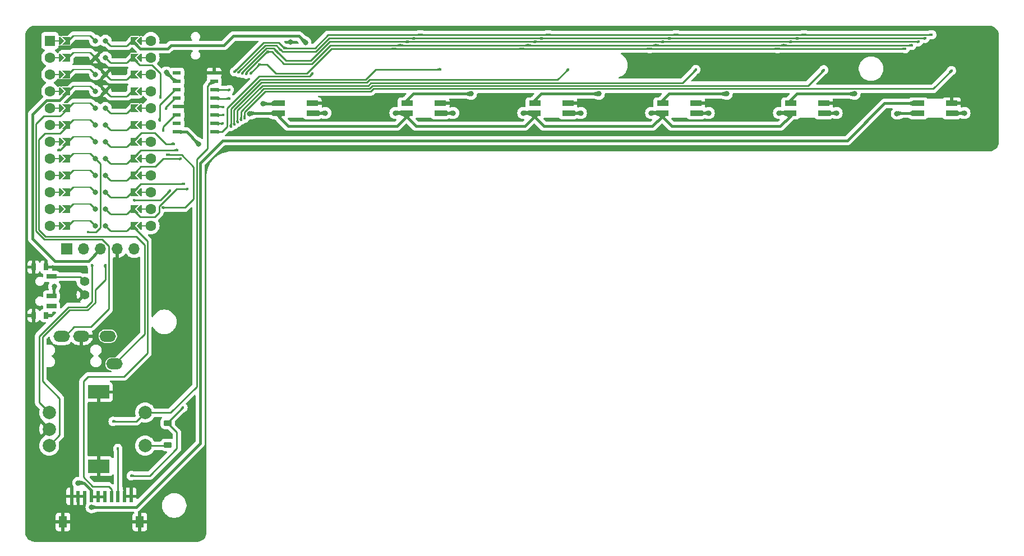
<source format=gtl>
G04 #@! TF.GenerationSoftware,KiCad,Pcbnew,8.0.1-8.0.1-1~ubuntu22.04.1*
G04 #@! TF.CreationDate,2024-05-02T22:12:49-07:00*
G04 #@! TF.ProjectId,Seismos_5CoreRShift,53656973-6d6f-4735-9f35-436f72655253,rev?*
G04 #@! TF.SameCoordinates,Original*
G04 #@! TF.FileFunction,Copper,L1,Top*
G04 #@! TF.FilePolarity,Positive*
%FSLAX46Y46*%
G04 Gerber Fmt 4.6, Leading zero omitted, Abs format (unit mm)*
G04 Created by KiCad (PCBNEW 8.0.1-8.0.1-1~ubuntu22.04.1) date 2024-05-02 22:12:49*
%MOMM*%
%LPD*%
G01*
G04 APERTURE LIST*
G04 Aperture macros list*
%AMRoundRect*
0 Rectangle with rounded corners*
0 $1 Rounding radius*
0 $2 $3 $4 $5 $6 $7 $8 $9 X,Y pos of 4 corners*
0 Add a 4 corners polygon primitive as box body*
4,1,4,$2,$3,$4,$5,$6,$7,$8,$9,$2,$3,0*
0 Add four circle primitives for the rounded corners*
1,1,$1+$1,$2,$3*
1,1,$1+$1,$4,$5*
1,1,$1+$1,$6,$7*
1,1,$1+$1,$8,$9*
0 Add four rect primitives between the rounded corners*
20,1,$1+$1,$2,$3,$4,$5,0*
20,1,$1+$1,$4,$5,$6,$7,0*
20,1,$1+$1,$6,$7,$8,$9,0*
20,1,$1+$1,$8,$9,$2,$3,0*%
%AMFreePoly0*
4,1,5,0.125000,-0.500000,-0.125000,-0.500000,-0.125000,0.500000,0.125000,0.500000,0.125000,-0.500000,0.125000,-0.500000,$1*%
%AMFreePoly1*
4,1,6,0.600000,0.200000,0.000000,-0.400000,-0.600000,0.200000,-0.600000,0.400000,0.600000,0.400000,0.600000,0.200000,0.600000,0.200000,$1*%
%AMFreePoly2*
4,1,6,0.600000,-0.250000,-0.600000,-0.250000,-0.600000,1.000000,0.000000,0.400000,0.600000,1.000000,0.600000,-0.250000,0.600000,-0.250000,$1*%
%AMFreePoly3*
4,1,45,0.069446,4.167933,0.854389,3.386388,0.869934,3.367446,0.888598,3.322386,0.891000,0.766000,0.888598,0.741614,0.869934,0.696554,0.088388,-0.088388,0.069446,-0.103933,0.064963,-0.105789,0.062500,-0.108253,0.052631,-0.110897,0.024387,-0.122598,0.008964,-0.122598,0.000000,-0.125000,-0.008964,-0.122598,-0.024387,-0.122598,-0.052631,-0.110897,-0.062500,-0.108253,-0.064963,-0.105789,
-0.069446,-0.103933,-0.103933,-0.069446,-0.105789,-0.064963,-0.108253,-0.062500,-0.110897,-0.052631,-0.122598,-0.024387,-0.122598,-0.008964,-0.125000,0.000000,-0.122598,0.008964,-0.122598,0.024387,-0.110897,0.052631,-0.108253,0.062500,-0.105789,0.064963,-0.103933,0.069446,0.643328,0.819956,0.641045,3.249334,-0.088388,3.975612,-0.103933,3.994554,-0.122598,4.039613,-0.122598,4.088387,
-0.103933,4.133446,-0.069446,4.167933,-0.024387,4.186598,0.024387,4.186598,0.069446,4.167933,0.069446,4.167933,$1*%
%AMFreePoly4*
4,1,45,0.069446,4.167933,0.850389,3.390388,0.865934,3.371446,0.884598,3.326386,0.887000,0.762000,0.884598,0.737613,0.865934,0.692554,0.088388,-0.088388,0.069446,-0.103933,0.064963,-0.105789,0.062500,-0.108253,0.052631,-0.110897,0.024387,-0.122598,0.008964,-0.122598,0.000000,-0.125000,-0.008964,-0.122598,-0.024387,-0.122598,-0.052631,-0.110897,-0.062500,-0.108253,-0.064963,-0.105789,
-0.069446,-0.103933,-0.103933,-0.069446,-0.105789,-0.064963,-0.108253,-0.062500,-0.110897,-0.052631,-0.122598,-0.024387,-0.122598,-0.008964,-0.125000,0.000000,-0.122598,0.008964,-0.122598,0.024387,-0.110897,0.052631,-0.108253,0.062500,-0.105789,0.064963,-0.103933,0.069446,0.639328,0.815955,0.637045,3.253333,-0.088388,3.975612,-0.103933,3.994554,-0.122598,4.039613,-0.122598,4.088387,
-0.103933,4.133446,-0.069446,4.167933,-0.024387,4.186598,0.024387,4.186598,0.069446,4.167933,0.069446,4.167933,$1*%
G04 Aperture macros list end*
G04 #@! TA.AperFunction,ComponentPad*
%ADD10C,2.000000*%
G04 #@! TD*
G04 #@! TA.AperFunction,ComponentPad*
%ADD11R,3.200000X2.000000*%
G04 #@! TD*
G04 #@! TA.AperFunction,ComponentPad*
%ADD12O,2.500000X1.700000*%
G04 #@! TD*
G04 #@! TA.AperFunction,SMDPad,CuDef*
%ADD13R,1.803400X0.812800*%
G04 #@! TD*
G04 #@! TA.AperFunction,ComponentPad*
%ADD14R,1.700000X1.700000*%
G04 #@! TD*
G04 #@! TA.AperFunction,ComponentPad*
%ADD15O,1.700000X1.700000*%
G04 #@! TD*
G04 #@! TA.AperFunction,SMDPad,CuDef*
%ADD16R,1.500000X0.700000*%
G04 #@! TD*
G04 #@! TA.AperFunction,SMDPad,CuDef*
%ADD17R,0.800000X1.000000*%
G04 #@! TD*
G04 #@! TA.AperFunction,SMDPad,CuDef*
%ADD18R,1.200000X0.600000*%
G04 #@! TD*
G04 #@! TA.AperFunction,ComponentPad*
%ADD19C,1.400000*%
G04 #@! TD*
G04 #@! TA.AperFunction,ComponentPad*
%ADD20C,1.600000*%
G04 #@! TD*
G04 #@! TA.AperFunction,SMDPad,CuDef*
%ADD21FreePoly0,270.000000*%
G04 #@! TD*
G04 #@! TA.AperFunction,SMDPad,CuDef*
%ADD22FreePoly1,270.000000*%
G04 #@! TD*
G04 #@! TA.AperFunction,SMDPad,CuDef*
%ADD23FreePoly1,90.000000*%
G04 #@! TD*
G04 #@! TA.AperFunction,SMDPad,CuDef*
%ADD24FreePoly0,90.000000*%
G04 #@! TD*
G04 #@! TA.AperFunction,ComponentPad*
%ADD25R,1.600000X1.600000*%
G04 #@! TD*
G04 #@! TA.AperFunction,SMDPad,CuDef*
%ADD26FreePoly2,270.000000*%
G04 #@! TD*
G04 #@! TA.AperFunction,SMDPad,CuDef*
%ADD27FreePoly3,270.000000*%
G04 #@! TD*
G04 #@! TA.AperFunction,ComponentPad*
%ADD28C,0.800000*%
G04 #@! TD*
G04 #@! TA.AperFunction,SMDPad,CuDef*
%ADD29FreePoly4,90.000000*%
G04 #@! TD*
G04 #@! TA.AperFunction,SMDPad,CuDef*
%ADD30FreePoly2,90.000000*%
G04 #@! TD*
G04 #@! TA.AperFunction,SMDPad,CuDef*
%ADD31R,0.600000X1.700000*%
G04 #@! TD*
G04 #@! TA.AperFunction,SMDPad,CuDef*
%ADD32R,1.200000X1.800000*%
G04 #@! TD*
G04 #@! TA.AperFunction,SMDPad,CuDef*
%ADD33RoundRect,0.225000X-0.375000X0.225000X-0.375000X-0.225000X0.375000X-0.225000X0.375000X0.225000X0*%
G04 #@! TD*
G04 #@! TA.AperFunction,ViaPad*
%ADD34C,0.800000*%
G04 #@! TD*
G04 #@! TA.AperFunction,ViaPad*
%ADD35C,0.400000*%
G04 #@! TD*
G04 #@! TA.AperFunction,Conductor*
%ADD36C,0.381000*%
G04 #@! TD*
G04 #@! TA.AperFunction,Conductor*
%ADD37C,0.254000*%
G04 #@! TD*
G04 APERTURE END LIST*
D10*
X33610000Y-78460000D03*
X33610000Y-83460000D03*
X33610000Y-80960000D03*
D11*
X41110000Y-75360000D03*
X41110000Y-86560000D03*
D10*
X48110000Y-83460000D03*
X48110000Y-78460000D03*
D12*
X42470000Y-66925000D03*
X38470000Y-66925000D03*
X35470000Y-66925000D03*
X43470000Y-71125000D03*
D13*
X68348100Y-33249300D03*
X68348100Y-31750700D03*
X73351900Y-31750700D03*
X73351900Y-33249300D03*
X164848100Y-33249300D03*
X164848100Y-31750700D03*
X169851900Y-31750700D03*
X169851900Y-33249300D03*
X126248100Y-33249300D03*
X126248100Y-31750700D03*
X131251900Y-31750700D03*
X131251900Y-33249300D03*
X106948100Y-33249300D03*
X106948100Y-31750700D03*
X111951900Y-31750700D03*
X111951900Y-33249300D03*
D14*
X36284000Y-53766000D03*
D15*
X38824000Y-53766000D03*
X41364000Y-53766000D03*
X43904000Y-53766000D03*
X46444000Y-53766000D03*
D16*
X33950000Y-60882000D03*
D17*
X33165000Y-56482000D03*
X31235000Y-56482000D03*
X33165000Y-63782000D03*
X31235000Y-63782000D03*
D16*
X33950000Y-62382000D03*
X33950000Y-57882000D03*
D18*
X58500000Y-36045000D03*
X58500000Y-34775000D03*
X58500000Y-33505000D03*
X58500000Y-32235000D03*
X58500000Y-30965000D03*
X58500000Y-29695000D03*
X58500000Y-28425000D03*
X58500000Y-27155000D03*
X52900000Y-27155000D03*
X52900000Y-28425000D03*
X52900000Y-29695000D03*
X52900000Y-30965000D03*
X52900000Y-32235000D03*
X52900000Y-33505000D03*
X52900000Y-34775000D03*
X52900000Y-36045000D03*
D19*
X38949500Y-60632000D03*
X38949500Y-58632000D03*
D20*
X48970000Y-22286000D03*
D21*
X47700000Y-22286000D03*
D22*
X47192000Y-22286000D03*
D23*
X35508000Y-22286000D03*
D24*
X35000000Y-22286000D03*
D20*
X33730000Y-22286000D03*
D25*
X33730000Y-22286000D03*
D20*
X48970000Y-24826000D03*
D21*
X47700000Y-24826000D03*
D22*
X47192000Y-24826000D03*
D23*
X35508000Y-24826000D03*
D24*
X35000000Y-24826000D03*
D20*
X33730000Y-24826000D03*
X48970000Y-27366000D03*
D21*
X47700000Y-27366000D03*
D22*
X47192000Y-27366000D03*
D23*
X35508000Y-27366000D03*
D24*
X35000000Y-27366000D03*
D20*
X33730000Y-27366000D03*
X48970000Y-29906000D03*
D21*
X47700000Y-29906000D03*
D22*
X47192000Y-29906000D03*
D23*
X35508000Y-29906000D03*
D24*
X35000000Y-29906000D03*
D20*
X33730000Y-29906000D03*
X48970000Y-32446000D03*
D21*
X47700000Y-32446000D03*
D22*
X47192000Y-32446000D03*
D23*
X35508000Y-32446000D03*
D24*
X35000000Y-32446000D03*
D20*
X33730000Y-32446000D03*
X48970000Y-34986000D03*
D21*
X47700000Y-34986000D03*
D22*
X47192000Y-34986000D03*
D23*
X35508000Y-34986000D03*
D24*
X35000000Y-34986000D03*
D20*
X33730000Y-34986000D03*
X48970000Y-37526000D03*
D21*
X47700000Y-37526000D03*
D22*
X47192000Y-37526000D03*
D23*
X35508000Y-37526000D03*
D24*
X35000000Y-37526000D03*
D20*
X33730000Y-37526000D03*
X48970000Y-40066000D03*
D21*
X47700000Y-40066000D03*
D22*
X47192000Y-40066000D03*
D23*
X35508000Y-40066000D03*
D24*
X35000000Y-40066000D03*
D20*
X33730000Y-40066000D03*
X48970000Y-42606000D03*
D21*
X47700000Y-42606000D03*
D22*
X47192000Y-42606000D03*
D23*
X35508000Y-42606000D03*
D24*
X35000000Y-42606000D03*
D20*
X33730000Y-42606000D03*
X48970000Y-45146000D03*
D21*
X47700000Y-45146000D03*
D22*
X47192000Y-45146000D03*
D23*
X35508000Y-45146000D03*
D24*
X35000000Y-45146000D03*
D20*
X33730000Y-45146000D03*
X48970000Y-47686000D03*
D21*
X47700000Y-47686000D03*
D22*
X47192000Y-47686000D03*
D23*
X35508000Y-47686000D03*
D24*
X35000000Y-47686000D03*
D20*
X33730000Y-47686000D03*
X48970000Y-50226000D03*
D21*
X47700000Y-50226000D03*
D22*
X47192000Y-50226000D03*
D23*
X35508000Y-50226000D03*
D24*
X35000000Y-50226000D03*
D20*
X33730000Y-50226000D03*
D26*
X46176000Y-22286000D03*
D27*
X42112000Y-22286000D03*
D28*
X42112000Y-22286000D03*
D26*
X46176000Y-24826000D03*
D27*
X42112000Y-24826000D03*
D28*
X42112000Y-24826000D03*
D26*
X46176000Y-27366000D03*
D27*
X42112000Y-27366000D03*
D28*
X42112000Y-27366000D03*
D26*
X46176000Y-29906000D03*
D27*
X42112000Y-29906000D03*
D28*
X42112000Y-29906000D03*
D26*
X46176000Y-32446000D03*
D27*
X42112000Y-32446000D03*
D28*
X42112000Y-32446000D03*
D26*
X46176000Y-34986000D03*
D27*
X42112000Y-34986000D03*
D28*
X42112000Y-34986000D03*
D26*
X46176000Y-37526000D03*
D27*
X42112000Y-37526000D03*
D28*
X42112000Y-37526000D03*
D26*
X46176000Y-40066000D03*
D27*
X42112000Y-40066000D03*
D28*
X42112000Y-40066000D03*
D26*
X46176000Y-42606000D03*
D27*
X42112000Y-42606000D03*
D28*
X42112000Y-42606000D03*
D26*
X46176000Y-45146000D03*
D27*
X42112000Y-45146000D03*
D28*
X42112000Y-45146000D03*
D26*
X46176000Y-47686000D03*
D27*
X42112000Y-47686000D03*
D28*
X42112000Y-47686000D03*
D26*
X46176000Y-50226000D03*
D27*
X42112000Y-50226000D03*
D28*
X42112000Y-50226000D03*
D29*
X40588000Y-50226000D03*
D28*
X40588000Y-50226000D03*
D30*
X36524000Y-50226000D03*
D29*
X40588000Y-47686000D03*
D28*
X40588000Y-47686000D03*
D30*
X36524000Y-47686000D03*
D29*
X40588000Y-45146000D03*
D28*
X40588000Y-45146000D03*
D30*
X36524000Y-45146000D03*
D29*
X40588000Y-42606000D03*
D28*
X40588000Y-42606000D03*
D30*
X36524000Y-42606000D03*
D29*
X40588000Y-40066000D03*
D28*
X40588000Y-40066000D03*
D30*
X36524000Y-40066000D03*
D29*
X40588000Y-37526000D03*
D28*
X40588000Y-37526000D03*
D30*
X36524000Y-37526000D03*
D29*
X40588000Y-34986000D03*
D28*
X40588000Y-34986000D03*
D30*
X36524000Y-34986000D03*
D29*
X40588000Y-32446000D03*
D28*
X40588000Y-32446000D03*
D30*
X36524000Y-32446000D03*
D29*
X40588000Y-29906000D03*
D28*
X40588000Y-29906000D03*
D30*
X36524000Y-29906000D03*
D29*
X40588000Y-27366000D03*
D28*
X40588000Y-27366000D03*
D30*
X36524000Y-27366000D03*
D29*
X40588000Y-24826000D03*
D28*
X40588000Y-24826000D03*
D30*
X36524000Y-24826000D03*
D29*
X40588000Y-22286000D03*
D28*
X40588000Y-22286000D03*
D30*
X36524000Y-22286000D03*
D31*
X37000000Y-91114000D03*
X38000000Y-91114000D03*
X39000000Y-91115000D03*
X40000000Y-91115000D03*
X41000000Y-91115000D03*
X42000000Y-91115000D03*
X43000000Y-91115000D03*
X44000000Y-91115000D03*
X45000000Y-91115000D03*
X46000000Y-91115000D03*
D32*
X35700000Y-94990000D03*
X47300000Y-94990000D03*
D13*
X145548100Y-33249300D03*
X145548100Y-31750700D03*
X150551900Y-31750700D03*
X150551900Y-33249300D03*
D33*
X51500000Y-80050000D03*
X51500000Y-83350000D03*
D13*
X87648100Y-33249300D03*
X87648100Y-31750700D03*
X92651900Y-31750700D03*
X92651900Y-33249300D03*
D34*
X95900000Y-31800000D03*
X173100000Y-31800000D03*
X62050000Y-23450000D03*
X55700000Y-29975000D03*
X70050000Y-22500000D03*
X153800000Y-31800000D03*
X115200000Y-31800000D03*
X76600000Y-31800000D03*
X134500000Y-31800000D03*
D35*
X108950000Y-21390000D03*
X147550000Y-21390000D03*
X61601491Y-26953010D03*
X52400484Y-37880205D03*
X69125552Y-23397000D03*
X89650000Y-21390000D03*
X166850000Y-21390000D03*
X128250000Y-21390000D03*
X107950000Y-21916500D03*
X62212227Y-27086858D03*
X68551500Y-23648500D03*
X88650000Y-21916500D03*
X127250000Y-21916500D03*
X165850000Y-21916500D03*
X52926500Y-38800000D03*
X146550000Y-21916500D03*
X62800497Y-27200000D03*
X164850000Y-22443000D03*
X53453000Y-40115819D03*
X106950000Y-22443000D03*
X145550000Y-22443000D03*
X126250000Y-22443000D03*
X87650000Y-22443000D03*
X67999119Y-23950881D03*
X53979500Y-43900000D03*
X144550000Y-22969500D03*
X63382057Y-27345571D03*
X66614674Y-23968516D03*
X125250000Y-22969500D03*
X163850000Y-22969500D03*
X86650000Y-22969500D03*
X105950000Y-22969500D03*
D34*
X85900000Y-33200000D03*
X38000000Y-89100000D03*
X63900000Y-33300000D03*
X161600000Y-33300000D03*
X51300000Y-27100000D03*
X124500000Y-33200000D03*
X56200000Y-37900000D03*
X143800000Y-33200000D03*
X105200000Y-33200000D03*
X72300000Y-22550000D03*
D35*
X73350000Y-27250000D03*
X92650000Y-26600000D03*
X61046026Y-35232044D03*
X59800000Y-34800000D03*
X111950000Y-26600000D03*
X59900000Y-33500000D03*
X61561525Y-34925998D03*
X131250000Y-26650000D03*
X59900000Y-32300000D03*
X62058259Y-34590352D03*
X150550000Y-26700000D03*
X60800000Y-31000000D03*
X62563789Y-34268105D03*
X60800000Y-29700000D03*
X63100000Y-34000000D03*
X169850000Y-26800000D03*
D34*
X34400000Y-59400000D03*
D35*
X35000000Y-38800000D03*
X40100000Y-56200000D03*
X42073500Y-56200000D03*
X39500000Y-51200000D03*
D34*
X75300000Y-33200000D03*
X65900000Y-31800000D03*
X94600000Y-33200000D03*
X97300000Y-30300000D03*
X113900000Y-33200000D03*
X116600000Y-30300000D03*
X133200000Y-33200000D03*
X135900000Y-30300000D03*
X152500000Y-33200000D03*
X155200000Y-30300000D03*
X171800000Y-33200000D03*
X40000000Y-92750000D03*
D35*
X51273500Y-32600000D03*
X50773500Y-47500000D03*
X51419500Y-39500000D03*
X50400000Y-30900000D03*
X43273500Y-79792694D03*
X104950000Y-23496000D03*
X162850000Y-23496000D03*
X65337354Y-25887354D03*
X143550000Y-23496000D03*
X54506000Y-44694191D03*
X63999438Y-27225270D03*
X124250000Y-23496000D03*
X85650000Y-23496000D03*
X53800000Y-77700000D03*
X46000000Y-88000000D03*
X50300000Y-34300000D03*
X50819500Y-35900000D03*
X43973989Y-83900000D03*
X51826500Y-44957794D03*
X46400000Y-46400000D03*
D36*
X95850700Y-31750700D02*
X92651900Y-31750700D01*
X76550700Y-31750700D02*
X73351900Y-31750700D01*
X95900000Y-31800000D02*
X95850700Y-31750700D01*
X134450700Y-31750700D02*
X131251900Y-31750700D01*
X134500000Y-31800000D02*
X134450700Y-31750700D01*
X153750700Y-31750700D02*
X150551900Y-31750700D01*
X115150700Y-31750700D02*
X111951900Y-31750700D01*
X115200000Y-31800000D02*
X115150700Y-31750700D01*
X76600000Y-31800000D02*
X76550700Y-31750700D01*
X173100000Y-31800000D02*
X173050700Y-31750700D01*
X173050700Y-31750700D02*
X169851900Y-31750700D01*
X153800000Y-31800000D02*
X153750700Y-31750700D01*
D37*
X68262068Y-22533516D02*
X69125552Y-23397000D01*
X69125552Y-23397000D02*
X69127368Y-23395184D01*
X73736608Y-23395184D02*
X75741792Y-21390000D01*
X69127368Y-23395184D02*
X73736608Y-23395184D01*
X66020983Y-22533516D02*
X68262068Y-22533516D01*
X52400484Y-37880205D02*
X51280205Y-37880205D01*
X61601491Y-26953010D02*
X66020983Y-22533516D01*
X49600000Y-36200000D02*
X47502000Y-36200000D01*
X166850000Y-21390000D02*
X147550000Y-21390000D01*
X47502000Y-36200000D02*
X46176000Y-37526000D01*
X108950000Y-21390000D02*
X89650000Y-21390000D01*
X75741792Y-21390000D02*
X89650000Y-21390000D01*
X51280205Y-37880205D02*
X49600000Y-36200000D01*
X147550000Y-21390000D02*
X128250000Y-21390000D01*
X128250000Y-21390000D02*
X108950000Y-21390000D01*
X75857344Y-21916500D02*
X88650000Y-21916500D01*
X146550000Y-21916500D02*
X165850000Y-21916500D01*
X62200994Y-26995559D02*
X66209036Y-22987516D01*
X62212227Y-27086858D02*
X62200994Y-27075625D01*
X66209036Y-22987516D02*
X67890516Y-22987516D01*
X107950000Y-21916500D02*
X127250000Y-21916500D01*
X68551500Y-23648500D02*
X68826500Y-23923500D01*
X62200994Y-27075625D02*
X62200994Y-26995559D01*
X68826500Y-23923500D02*
X73850344Y-23923500D01*
X73850344Y-23923500D02*
X75857344Y-21916500D01*
X67890516Y-22987516D02*
X68551500Y-23648500D01*
X127250000Y-21916500D02*
X146550000Y-21916500D01*
X47442000Y-38800000D02*
X46176000Y-40066000D01*
X52926500Y-38800000D02*
X47442000Y-38800000D01*
X88650000Y-21916500D02*
X107950000Y-21916500D01*
X67489754Y-23441516D02*
X67999119Y-23950881D01*
X53453000Y-40115819D02*
X50800000Y-40115819D01*
X75972896Y-22443000D02*
X87650000Y-22443000D01*
X62800497Y-27038107D02*
X66397088Y-23441516D01*
X69348238Y-25300000D02*
X73115896Y-25300000D01*
X145550000Y-22443000D02*
X126250000Y-22443000D01*
X49615819Y-41300000D02*
X47482000Y-41300000D01*
X67999119Y-23950881D02*
X69348238Y-25300000D01*
X73115896Y-25300000D02*
X75972896Y-22443000D01*
X66397088Y-23441516D02*
X67489754Y-23441516D01*
X126250000Y-22443000D02*
X106950000Y-22443000D01*
X164850000Y-22443000D02*
X145550000Y-22443000D01*
X47482000Y-41300000D02*
X46176000Y-42606000D01*
X62800497Y-27200000D02*
X62800497Y-27038107D01*
X50800000Y-40115819D02*
X49615819Y-41300000D01*
X106950000Y-22443000D02*
X87650000Y-22443000D01*
X66614674Y-23968516D02*
X67268516Y-23968516D01*
X69054000Y-25754000D02*
X73303949Y-25754000D01*
X73303949Y-25754000D02*
X76088448Y-22969500D01*
X47422000Y-43900000D02*
X46176000Y-45146000D01*
X63400000Y-27327628D02*
X63400000Y-27080657D01*
X105950000Y-22969500D02*
X125250000Y-22969500D01*
X66512141Y-23968516D02*
X66614674Y-23968516D01*
X76088448Y-22969500D02*
X86650000Y-22969500D01*
X53979500Y-43900000D02*
X47422000Y-43900000D01*
X67268516Y-23968516D02*
X69054000Y-25754000D01*
X125250000Y-22969500D02*
X144550000Y-22969500D01*
X63400000Y-27080657D02*
X66512141Y-23968516D01*
X144550000Y-22969500D02*
X163850000Y-22969500D01*
X86650000Y-22969500D02*
X105950000Y-22969500D01*
X63382057Y-27345571D02*
X63400000Y-27327628D01*
D36*
X89000000Y-35200000D02*
X105400000Y-35200000D01*
X126248100Y-33249300D02*
X126248100Y-33848100D01*
X126198800Y-33200000D02*
X126248100Y-33249300D01*
X87598800Y-33200000D02*
X87648100Y-33249300D01*
X31100000Y-52200000D02*
X31100000Y-33392378D01*
X86100000Y-35200000D02*
X87648100Y-33651900D01*
X39530000Y-55600000D02*
X34500000Y-55600000D01*
X126248100Y-33651900D02*
X126248100Y-33249300D01*
X108300000Y-35200000D02*
X124700000Y-35200000D01*
X41215000Y-91115000D02*
X42000000Y-91115000D01*
X145548100Y-33651900D02*
X145548100Y-33249300D01*
X68348100Y-33848100D02*
X69700000Y-35200000D01*
X106948100Y-33848100D02*
X108300000Y-35200000D01*
X40000000Y-91115000D02*
X42000000Y-91115000D01*
X87648100Y-33249300D02*
X87648100Y-33848100D01*
X40000000Y-90184000D02*
X40000000Y-91115000D01*
X38000000Y-89100000D02*
X38916000Y-89100000D01*
X105200000Y-33200000D02*
X106898800Y-33200000D01*
X31100000Y-33392378D02*
X33236878Y-31255500D01*
X106948100Y-33651900D02*
X106948100Y-33249300D01*
X106898800Y-33200000D02*
X106948100Y-33249300D01*
X145498800Y-33200000D02*
X145548100Y-33249300D01*
X63950700Y-33249300D02*
X68348100Y-33249300D01*
X85900000Y-33200000D02*
X87598800Y-33200000D01*
X68348100Y-33249300D02*
X68348100Y-33848100D01*
X33236878Y-31255500D02*
X35174500Y-31255500D01*
X54345000Y-36045000D02*
X56200000Y-37900000D01*
X144000000Y-35200000D02*
X145548100Y-33651900D01*
X127600000Y-35200000D02*
X144000000Y-35200000D01*
X161600000Y-33300000D02*
X161650700Y-33249300D01*
X38916000Y-89100000D02*
X40000000Y-90184000D01*
X41000000Y-90900000D02*
X41000000Y-91115000D01*
X143800000Y-33200000D02*
X145498800Y-33200000D01*
X34500000Y-55600000D02*
X31100000Y-52200000D01*
X126248100Y-33848100D02*
X127600000Y-35200000D01*
X52625000Y-28425000D02*
X51300000Y-27100000D01*
X52900000Y-28425000D02*
X52625000Y-28425000D01*
X69700000Y-35200000D02*
X86100000Y-35200000D01*
X87648100Y-33848100D02*
X89000000Y-35200000D01*
X35174500Y-31255500D02*
X36524000Y-29906000D01*
X106948100Y-33249300D02*
X106948100Y-33848100D01*
X161650700Y-33249300D02*
X164848100Y-33249300D01*
X124700000Y-35200000D02*
X126248100Y-33651900D01*
X87648100Y-33651900D02*
X87648100Y-33249300D01*
X41364000Y-53766000D02*
X39530000Y-55600000D01*
X63900000Y-33300000D02*
X63950700Y-33249300D01*
X105400000Y-35200000D02*
X106948100Y-33651900D01*
X124500000Y-33200000D02*
X126198800Y-33200000D01*
X52900000Y-36045000D02*
X54345000Y-36045000D01*
X61410000Y-21590000D02*
X60000000Y-23000000D01*
X71340000Y-21590000D02*
X61410000Y-21590000D01*
X51523500Y-23476500D02*
X47366500Y-23476500D01*
X52000000Y-23000000D02*
X51523500Y-23476500D01*
X72300000Y-22550000D02*
X71340000Y-21590000D01*
X47366500Y-23476500D02*
X46176000Y-22286000D01*
X60000000Y-23000000D02*
X52000000Y-23000000D01*
D37*
X58500000Y-36045000D02*
X59755000Y-36045000D01*
X65269606Y-27692000D02*
X72908000Y-27692000D01*
X60500000Y-32461606D02*
X65269606Y-27692000D01*
X59755000Y-36045000D02*
X60500000Y-35300000D01*
X60500000Y-35300000D02*
X60500000Y-32461606D01*
X72908000Y-27692000D02*
X73350000Y-27250000D01*
X65457658Y-28146000D02*
X81403999Y-28146000D01*
X59800000Y-34800000D02*
X58525000Y-34800000D01*
X61034525Y-32569133D02*
X65457658Y-28146000D01*
X61046026Y-35232044D02*
X61046026Y-35155790D01*
X61034525Y-35144289D02*
X61034525Y-32569133D01*
X81403999Y-28146000D02*
X82949999Y-26600000D01*
X58525000Y-34800000D02*
X58500000Y-34775000D01*
X82949999Y-26600000D02*
X92650000Y-26600000D01*
X61046026Y-35155790D02*
X61034525Y-35144289D01*
X82007426Y-28184625D02*
X110365375Y-28184625D01*
X61531259Y-32714451D02*
X65645710Y-28600000D01*
X61561525Y-34925998D02*
X61561525Y-34838909D01*
X110365375Y-28184625D02*
X111950000Y-26600000D01*
X61561525Y-34838909D02*
X61531259Y-34808643D01*
X58505000Y-33500000D02*
X58500000Y-33505000D01*
X59900000Y-33500000D02*
X58505000Y-33500000D01*
X65645710Y-28600000D02*
X81592051Y-28600000D01*
X61531259Y-34808643D02*
X61531259Y-32714451D01*
X81592051Y-28600000D02*
X82007426Y-28184625D01*
X65833762Y-29054000D02*
X81780103Y-29054000D01*
X62058259Y-34590352D02*
X62058259Y-34507866D01*
X62058259Y-34507866D02*
X62036789Y-34486396D01*
X59900000Y-32300000D02*
X59835000Y-32235000D01*
X59835000Y-32235000D02*
X58500000Y-32235000D01*
X62036789Y-34486396D02*
X62036789Y-32850973D01*
X81780103Y-29054000D02*
X82195478Y-28638625D01*
X129261375Y-28638625D02*
X131250000Y-26650000D01*
X62036789Y-32850973D02*
X65833762Y-29054000D01*
X82195478Y-28638625D02*
X129261375Y-28638625D01*
X58535000Y-31000000D02*
X58500000Y-30965000D01*
X82383531Y-29092625D02*
X148157375Y-29092625D01*
X81968155Y-29508000D02*
X82383531Y-29092625D01*
X62563789Y-32966025D02*
X66021814Y-29508000D01*
X60800000Y-31000000D02*
X58535000Y-31000000D01*
X62563789Y-34268105D02*
X62563789Y-32966025D01*
X148157375Y-29092625D02*
X150550000Y-26700000D01*
X66021814Y-29508000D02*
X81968155Y-29508000D01*
X58505000Y-29700000D02*
X58500000Y-29695000D01*
X60800000Y-29700000D02*
X58505000Y-29700000D01*
X82188000Y-29962000D02*
X82603375Y-29546625D01*
X66209866Y-29962000D02*
X82188000Y-29962000D01*
X63100000Y-34000000D02*
X63100000Y-33071866D01*
X82603375Y-29546625D02*
X167103375Y-29546625D01*
X63100000Y-33071866D02*
X66209866Y-29962000D01*
X167103375Y-29546625D02*
X169850000Y-26800000D01*
D36*
X34300000Y-59500000D02*
X34400000Y-59400000D01*
X34300000Y-60955000D02*
X34300000Y-59500000D01*
D37*
X40100000Y-61652948D02*
X40100000Y-56200000D01*
X35000000Y-38800000D02*
X35250000Y-38800000D01*
X32100000Y-76950000D02*
X32100000Y-66900000D01*
X32100000Y-66900000D02*
X36500000Y-62500000D01*
X33610000Y-78460000D02*
X32100000Y-76950000D01*
X35250000Y-38800000D02*
X36524000Y-37526000D01*
X39252948Y-62500000D02*
X40100000Y-61652948D01*
X36500000Y-62500000D02*
X39252948Y-62500000D01*
X35200000Y-81870000D02*
X35200000Y-76300000D01*
X41385000Y-40863000D02*
X40588000Y-40066000D01*
X35200000Y-76300000D02*
X32600000Y-73700000D01*
X42073500Y-58380500D02*
X42073500Y-56200000D01*
X39441000Y-62954000D02*
X40554000Y-61841000D01*
X40554000Y-59900000D02*
X42073500Y-58380500D01*
X41385000Y-50515000D02*
X41385000Y-40863000D01*
X33610000Y-83460000D02*
X35200000Y-81870000D01*
X39500000Y-51200000D02*
X40700000Y-51200000D01*
X40554000Y-61841000D02*
X40554000Y-59900000D01*
X32600000Y-73700000D02*
X32600000Y-67042052D01*
X40700000Y-51200000D02*
X41385000Y-50515000D01*
X32600000Y-67042052D02*
X36688052Y-62954000D01*
X36688052Y-62954000D02*
X39441000Y-62954000D01*
D36*
X73351900Y-33249300D02*
X75250700Y-33249300D01*
X75250700Y-33249300D02*
X75300000Y-33200000D01*
X65900000Y-31800000D02*
X68298800Y-31800000D01*
X68298800Y-31800000D02*
X68348100Y-31750700D01*
X94550700Y-33249300D02*
X94600000Y-33200000D01*
X92651900Y-33249300D02*
X94550700Y-33249300D01*
X87648100Y-31750700D02*
X87648100Y-31248100D01*
X87648100Y-31248100D02*
X88596200Y-30300000D01*
X88596200Y-30300000D02*
X97300000Y-30300000D01*
X111951900Y-33249300D02*
X113850700Y-33249300D01*
X113850700Y-33249300D02*
X113900000Y-33200000D01*
X106948100Y-31248100D02*
X107896200Y-30300000D01*
X106948100Y-31750700D02*
X106948100Y-31248100D01*
X107896200Y-30300000D02*
X116600000Y-30300000D01*
X133150700Y-33249300D02*
X133200000Y-33200000D01*
X131251900Y-33249300D02*
X133150700Y-33249300D01*
X126248100Y-31248100D02*
X127196200Y-30300000D01*
X126248100Y-31750700D02*
X126248100Y-31248100D01*
X127196200Y-30300000D02*
X135900000Y-30300000D01*
X150551900Y-33249300D02*
X152450700Y-33249300D01*
X152450700Y-33249300D02*
X152500000Y-33200000D01*
X146496200Y-30300000D02*
X155200000Y-30300000D01*
X145548100Y-31750700D02*
X145548100Y-31248100D01*
X145548100Y-31248100D02*
X146496200Y-30300000D01*
X169851900Y-33249300D02*
X171750700Y-33249300D01*
X171750700Y-33249300D02*
X171800000Y-33200000D01*
X59800000Y-37400000D02*
X154100000Y-37400000D01*
X154100000Y-37400000D02*
X159749300Y-31750700D01*
X56400000Y-40800000D02*
X59800000Y-37400000D01*
X46750000Y-92750000D02*
X56400000Y-83100000D01*
X56400000Y-83100000D02*
X56400000Y-40800000D01*
X159749300Y-31750700D02*
X164848100Y-31750700D01*
X40000000Y-92750000D02*
X46750000Y-92750000D01*
D37*
X55428500Y-46171500D02*
X55428500Y-41346028D01*
X52600000Y-30965000D02*
X52900000Y-30965000D01*
X55428500Y-41346028D02*
X53582472Y-39500000D01*
X54100000Y-47500000D02*
X55428500Y-46171500D01*
X51273500Y-32291500D02*
X52600000Y-30965000D01*
X53582472Y-39500000D02*
X51419500Y-39500000D01*
X50773500Y-47500000D02*
X54100000Y-47500000D01*
X51273500Y-32600000D02*
X51273500Y-32291500D01*
X48110000Y-83460000D02*
X51390000Y-83460000D01*
X51390000Y-83460000D02*
X51500000Y-83350000D01*
X50400000Y-30900000D02*
X50400000Y-27202181D01*
X49150819Y-25953000D02*
X47303000Y-25953000D01*
X47303000Y-25953000D02*
X46176000Y-24826000D01*
X50400000Y-27202181D02*
X49150819Y-25953000D01*
X51940000Y-78460000D02*
X48110000Y-78460000D01*
X46777306Y-79792694D02*
X48110000Y-78460000D01*
X58216000Y-28425000D02*
X57500000Y-29141000D01*
X55882500Y-74517500D02*
X51940000Y-78460000D01*
X43273500Y-79792694D02*
X46777306Y-79792694D01*
X57500000Y-38534072D02*
X55882500Y-40151572D01*
X57500000Y-29141000D02*
X57500000Y-38534072D01*
X58500000Y-28425000D02*
X58216000Y-28425000D01*
X55882500Y-40151572D02*
X55882500Y-74517500D01*
X46000000Y-88000000D02*
X48800000Y-88000000D01*
X48800000Y-88000000D02*
X52900000Y-83900000D01*
X50246500Y-47281709D02*
X50246500Y-48253500D01*
X51500000Y-80050000D02*
X51500000Y-80000000D01*
X50246500Y-48253500D02*
X49600000Y-48900000D01*
X72462000Y-27238000D02*
X76204000Y-23496000D01*
X66456978Y-25887354D02*
X67807624Y-27238000D01*
X52900000Y-81450000D02*
X51500000Y-80050000D01*
X65337354Y-25887354D02*
X66456978Y-25887354D01*
X124250000Y-23496000D02*
X104950000Y-23496000D01*
X52900000Y-83900000D02*
X52900000Y-81450000D01*
X52834018Y-44694191D02*
X50246500Y-47281709D01*
X47390000Y-48900000D02*
X46176000Y-47686000D01*
X143550000Y-23496000D02*
X124250000Y-23496000D01*
X54506000Y-44694191D02*
X52834018Y-44694191D01*
X162850000Y-23496000D02*
X143550000Y-23496000D01*
X49600000Y-48900000D02*
X47390000Y-48900000D01*
X51500000Y-80000000D02*
X53800000Y-77700000D01*
X76204000Y-23496000D02*
X85650000Y-23496000D01*
X63999438Y-27225270D02*
X65337354Y-25887354D01*
X67807624Y-27238000D02*
X72462000Y-27238000D01*
X104950000Y-23496000D02*
X85650000Y-23496000D01*
X50300000Y-34300000D02*
X50300000Y-31995000D01*
X50300000Y-31995000D02*
X52600000Y-29695000D01*
X52600000Y-29695000D02*
X52900000Y-29695000D01*
X52600000Y-33505000D02*
X52900000Y-33505000D01*
X50819500Y-35285500D02*
X52600000Y-33505000D01*
X50819500Y-35900000D02*
X50819500Y-35285500D01*
X31617500Y-51017500D02*
X31617500Y-34882500D01*
X35975000Y-66925000D02*
X37400000Y-65500000D01*
X35470000Y-66925000D02*
X35975000Y-66925000D01*
X35270000Y-33700000D02*
X36524000Y-32446000D01*
X31617500Y-34882500D02*
X32800000Y-33700000D01*
X32800000Y-33700000D02*
X35270000Y-33700000D01*
X42600000Y-62800000D02*
X42600000Y-53300000D01*
X37400000Y-65500000D02*
X39900000Y-65500000D01*
X32900000Y-52300000D02*
X31617500Y-51017500D01*
X42600000Y-53300000D02*
X41600000Y-52300000D01*
X41600000Y-52300000D02*
X32900000Y-52300000D01*
X39900000Y-65500000D02*
X42600000Y-62800000D01*
X32071500Y-50829448D02*
X32071500Y-37228500D01*
X48000000Y-66595000D02*
X48000000Y-53100000D01*
X35210000Y-36300000D02*
X36524000Y-34986000D01*
X43470000Y-71125000D02*
X48000000Y-66595000D01*
X46746000Y-51846000D02*
X33088052Y-51846000D01*
X33000000Y-36300000D02*
X35210000Y-36300000D01*
X48000000Y-53100000D02*
X46746000Y-51846000D01*
X33088052Y-51846000D02*
X32071500Y-50829448D01*
X32071500Y-37228500D02*
X33000000Y-36300000D01*
X42589000Y-89600000D02*
X40200000Y-89600000D01*
X48454000Y-69446000D02*
X48454000Y-52504000D01*
X39500000Y-73000000D02*
X44900000Y-73000000D01*
X44900000Y-73000000D02*
X48454000Y-69446000D01*
X48454000Y-52504000D02*
X46176000Y-50226000D01*
X43000000Y-91115000D02*
X43000000Y-90011000D01*
X40200000Y-89600000D02*
X38800000Y-88200000D01*
X38800000Y-88200000D02*
X38800000Y-73700000D01*
X38800000Y-73700000D02*
X39500000Y-73000000D01*
X43000000Y-90011000D02*
X42589000Y-89600000D01*
X43973989Y-83900000D02*
X44000000Y-83926011D01*
X51826500Y-44957794D02*
X50384294Y-46400000D01*
X44000000Y-83926011D02*
X44000000Y-91115000D01*
X50384294Y-46400000D02*
X46400000Y-46400000D01*
X34300000Y-57955000D02*
X38272500Y-57955000D01*
X38272500Y-57955000D02*
X38949500Y-58632000D01*
G04 #@! TA.AperFunction,Conductor*
G36*
X144545022Y-22773892D02*
G01*
X144549879Y-22781415D01*
X144550069Y-22783457D01*
X144550999Y-22969441D01*
X144550999Y-22969559D01*
X144550069Y-23155542D01*
X144546601Y-23163797D01*
X144538310Y-23167183D01*
X144536268Y-23166993D01*
X144159599Y-23098251D01*
X144152076Y-23093394D01*
X144150000Y-23086741D01*
X144150000Y-22852258D01*
X144153427Y-22843985D01*
X144159598Y-22840748D01*
X144536268Y-22772006D01*
X144545022Y-22773892D01*
G37*
G04 #@! TD.AperFunction*
G04 #@! TA.AperFunction,Conductor*
G36*
X87663731Y-22245506D02*
G01*
X87790429Y-22268628D01*
X88040401Y-22314248D01*
X88047924Y-22319105D01*
X88050000Y-22325758D01*
X88050000Y-22560241D01*
X88046573Y-22568514D01*
X88040401Y-22571751D01*
X87663731Y-22640493D01*
X87654977Y-22638607D01*
X87650120Y-22631084D01*
X87649930Y-22629042D01*
X87649635Y-22570000D01*
X87649000Y-22443000D01*
X87649930Y-22256956D01*
X87653398Y-22248702D01*
X87661689Y-22245316D01*
X87663731Y-22245506D01*
G37*
G04 #@! TD.AperFunction*
G04 #@! TA.AperFunction,Conductor*
G36*
X34402171Y-59399905D02*
G01*
X34758493Y-59548462D01*
X34764811Y-59554809D01*
X34764790Y-59563763D01*
X34764680Y-59564018D01*
X34493590Y-60173166D01*
X34487096Y-60179331D01*
X34482901Y-60180109D01*
X34119672Y-60180109D01*
X34111399Y-60176682D01*
X34108086Y-60170035D01*
X34023022Y-59564018D01*
X34001865Y-59413290D01*
X34004108Y-59404623D01*
X34011825Y-59400080D01*
X34013415Y-59399966D01*
X34397648Y-59399005D01*
X34402171Y-59399905D01*
G37*
G04 #@! TD.AperFunction*
G04 #@! TA.AperFunction,Conductor*
G36*
X61801429Y-26587265D02*
G01*
X61962326Y-26748162D01*
X61965753Y-26756435D01*
X61962326Y-26764708D01*
X61934428Y-26792605D01*
X61923576Y-26808802D01*
X61922129Y-26810562D01*
X61884177Y-26848515D01*
X61826580Y-26961555D01*
X61824562Y-26974296D01*
X61822630Y-26979118D01*
X61750849Y-27082949D01*
X61743326Y-27087806D01*
X61734572Y-27085920D01*
X61732993Y-27084610D01*
X61600825Y-26953757D01*
X61600743Y-26953675D01*
X61469890Y-26821507D01*
X61466504Y-26813217D01*
X61469972Y-26804961D01*
X61471545Y-26803655D01*
X61786505Y-26585913D01*
X61795257Y-26584028D01*
X61801429Y-26587265D01*
G37*
G04 #@! TD.AperFunction*
G04 #@! TA.AperFunction,Conductor*
G36*
X53974522Y-43704391D02*
G01*
X53979379Y-43711914D01*
X53979569Y-43713956D01*
X53980499Y-43899941D01*
X53980499Y-43900059D01*
X53979569Y-44086043D01*
X53976101Y-44094298D01*
X53967810Y-44097684D01*
X53965768Y-44097494D01*
X53589099Y-44028751D01*
X53581576Y-44023894D01*
X53579500Y-44017241D01*
X53579500Y-43782758D01*
X53582927Y-43774485D01*
X53589098Y-43771248D01*
X53965770Y-43702505D01*
X53974522Y-43704391D01*
G37*
G04 #@! TD.AperFunction*
G04 #@! TA.AperFunction,Conductor*
G36*
X85645022Y-23300392D02*
G01*
X85649879Y-23307915D01*
X85650069Y-23309957D01*
X85650999Y-23495941D01*
X85650999Y-23496059D01*
X85650069Y-23682043D01*
X85646601Y-23690298D01*
X85638310Y-23693684D01*
X85636268Y-23693494D01*
X85259599Y-23624751D01*
X85252076Y-23619894D01*
X85250000Y-23613241D01*
X85250000Y-23378758D01*
X85253427Y-23370485D01*
X85259598Y-23367248D01*
X85636268Y-23298506D01*
X85645022Y-23300392D01*
G37*
G04 #@! TD.AperFunction*
G04 #@! TA.AperFunction,Conductor*
G36*
X52395506Y-37684596D02*
G01*
X52400363Y-37692119D01*
X52400553Y-37694161D01*
X52401483Y-37880146D01*
X52401483Y-37880264D01*
X52400553Y-38066248D01*
X52397085Y-38074503D01*
X52388794Y-38077889D01*
X52386752Y-38077699D01*
X52010083Y-38008956D01*
X52002560Y-38004099D01*
X52000484Y-37997446D01*
X52000484Y-37762963D01*
X52003911Y-37754690D01*
X52010082Y-37751453D01*
X52386754Y-37682710D01*
X52395506Y-37684596D01*
G37*
G04 #@! TD.AperFunction*
G04 #@! TA.AperFunction,Conductor*
G36*
X143545022Y-23300392D02*
G01*
X143549879Y-23307915D01*
X143550069Y-23309957D01*
X143550999Y-23495941D01*
X143550999Y-23496059D01*
X143550069Y-23682043D01*
X143546601Y-23690298D01*
X143538310Y-23693684D01*
X143536268Y-23693494D01*
X143159599Y-23624751D01*
X143152076Y-23619894D01*
X143150000Y-23613241D01*
X143150000Y-23378758D01*
X143153427Y-23370485D01*
X143159598Y-23367248D01*
X143536268Y-23298506D01*
X143545022Y-23300392D01*
G37*
G04 #@! TD.AperFunction*
G04 #@! TA.AperFunction,Conductor*
G36*
X171645404Y-32834634D02*
G01*
X171651206Y-32840711D01*
X171799123Y-33195498D01*
X171799144Y-33204452D01*
X171799123Y-33204502D01*
X171650630Y-33560668D01*
X171644283Y-33566986D01*
X171637496Y-33567631D01*
X171019171Y-33441707D01*
X171011748Y-33436698D01*
X171009806Y-33430242D01*
X171009806Y-33067035D01*
X171013233Y-33058762D01*
X171017555Y-33056022D01*
X171636461Y-32834199D01*
X171645404Y-32834634D01*
G37*
G04 #@! TD.AperFunction*
G04 #@! TA.AperFunction,Conductor*
G36*
X135745867Y-29934297D02*
G01*
X135750899Y-29939975D01*
X135899123Y-30295498D01*
X135899144Y-30304452D01*
X135899123Y-30304502D01*
X135750899Y-30660024D01*
X135744552Y-30666342D01*
X135736979Y-30666798D01*
X135108579Y-30492874D01*
X135101520Y-30487365D01*
X135100000Y-30481598D01*
X135100000Y-30118401D01*
X135103427Y-30110128D01*
X135108577Y-30107126D01*
X135736979Y-29933201D01*
X135745867Y-29934297D01*
G37*
G04 #@! TD.AperFunction*
G04 #@! TA.AperFunction,Conductor*
G36*
X67814104Y-23583784D02*
G01*
X68077485Y-23765868D01*
X68129058Y-23801522D01*
X68133915Y-23809045D01*
X68132029Y-23817799D01*
X68130719Y-23819378D01*
X67999866Y-23951546D01*
X67999784Y-23951628D01*
X67867616Y-24082481D01*
X67859326Y-24085867D01*
X67851070Y-24082399D01*
X67849760Y-24080820D01*
X67632022Y-23765866D01*
X67630137Y-23757114D01*
X67633372Y-23750944D01*
X67799181Y-23585135D01*
X67807453Y-23581709D01*
X67814104Y-23583784D01*
G37*
G04 #@! TD.AperFunction*
G04 #@! TA.AperFunction,Conductor*
G36*
X169716918Y-26667089D02*
G01*
X169718497Y-26668399D01*
X169850665Y-26799252D01*
X169850747Y-26799334D01*
X169981600Y-26931502D01*
X169984986Y-26939792D01*
X169981518Y-26948048D01*
X169979939Y-26949358D01*
X169664987Y-27167095D01*
X169656233Y-27168981D01*
X169650061Y-27165744D01*
X169484255Y-26999938D01*
X169480828Y-26991665D01*
X169482902Y-26985015D01*
X169700642Y-26670059D01*
X169708164Y-26665203D01*
X169716918Y-26667089D01*
G37*
G04 #@! TD.AperFunction*
G04 #@! TA.AperFunction,Conductor*
G36*
X124263731Y-23298506D02*
G01*
X124390429Y-23321628D01*
X124640401Y-23367248D01*
X124647924Y-23372105D01*
X124650000Y-23378758D01*
X124650000Y-23613241D01*
X124646573Y-23621514D01*
X124640401Y-23624751D01*
X124263731Y-23693494D01*
X124254977Y-23691608D01*
X124250120Y-23684085D01*
X124249930Y-23682043D01*
X124249635Y-23623000D01*
X124249000Y-23496000D01*
X124249930Y-23309956D01*
X124253398Y-23301702D01*
X124261689Y-23298316D01*
X124263731Y-23298506D01*
G37*
G04 #@! TD.AperFunction*
G04 #@! TA.AperFunction,Conductor*
G36*
X74258660Y-32845588D02*
G01*
X74653789Y-33055500D01*
X74659488Y-33062407D01*
X74660000Y-33065832D01*
X74660000Y-33432767D01*
X74656573Y-33441040D01*
X74653789Y-33443099D01*
X74258664Y-33653009D01*
X74249750Y-33653865D01*
X74248372Y-33653346D01*
X73374598Y-33259969D01*
X73368461Y-33253448D01*
X73368732Y-33244497D01*
X73374598Y-33238631D01*
X74248373Y-32845252D01*
X74257323Y-32844982D01*
X74258660Y-32845588D01*
G37*
G04 #@! TD.AperFunction*
G04 #@! TA.AperFunction,Conductor*
G36*
X50525515Y-30503427D02*
G01*
X50528752Y-30509599D01*
X50597494Y-30886268D01*
X50595608Y-30895022D01*
X50588085Y-30899879D01*
X50586043Y-30900069D01*
X50400059Y-30900999D01*
X50399941Y-30900999D01*
X50213956Y-30900069D01*
X50205701Y-30896601D01*
X50202315Y-30888310D01*
X50202503Y-30886280D01*
X50271248Y-30509598D01*
X50276105Y-30502076D01*
X50282758Y-30500000D01*
X50517242Y-30500000D01*
X50525515Y-30503427D01*
G37*
G04 #@! TD.AperFunction*
G04 #@! TA.AperFunction,Conductor*
G36*
X147563720Y-21192504D02*
G01*
X147940401Y-21261248D01*
X147947924Y-21266105D01*
X147950000Y-21272758D01*
X147950000Y-21507241D01*
X147946573Y-21515514D01*
X147940401Y-21518751D01*
X147563731Y-21587493D01*
X147554977Y-21585607D01*
X147550120Y-21578084D01*
X147549930Y-21576042D01*
X147549635Y-21517000D01*
X147549000Y-21390000D01*
X147549930Y-21203955D01*
X147553398Y-21195701D01*
X147561689Y-21192315D01*
X147563720Y-21192504D01*
G37*
G04 #@! TD.AperFunction*
G04 #@! TA.AperFunction,Conductor*
G36*
X68734764Y-23576291D02*
G01*
X68740931Y-23582280D01*
X68836556Y-23794206D01*
X68837591Y-23799018D01*
X68837591Y-24029853D01*
X68834164Y-24038126D01*
X68825891Y-24041553D01*
X68819879Y-24039890D01*
X68483583Y-23838439D01*
X68478246Y-23831248D01*
X68478765Y-23823975D01*
X68548649Y-23653026D01*
X68554950Y-23646666D01*
X68725812Y-23576274D01*
X68734764Y-23576291D01*
G37*
G04 #@! TD.AperFunction*
G04 #@! TA.AperFunction,Conductor*
G36*
X163951623Y-32845251D02*
G01*
X164259374Y-32983802D01*
X164825401Y-33238631D01*
X164831538Y-33245152D01*
X164831267Y-33254103D01*
X164825401Y-33259969D01*
X163951627Y-33653346D01*
X163942676Y-33653617D01*
X163941335Y-33653009D01*
X163546211Y-33443099D01*
X163540512Y-33436192D01*
X163540000Y-33432767D01*
X163540000Y-33065832D01*
X163543427Y-33057559D01*
X163546209Y-33055501D01*
X163941336Y-32845589D01*
X163950249Y-32844734D01*
X163951623Y-32845251D01*
G37*
G04 #@! TD.AperFunction*
G04 #@! TA.AperFunction,Conductor*
G36*
X133045404Y-32834634D02*
G01*
X133051206Y-32840711D01*
X133199123Y-33195498D01*
X133199144Y-33204452D01*
X133199123Y-33204502D01*
X133050630Y-33560668D01*
X133044283Y-33566986D01*
X133037496Y-33567631D01*
X132419171Y-33441707D01*
X132411748Y-33436698D01*
X132409806Y-33430242D01*
X132409806Y-33067035D01*
X132413233Y-33058762D01*
X132417555Y-33056022D01*
X133036461Y-32834199D01*
X133045404Y-32834634D01*
G37*
G04 #@! TD.AperFunction*
G04 #@! TA.AperFunction,Conductor*
G36*
X65204271Y-25754442D02*
G01*
X65205850Y-25755752D01*
X65338019Y-25886606D01*
X65338101Y-25886688D01*
X65468954Y-26018856D01*
X65472340Y-26027146D01*
X65468872Y-26035402D01*
X65467293Y-26036712D01*
X65152341Y-26254449D01*
X65143587Y-26256335D01*
X65137415Y-26253098D01*
X64971609Y-26087292D01*
X64968182Y-26079019D01*
X64970256Y-26072369D01*
X65187998Y-25757410D01*
X65195517Y-25752556D01*
X65204271Y-25754442D01*
G37*
G04 #@! TD.AperFunction*
G04 #@! TA.AperFunction,Conductor*
G36*
X52255000Y-27781641D02*
G01*
X52646656Y-27964939D01*
X52979573Y-28120747D01*
X52985614Y-28127358D01*
X52985844Y-28134629D01*
X52903312Y-28416799D01*
X52897700Y-28423777D01*
X52891439Y-28425196D01*
X52304700Y-28392898D01*
X52296787Y-28389196D01*
X52059360Y-28134629D01*
X51985870Y-28055833D01*
X51982734Y-28047448D01*
X51986153Y-28039583D01*
X52241771Y-27783965D01*
X52250043Y-27780539D01*
X52255000Y-27781641D01*
G37*
G04 #@! TD.AperFunction*
G04 #@! TA.AperFunction,Conductor*
G36*
X144591422Y-33007125D02*
G01*
X144598480Y-33012634D01*
X144600000Y-33018401D01*
X144600000Y-33381598D01*
X144596573Y-33389871D01*
X144591421Y-33392874D01*
X143963020Y-33566798D01*
X143954132Y-33565702D01*
X143949101Y-33560025D01*
X143800875Y-33204499D01*
X143800855Y-33195550D01*
X143949101Y-32839973D01*
X143955447Y-32833657D01*
X143963020Y-32833201D01*
X144591422Y-33007125D01*
G37*
G04 #@! TD.AperFunction*
G04 #@! TA.AperFunction,Conductor*
G36*
X51668961Y-26950875D02*
G01*
X51674639Y-26955907D01*
X51996001Y-27523235D01*
X51997097Y-27532123D01*
X51994094Y-27537275D01*
X51737275Y-27794094D01*
X51729002Y-27797521D01*
X51723235Y-27796001D01*
X51266484Y-27537275D01*
X51155906Y-27474638D01*
X51150398Y-27467580D01*
X51150853Y-27460009D01*
X51297437Y-27103802D01*
X51303753Y-27097457D01*
X51660009Y-26950854D01*
X51668961Y-26950875D01*
G37*
G04 #@! TD.AperFunction*
G04 #@! TA.AperFunction,Conductor*
G36*
X128263720Y-21192504D02*
G01*
X128640401Y-21261248D01*
X128647924Y-21266105D01*
X128650000Y-21272758D01*
X128650000Y-21507241D01*
X128646573Y-21515514D01*
X128640401Y-21518751D01*
X128263731Y-21587493D01*
X128254977Y-21585607D01*
X128250120Y-21578084D01*
X128249930Y-21576042D01*
X128249635Y-21517000D01*
X128249000Y-21390000D01*
X128249930Y-21203955D01*
X128253398Y-21195701D01*
X128261689Y-21192315D01*
X128263720Y-21192504D01*
G37*
G04 #@! TD.AperFunction*
G04 #@! TA.AperFunction,Conductor*
G36*
X87741014Y-30902374D02*
G01*
X87741670Y-30902982D01*
X88002144Y-31163457D01*
X88185901Y-31334717D01*
X88189617Y-31342864D01*
X88186483Y-31351253D01*
X88184895Y-31352673D01*
X87656806Y-31744423D01*
X87648120Y-31746600D01*
X87640439Y-31741997D01*
X87352075Y-31351796D01*
X87349914Y-31343106D01*
X87352602Y-31337226D01*
X87724518Y-30903636D01*
X87732504Y-30899589D01*
X87741014Y-30902374D01*
G37*
G04 #@! TD.AperFunction*
G04 #@! TA.AperFunction,Conductor*
G36*
X50425515Y-33903427D02*
G01*
X50428752Y-33909599D01*
X50497494Y-34286268D01*
X50495608Y-34295022D01*
X50488085Y-34299879D01*
X50486043Y-34300069D01*
X50300059Y-34300999D01*
X50299941Y-34300999D01*
X50113956Y-34300069D01*
X50105701Y-34296601D01*
X50102315Y-34288310D01*
X50102503Y-34286280D01*
X50171248Y-33909598D01*
X50176105Y-33902076D01*
X50182758Y-33900000D01*
X50417242Y-33900000D01*
X50425515Y-33903427D01*
G37*
G04 #@! TD.AperFunction*
G04 #@! TA.AperFunction,Conductor*
G36*
X67451623Y-32845251D02*
G01*
X67759374Y-32983802D01*
X68325401Y-33238631D01*
X68331538Y-33245152D01*
X68331267Y-33254103D01*
X68325401Y-33259969D01*
X67451627Y-33653346D01*
X67442676Y-33653617D01*
X67441335Y-33653009D01*
X67046211Y-33443099D01*
X67040512Y-33436192D01*
X67040000Y-33432767D01*
X67040000Y-33065832D01*
X67043427Y-33057559D01*
X67046209Y-33055501D01*
X67441336Y-32845589D01*
X67450249Y-32844734D01*
X67451623Y-32845251D01*
G37*
G04 #@! TD.AperFunction*
G04 #@! TA.AperFunction,Conductor*
G36*
X147545022Y-21194391D02*
G01*
X147549879Y-21201914D01*
X147550069Y-21203956D01*
X147550999Y-21389941D01*
X147550999Y-21390059D01*
X147550069Y-21576042D01*
X147546601Y-21584297D01*
X147538310Y-21587683D01*
X147536268Y-21587493D01*
X147159599Y-21518751D01*
X147152076Y-21513894D01*
X147150000Y-21507241D01*
X147150000Y-21272758D01*
X147153427Y-21264485D01*
X147159598Y-21261248D01*
X147536270Y-21192505D01*
X147545022Y-21194391D01*
G37*
G04 #@! TD.AperFunction*
G04 #@! TA.AperFunction,Conductor*
G36*
X170758660Y-32845588D02*
G01*
X171153789Y-33055500D01*
X171159488Y-33062407D01*
X171160000Y-33065832D01*
X171160000Y-33432767D01*
X171156573Y-33441040D01*
X171153789Y-33443099D01*
X170758664Y-33653009D01*
X170749750Y-33653865D01*
X170748372Y-33653346D01*
X169874598Y-33259969D01*
X169868461Y-33253448D01*
X169868732Y-33244497D01*
X169874598Y-33238631D01*
X170748373Y-32845252D01*
X170757323Y-32844982D01*
X170758660Y-32845588D01*
G37*
G04 #@! TD.AperFunction*
G04 #@! TA.AperFunction,Conductor*
G36*
X42259542Y-56199930D02*
G01*
X42267797Y-56203398D01*
X42271183Y-56211689D01*
X42270993Y-56213731D01*
X42202252Y-56590401D01*
X42197395Y-56597924D01*
X42190742Y-56600000D01*
X41956258Y-56600000D01*
X41947985Y-56596573D01*
X41944748Y-56590401D01*
X41876005Y-56213728D01*
X41877891Y-56204977D01*
X41885414Y-56200120D01*
X41887453Y-56199930D01*
X42073500Y-56199000D01*
X42259542Y-56199930D01*
G37*
G04 #@! TD.AperFunction*
G04 #@! TA.AperFunction,Conductor*
G36*
X97145867Y-29934297D02*
G01*
X97150899Y-29939975D01*
X97299123Y-30295498D01*
X97299144Y-30304452D01*
X97299123Y-30304502D01*
X97150899Y-30660024D01*
X97144552Y-30666342D01*
X97136979Y-30666798D01*
X96508579Y-30492874D01*
X96501520Y-30487365D01*
X96500000Y-30481598D01*
X96500000Y-30118401D01*
X96503427Y-30110128D01*
X96508577Y-30107126D01*
X97136979Y-29933201D01*
X97145867Y-29934297D01*
G37*
G04 #@! TD.AperFunction*
G04 #@! TA.AperFunction,Conductor*
G36*
X68356444Y-33256006D02*
G01*
X68356460Y-33256019D01*
X68834441Y-33647486D01*
X68838671Y-33655380D01*
X68836080Y-33663951D01*
X68835275Y-33664837D01*
X68634111Y-33864730D01*
X68374377Y-34124463D01*
X68366104Y-34127890D01*
X68357831Y-34124463D01*
X68356657Y-34123092D01*
X68167886Y-33864717D01*
X68020507Y-33662996D01*
X68018394Y-33654295D01*
X68020888Y-33648700D01*
X68339982Y-33257673D01*
X68347868Y-33253431D01*
X68356444Y-33256006D01*
G37*
G04 #@! TD.AperFunction*
G04 #@! TA.AperFunction,Conductor*
G36*
X92645022Y-26404391D02*
G01*
X92649879Y-26411914D01*
X92650069Y-26413956D01*
X92650999Y-26599941D01*
X92650999Y-26600059D01*
X92650069Y-26786043D01*
X92646601Y-26794298D01*
X92638310Y-26797684D01*
X92636268Y-26797494D01*
X92259599Y-26728751D01*
X92252076Y-26723894D01*
X92250000Y-26717241D01*
X92250000Y-26482758D01*
X92253427Y-26474485D01*
X92259598Y-26471248D01*
X92636270Y-26402505D01*
X92645022Y-26404391D01*
G37*
G04 #@! TD.AperFunction*
G04 #@! TA.AperFunction,Conductor*
G36*
X106050700Y-32844840D02*
G01*
X106050947Y-32844947D01*
X106899969Y-33227181D01*
X106924369Y-33238166D01*
X106930506Y-33244687D01*
X106930235Y-33253638D01*
X106924031Y-33259650D01*
X106051685Y-33619809D01*
X106042730Y-33619798D01*
X106041429Y-33619160D01*
X105645909Y-33393865D01*
X105640416Y-33386793D01*
X105640000Y-33383699D01*
X105640000Y-33017349D01*
X105643427Y-33009076D01*
X105647262Y-33006523D01*
X106041748Y-32844807D01*
X106050700Y-32844840D01*
G37*
G04 #@! TD.AperFunction*
G04 #@! TA.AperFunction,Conductor*
G36*
X60795022Y-30804391D02*
G01*
X60799879Y-30811914D01*
X60800069Y-30813956D01*
X60800999Y-30999941D01*
X60800999Y-31000059D01*
X60800069Y-31186043D01*
X60796601Y-31194298D01*
X60788310Y-31197684D01*
X60786268Y-31197494D01*
X60409599Y-31128751D01*
X60402076Y-31123894D01*
X60400000Y-31117241D01*
X60400000Y-30882758D01*
X60403427Y-30874485D01*
X60409598Y-30871248D01*
X60786270Y-30802505D01*
X60795022Y-30804391D01*
G37*
G04 #@! TD.AperFunction*
G04 #@! TA.AperFunction,Conductor*
G36*
X87656444Y-33256006D02*
G01*
X87656460Y-33256019D01*
X88134441Y-33647486D01*
X88138671Y-33655380D01*
X88136080Y-33663951D01*
X88135275Y-33664837D01*
X87934111Y-33864730D01*
X87674377Y-34124463D01*
X87666104Y-34127890D01*
X87657831Y-34124463D01*
X87656657Y-34123092D01*
X87467886Y-33864717D01*
X87320507Y-33662996D01*
X87318394Y-33654295D01*
X87320888Y-33648700D01*
X87639982Y-33257673D01*
X87647868Y-33253431D01*
X87656444Y-33256006D01*
G37*
G04 #@! TD.AperFunction*
G04 #@! TA.AperFunction,Conductor*
G36*
X126245022Y-22247392D02*
G01*
X126249879Y-22254915D01*
X126250069Y-22256957D01*
X126250999Y-22442941D01*
X126250999Y-22443059D01*
X126250069Y-22629042D01*
X126246601Y-22637297D01*
X126238310Y-22640683D01*
X126236268Y-22640493D01*
X125859599Y-22571751D01*
X125852076Y-22566894D01*
X125850000Y-22560241D01*
X125850000Y-22325758D01*
X125853427Y-22317485D01*
X125859598Y-22314248D01*
X126236268Y-22245506D01*
X126245022Y-22247392D01*
G37*
G04 #@! TD.AperFunction*
G04 #@! TA.AperFunction,Conductor*
G36*
X58499895Y-28427764D02*
G01*
X58503281Y-28433183D01*
X58584802Y-28714641D01*
X58583812Y-28723541D01*
X58577722Y-28728832D01*
X57800748Y-29024243D01*
X57791797Y-29023980D01*
X57788317Y-29021580D01*
X57621134Y-28854397D01*
X57617707Y-28846124D01*
X57619943Y-28839246D01*
X57896708Y-28458667D01*
X57904344Y-28453992D01*
X57905581Y-28453863D01*
X58491462Y-28424752D01*
X58499895Y-28427764D01*
G37*
G04 #@! TD.AperFunction*
G04 #@! TA.AperFunction,Conductor*
G36*
X51433220Y-39302504D02*
G01*
X51809901Y-39371248D01*
X51817424Y-39376105D01*
X51819500Y-39382758D01*
X51819500Y-39617241D01*
X51816073Y-39625514D01*
X51809901Y-39628751D01*
X51433231Y-39697494D01*
X51424477Y-39695608D01*
X51419620Y-39688085D01*
X51419430Y-39686043D01*
X51419135Y-39627000D01*
X51418500Y-39500000D01*
X51419430Y-39313955D01*
X51422898Y-39305701D01*
X51431189Y-39302315D01*
X51433220Y-39302504D01*
G37*
G04 #@! TD.AperFunction*
G04 #@! TA.AperFunction,Conductor*
G36*
X59105363Y-34494804D02*
G01*
X59394356Y-34669586D01*
X59399661Y-34676798D01*
X59400000Y-34679596D01*
X59400000Y-34919725D01*
X59396573Y-34927998D01*
X59393476Y-34930218D01*
X59105205Y-35072431D01*
X59096270Y-35073018D01*
X59094804Y-35072406D01*
X58520569Y-34785766D01*
X58514697Y-34779005D01*
X58515326Y-34770073D01*
X58520800Y-34764718D01*
X59094326Y-34494235D01*
X59103269Y-34493806D01*
X59105363Y-34494804D01*
G37*
G04 #@! TD.AperFunction*
G04 #@! TA.AperFunction,Conductor*
G36*
X63225515Y-33603427D02*
G01*
X63228752Y-33609599D01*
X63297494Y-33986268D01*
X63295608Y-33995022D01*
X63288085Y-33999879D01*
X63286043Y-34000069D01*
X63100059Y-34000999D01*
X63099941Y-34000999D01*
X62913956Y-34000069D01*
X62905701Y-33996601D01*
X62902315Y-33988310D01*
X62902503Y-33986280D01*
X62971248Y-33609598D01*
X62976105Y-33602076D01*
X62982758Y-33600000D01*
X63217242Y-33600000D01*
X63225515Y-33603427D01*
G37*
G04 #@! TD.AperFunction*
G04 #@! TA.AperFunction,Conductor*
G36*
X155045867Y-29934297D02*
G01*
X155050899Y-29939975D01*
X155199123Y-30295498D01*
X155199144Y-30304452D01*
X155199123Y-30304502D01*
X155050899Y-30660024D01*
X155044552Y-30666342D01*
X155036979Y-30666798D01*
X154408579Y-30492874D01*
X154401520Y-30487365D01*
X154400000Y-30481598D01*
X154400000Y-30118401D01*
X154403427Y-30110128D01*
X154408577Y-30107126D01*
X155036979Y-29933201D01*
X155045867Y-29934297D01*
G37*
G04 #@! TD.AperFunction*
G04 #@! TA.AperFunction,Conductor*
G36*
X54501022Y-44498582D02*
G01*
X54505879Y-44506105D01*
X54506069Y-44508147D01*
X54506999Y-44694132D01*
X54506999Y-44694250D01*
X54506069Y-44880234D01*
X54502601Y-44888489D01*
X54494310Y-44891875D01*
X54492268Y-44891685D01*
X54115599Y-44822942D01*
X54108076Y-44818085D01*
X54106000Y-44811432D01*
X54106000Y-44576949D01*
X54109427Y-44568676D01*
X54115598Y-44565439D01*
X54492270Y-44496696D01*
X54501022Y-44498582D01*
G37*
G04 #@! TD.AperFunction*
G04 #@! TA.AperFunction,Conductor*
G36*
X113745404Y-32834634D02*
G01*
X113751206Y-32840711D01*
X113899123Y-33195498D01*
X113899144Y-33204452D01*
X113899123Y-33204502D01*
X113750630Y-33560668D01*
X113744283Y-33566986D01*
X113737496Y-33567631D01*
X113119171Y-33441707D01*
X113111748Y-33436698D01*
X113109806Y-33430242D01*
X113109806Y-33067035D01*
X113113233Y-33058762D01*
X113117555Y-33056022D01*
X113736461Y-32834199D01*
X113745404Y-32834634D01*
G37*
G04 #@! TD.AperFunction*
G04 #@! TA.AperFunction,Conductor*
G36*
X53448022Y-39920210D02*
G01*
X53452879Y-39927733D01*
X53453069Y-39929775D01*
X53453999Y-40115760D01*
X53453999Y-40115878D01*
X53453069Y-40301862D01*
X53449601Y-40310117D01*
X53441310Y-40313503D01*
X53439268Y-40313313D01*
X53062599Y-40244570D01*
X53055076Y-40239713D01*
X53053000Y-40233060D01*
X53053000Y-39998577D01*
X53056427Y-39990304D01*
X53062598Y-39987067D01*
X53439270Y-39918324D01*
X53448022Y-39920210D01*
G37*
G04 #@! TD.AperFunction*
G04 #@! TA.AperFunction,Conductor*
G36*
X53504704Y-35746717D02*
G01*
X53792313Y-35851694D01*
X53798908Y-35857749D01*
X53800000Y-35862684D01*
X53800000Y-36227315D01*
X53796573Y-36235588D01*
X53792312Y-36238306D01*
X53504730Y-36343273D01*
X53495783Y-36342890D01*
X53495493Y-36342750D01*
X53264238Y-36227315D01*
X52919969Y-36055467D01*
X52914098Y-36048707D01*
X52914727Y-36039775D01*
X52919969Y-36034532D01*
X53495494Y-35747248D01*
X53504425Y-35746620D01*
X53504704Y-35746717D01*
G37*
G04 #@! TD.AperFunction*
G04 #@! TA.AperFunction,Conductor*
G36*
X126263731Y-22245506D02*
G01*
X126390429Y-22268628D01*
X126640401Y-22314248D01*
X126647924Y-22319105D01*
X126650000Y-22325758D01*
X126650000Y-22560241D01*
X126646573Y-22568514D01*
X126640401Y-22571751D01*
X126263731Y-22640493D01*
X126254977Y-22638607D01*
X126250120Y-22631084D01*
X126249930Y-22629042D01*
X126249635Y-22570000D01*
X126249000Y-22443000D01*
X126249930Y-22256956D01*
X126253398Y-22248702D01*
X126261689Y-22245316D01*
X126263731Y-22245506D01*
G37*
G04 #@! TD.AperFunction*
G04 #@! TA.AperFunction,Conductor*
G36*
X116445867Y-29934297D02*
G01*
X116450899Y-29939975D01*
X116599123Y-30295498D01*
X116599144Y-30304452D01*
X116599123Y-30304502D01*
X116450899Y-30660024D01*
X116444552Y-30666342D01*
X116436979Y-30666798D01*
X115808579Y-30492874D01*
X115801520Y-30487365D01*
X115800000Y-30481598D01*
X115800000Y-30118401D01*
X115803427Y-30110128D01*
X115808577Y-30107126D01*
X116436979Y-29933201D01*
X116445867Y-29934297D01*
G37*
G04 #@! TD.AperFunction*
G04 #@! TA.AperFunction,Conductor*
G36*
X62892179Y-26783487D02*
G01*
X62893182Y-26784381D01*
X63058856Y-26950055D01*
X63062283Y-26958328D01*
X63061952Y-26961092D01*
X63001590Y-27209404D01*
X63000647Y-27211949D01*
X62996412Y-27220264D01*
X62996410Y-27220270D01*
X62991733Y-27249791D01*
X62991546Y-27250723D01*
X62988484Y-27263324D01*
X62983201Y-27270554D01*
X62974352Y-27271930D01*
X62972687Y-27271391D01*
X62801997Y-27201609D01*
X62798111Y-27199011D01*
X62776531Y-27177215D01*
X62666374Y-27065950D01*
X62662989Y-27057662D01*
X62665521Y-27050452D01*
X62875743Y-26785382D01*
X62883568Y-26781031D01*
X62892179Y-26783487D01*
G37*
G04 #@! TD.AperFunction*
G04 #@! TA.AperFunction,Conductor*
G36*
X89645022Y-21194391D02*
G01*
X89649879Y-21201914D01*
X89650069Y-21203956D01*
X89650999Y-21389941D01*
X89650999Y-21390059D01*
X89650069Y-21576042D01*
X89646601Y-21584297D01*
X89638310Y-21587683D01*
X89636268Y-21587493D01*
X89259599Y-21518751D01*
X89252076Y-21513894D01*
X89250000Y-21507241D01*
X89250000Y-21272758D01*
X89253427Y-21264485D01*
X89259598Y-21261248D01*
X89636270Y-21192505D01*
X89645022Y-21194391D01*
G37*
G04 #@! TD.AperFunction*
G04 #@! TA.AperFunction,Conductor*
G36*
X166845022Y-21194391D02*
G01*
X166849879Y-21201914D01*
X166850069Y-21203956D01*
X166850999Y-21389941D01*
X166850999Y-21390059D01*
X166850069Y-21576043D01*
X166846601Y-21584298D01*
X166838310Y-21587684D01*
X166836268Y-21587494D01*
X166459599Y-21518751D01*
X166452076Y-21513894D01*
X166450000Y-21507241D01*
X166450000Y-21272758D01*
X166453427Y-21264485D01*
X166459598Y-21261248D01*
X166836270Y-21192505D01*
X166845022Y-21194391D01*
G37*
G04 #@! TD.AperFunction*
G04 #@! TA.AperFunction,Conductor*
G36*
X105991422Y-33007125D02*
G01*
X105998480Y-33012634D01*
X106000000Y-33018401D01*
X106000000Y-33381598D01*
X105996573Y-33389871D01*
X105991421Y-33392874D01*
X105363020Y-33566798D01*
X105354132Y-33565702D01*
X105349101Y-33560025D01*
X105200875Y-33204499D01*
X105200855Y-33195550D01*
X105349101Y-32839973D01*
X105355447Y-32833657D01*
X105363020Y-32833201D01*
X105991422Y-33007125D01*
G37*
G04 #@! TD.AperFunction*
G04 #@! TA.AperFunction,Conductor*
G36*
X88663731Y-21719006D02*
G01*
X88790429Y-21742128D01*
X89040401Y-21787748D01*
X89047924Y-21792605D01*
X89050000Y-21799258D01*
X89050000Y-22033741D01*
X89046573Y-22042014D01*
X89040401Y-22045251D01*
X88663731Y-22113993D01*
X88654977Y-22112107D01*
X88650120Y-22104584D01*
X88649930Y-22102542D01*
X88649635Y-22043500D01*
X88649000Y-21916500D01*
X88649930Y-21730456D01*
X88653398Y-21722202D01*
X88661689Y-21718816D01*
X88663731Y-21719006D01*
G37*
G04 #@! TD.AperFunction*
G04 #@! TA.AperFunction,Conductor*
G36*
X126255267Y-33258344D02*
G01*
X126255281Y-33258364D01*
X126513227Y-33647680D01*
X126514940Y-33656469D01*
X126511700Y-33662462D01*
X126099908Y-34069592D01*
X126091615Y-34072972D01*
X126083409Y-34069545D01*
X125822239Y-33808374D01*
X125822220Y-33808357D01*
X125649054Y-33665732D01*
X125644846Y-33657827D01*
X125647461Y-33649263D01*
X125650011Y-33646960D01*
X126239049Y-33255084D01*
X126247834Y-33253355D01*
X126255267Y-33258344D01*
G37*
G04 #@! TD.AperFunction*
G04 #@! TA.AperFunction,Conductor*
G36*
X67451685Y-31380189D02*
G01*
X68324032Y-31740350D01*
X68330370Y-31746674D01*
X68330381Y-31755629D01*
X68324369Y-31761833D01*
X67450986Y-32155035D01*
X67442035Y-32155306D01*
X67441761Y-32155198D01*
X67356041Y-32120058D01*
X67047262Y-31993476D01*
X67040907Y-31987167D01*
X67040000Y-31982650D01*
X67040000Y-31616300D01*
X67043427Y-31608027D01*
X67045909Y-31606134D01*
X67441430Y-31380837D01*
X67450314Y-31379720D01*
X67451685Y-31380189D01*
G37*
G04 #@! TD.AperFunction*
G04 #@! TA.AperFunction,Conductor*
G36*
X145563731Y-22245506D02*
G01*
X145690429Y-22268628D01*
X145940401Y-22314248D01*
X145947924Y-22319105D01*
X145950000Y-22325758D01*
X145950000Y-22560241D01*
X145946573Y-22568514D01*
X145940401Y-22571751D01*
X145563731Y-22640493D01*
X145554977Y-22638607D01*
X145550120Y-22631084D01*
X145549930Y-22629042D01*
X145549635Y-22570000D01*
X145549000Y-22443000D01*
X145549930Y-22256956D01*
X145553398Y-22248702D01*
X145561689Y-22245316D01*
X145563731Y-22245506D01*
G37*
G04 #@! TD.AperFunction*
G04 #@! TA.AperFunction,Conductor*
G36*
X144650700Y-32844840D02*
G01*
X144650947Y-32844947D01*
X145499969Y-33227181D01*
X145524369Y-33238166D01*
X145530506Y-33244687D01*
X145530235Y-33253638D01*
X145524031Y-33259650D01*
X144651685Y-33619809D01*
X144642730Y-33619798D01*
X144641429Y-33619160D01*
X144245909Y-33393865D01*
X144240416Y-33386793D01*
X144240000Y-33383699D01*
X144240000Y-33017349D01*
X144243427Y-33009076D01*
X144247262Y-33006523D01*
X144641748Y-32844807D01*
X144650700Y-32844840D01*
G37*
G04 #@! TD.AperFunction*
G04 #@! TA.AperFunction,Conductor*
G36*
X125350700Y-32844840D02*
G01*
X125350947Y-32844947D01*
X126199969Y-33227181D01*
X126224369Y-33238166D01*
X126230506Y-33244687D01*
X126230235Y-33253638D01*
X126224031Y-33259650D01*
X125351685Y-33619809D01*
X125342730Y-33619798D01*
X125341429Y-33619160D01*
X124945909Y-33393865D01*
X124940416Y-33386793D01*
X124940000Y-33383699D01*
X124940000Y-33017349D01*
X124943427Y-33009076D01*
X124947262Y-33006523D01*
X125341748Y-32844807D01*
X125350700Y-32844840D01*
G37*
G04 #@! TD.AperFunction*
G04 #@! TA.AperFunction,Conductor*
G36*
X43287220Y-79595198D02*
G01*
X43663901Y-79663942D01*
X43671424Y-79668799D01*
X43673500Y-79675452D01*
X43673500Y-79909935D01*
X43670073Y-79918208D01*
X43663901Y-79921445D01*
X43287231Y-79990188D01*
X43278477Y-79988302D01*
X43273620Y-79980779D01*
X43273430Y-79978737D01*
X43273135Y-79919694D01*
X43272500Y-79792694D01*
X43273430Y-79606649D01*
X43276898Y-79598395D01*
X43285189Y-79595009D01*
X43287220Y-79595198D01*
G37*
G04 #@! TD.AperFunction*
G04 #@! TA.AperFunction,Conductor*
G36*
X69139233Y-23199436D02*
G01*
X69515544Y-23266465D01*
X69523087Y-23271290D01*
X69525191Y-23277984D01*
X69525191Y-23512471D01*
X69521764Y-23520744D01*
X69515644Y-23523971D01*
X69139334Y-23594419D01*
X69130571Y-23592573D01*
X69125681Y-23585072D01*
X69125481Y-23582986D01*
X69124552Y-23397000D01*
X69125482Y-23210896D01*
X69128950Y-23202642D01*
X69137240Y-23199256D01*
X69139233Y-23199436D01*
G37*
G04 #@! TD.AperFunction*
G04 #@! TA.AperFunction,Conductor*
G36*
X146545022Y-21720892D02*
G01*
X146549879Y-21728415D01*
X146550069Y-21730457D01*
X146550999Y-21916441D01*
X146550999Y-21916559D01*
X146550069Y-22102542D01*
X146546601Y-22110797D01*
X146538310Y-22114183D01*
X146536268Y-22113993D01*
X146159599Y-22045251D01*
X146152076Y-22040394D01*
X146150000Y-22033741D01*
X146150000Y-21799258D01*
X146153427Y-21790985D01*
X146159598Y-21787748D01*
X146536268Y-21719006D01*
X146545022Y-21720892D01*
G37*
G04 #@! TD.AperFunction*
G04 #@! TA.AperFunction,Conductor*
G36*
X152345404Y-32834634D02*
G01*
X152351206Y-32840711D01*
X152499123Y-33195498D01*
X152499144Y-33204452D01*
X152499123Y-33204502D01*
X152350630Y-33560668D01*
X152344283Y-33566986D01*
X152337496Y-33567631D01*
X151719171Y-33441707D01*
X151711748Y-33436698D01*
X151709806Y-33430242D01*
X151709806Y-33067035D01*
X151713233Y-33058762D01*
X151717555Y-33056022D01*
X152336461Y-32834199D01*
X152345404Y-32834634D01*
G37*
G04 #@! TD.AperFunction*
G04 #@! TA.AperFunction,Conductor*
G36*
X145545022Y-22247392D02*
G01*
X145549879Y-22254915D01*
X145550069Y-22256957D01*
X145550999Y-22442941D01*
X145550999Y-22443059D01*
X145550069Y-22629042D01*
X145546601Y-22637297D01*
X145538310Y-22640683D01*
X145536268Y-22640493D01*
X145159599Y-22571751D01*
X145152076Y-22566894D01*
X145150000Y-22560241D01*
X145150000Y-22325758D01*
X145153427Y-22317485D01*
X145159598Y-22314248D01*
X145536268Y-22245506D01*
X145545022Y-22247392D01*
G37*
G04 #@! TD.AperFunction*
G04 #@! TA.AperFunction,Conductor*
G36*
X85663731Y-23298506D02*
G01*
X85790429Y-23321628D01*
X86040401Y-23367248D01*
X86047924Y-23372105D01*
X86050000Y-23378758D01*
X86050000Y-23613241D01*
X86046573Y-23621514D01*
X86040401Y-23624751D01*
X85663731Y-23693494D01*
X85654977Y-23691608D01*
X85650120Y-23684085D01*
X85649930Y-23682043D01*
X85649635Y-23623000D01*
X85649000Y-23496000D01*
X85649930Y-23309956D01*
X85653398Y-23301702D01*
X85661689Y-23298316D01*
X85663731Y-23298506D01*
G37*
G04 #@! TD.AperFunction*
G04 #@! TA.AperFunction,Conductor*
G36*
X38791422Y-88907125D02*
G01*
X38798480Y-88912634D01*
X38800000Y-88918401D01*
X38800000Y-89281598D01*
X38796573Y-89289871D01*
X38791421Y-89292874D01*
X38163020Y-89466798D01*
X38154132Y-89465702D01*
X38149101Y-89460025D01*
X38000875Y-89104499D01*
X38000855Y-89095550D01*
X38149101Y-88739973D01*
X38155447Y-88733657D01*
X38163020Y-88733201D01*
X38791422Y-88907125D01*
G37*
G04 #@! TD.AperFunction*
G04 #@! TA.AperFunction,Conductor*
G36*
X40791422Y-92557125D02*
G01*
X40798480Y-92562634D01*
X40800000Y-92568401D01*
X40800000Y-92931598D01*
X40796573Y-92939871D01*
X40791421Y-92942874D01*
X40163020Y-93116798D01*
X40154132Y-93115702D01*
X40149101Y-93110025D01*
X40000875Y-92754499D01*
X40000855Y-92745550D01*
X40149101Y-92389973D01*
X40155447Y-92383657D01*
X40163020Y-92383201D01*
X40791422Y-92557125D01*
G37*
G04 #@! TD.AperFunction*
G04 #@! TA.AperFunction,Conductor*
G36*
X59795022Y-34604391D02*
G01*
X59799879Y-34611914D01*
X59800069Y-34613956D01*
X59800999Y-34799941D01*
X59800999Y-34800059D01*
X59800069Y-34986043D01*
X59796601Y-34994298D01*
X59788310Y-34997684D01*
X59786268Y-34997494D01*
X59409599Y-34928751D01*
X59402076Y-34923894D01*
X59400000Y-34917241D01*
X59400000Y-34682758D01*
X59403427Y-34674485D01*
X59409598Y-34671248D01*
X59786270Y-34602505D01*
X59795022Y-34604391D01*
G37*
G04 #@! TD.AperFunction*
G04 #@! TA.AperFunction,Conductor*
G36*
X94445404Y-32834634D02*
G01*
X94451206Y-32840711D01*
X94599123Y-33195498D01*
X94599144Y-33204452D01*
X94599123Y-33204502D01*
X94450630Y-33560668D01*
X94444283Y-33566986D01*
X94437496Y-33567631D01*
X93819171Y-33441707D01*
X93811748Y-33436698D01*
X93809806Y-33430242D01*
X93809806Y-33067035D01*
X93813233Y-33058762D01*
X93817555Y-33056022D01*
X94436461Y-32834199D01*
X94445404Y-32834634D01*
G37*
G04 #@! TD.AperFunction*
G04 #@! TA.AperFunction,Conductor*
G36*
X151458660Y-32845588D02*
G01*
X151853789Y-33055500D01*
X151859488Y-33062407D01*
X151860000Y-33065832D01*
X151860000Y-33432767D01*
X151856573Y-33441040D01*
X151853789Y-33443099D01*
X151458664Y-33653009D01*
X151449750Y-33653865D01*
X151448372Y-33653346D01*
X150574598Y-33259969D01*
X150568461Y-33253448D01*
X150568732Y-33244497D01*
X150574598Y-33238631D01*
X151448373Y-32845252D01*
X151457323Y-32844982D01*
X151458660Y-32845588D01*
G37*
G04 #@! TD.AperFunction*
G04 #@! TA.AperFunction,Conductor*
G36*
X87655267Y-33258344D02*
G01*
X87655281Y-33258364D01*
X87913227Y-33647680D01*
X87914940Y-33656469D01*
X87911700Y-33662462D01*
X87499908Y-34069592D01*
X87491615Y-34072972D01*
X87483409Y-34069545D01*
X87222239Y-33808374D01*
X87222220Y-33808357D01*
X87049054Y-33665732D01*
X87044846Y-33657827D01*
X87047461Y-33649263D01*
X87050011Y-33646960D01*
X87639049Y-33255084D01*
X87647834Y-33253355D01*
X87655267Y-33258344D01*
G37*
G04 #@! TD.AperFunction*
G04 #@! TA.AperFunction,Conductor*
G36*
X46413720Y-46202504D02*
G01*
X46790401Y-46271248D01*
X46797924Y-46276105D01*
X46800000Y-46282758D01*
X46800000Y-46517241D01*
X46796573Y-46525514D01*
X46790401Y-46528751D01*
X46413731Y-46597494D01*
X46404977Y-46595608D01*
X46400120Y-46588085D01*
X46399930Y-46586043D01*
X46399635Y-46527000D01*
X46399000Y-46400000D01*
X46399930Y-46213955D01*
X46403398Y-46205701D01*
X46411689Y-46202315D01*
X46413720Y-46202504D01*
G37*
G04 #@! TD.AperFunction*
G04 #@! TA.AperFunction,Conductor*
G36*
X68940537Y-23029903D02*
G01*
X69203918Y-23211987D01*
X69255491Y-23247641D01*
X69260348Y-23255164D01*
X69258462Y-23263918D01*
X69257152Y-23265497D01*
X69126299Y-23397665D01*
X69126217Y-23397747D01*
X68994049Y-23528600D01*
X68985759Y-23531986D01*
X68977503Y-23528518D01*
X68976193Y-23526939D01*
X68758455Y-23211985D01*
X68756570Y-23203233D01*
X68759805Y-23197063D01*
X68925614Y-23031254D01*
X68933886Y-23027828D01*
X68940537Y-23029903D01*
G37*
G04 #@! TD.AperFunction*
G04 #@! TA.AperFunction,Conductor*
G36*
X62352429Y-26681771D02*
G01*
X62517917Y-26847259D01*
X62521344Y-26855532D01*
X62520481Y-26859942D01*
X62509528Y-26886858D01*
X62508824Y-26888297D01*
X62495315Y-26911697D01*
X62487585Y-26940541D01*
X62487122Y-26941921D01*
X62484543Y-26948261D01*
X62481979Y-26952124D01*
X62472447Y-26961657D01*
X62414850Y-27074697D01*
X62403434Y-27146774D01*
X62402716Y-27149353D01*
X62401420Y-27152539D01*
X62395128Y-27158911D01*
X62386174Y-27158967D01*
X62291281Y-27120173D01*
X62213727Y-27088467D01*
X62209841Y-27085869D01*
X62188312Y-27064123D01*
X62079697Y-26954417D01*
X62076312Y-26946129D01*
X62079737Y-26937917D01*
X62335884Y-26681770D01*
X62344156Y-26678344D01*
X62352429Y-26681771D01*
G37*
G04 #@! TD.AperFunction*
G04 #@! TA.AperFunction,Conductor*
G36*
X59105339Y-30691409D02*
G01*
X59394438Y-30869572D01*
X59399684Y-30876829D01*
X59400000Y-30879532D01*
X59400000Y-31119504D01*
X59396573Y-31127777D01*
X59393189Y-31130133D01*
X59105095Y-31262656D01*
X59096147Y-31263000D01*
X59094985Y-31262497D01*
X58808523Y-31119504D01*
X58520819Y-30975891D01*
X58514947Y-30969130D01*
X58515576Y-30960198D01*
X58521147Y-30954796D01*
X59094306Y-30690741D01*
X59103253Y-30690393D01*
X59105339Y-30691409D01*
G37*
G04 #@! TD.AperFunction*
G04 #@! TA.AperFunction,Conductor*
G36*
X107041014Y-30902374D02*
G01*
X107041670Y-30902982D01*
X107302144Y-31163457D01*
X107485901Y-31334717D01*
X107489617Y-31342864D01*
X107486483Y-31351253D01*
X107484895Y-31352673D01*
X106956806Y-31744423D01*
X106948120Y-31746600D01*
X106940439Y-31741997D01*
X106652075Y-31351796D01*
X106649914Y-31343106D01*
X106652602Y-31337226D01*
X107024518Y-30903636D01*
X107032504Y-30899589D01*
X107041014Y-30902374D01*
G37*
G04 #@! TD.AperFunction*
G04 #@! TA.AperFunction,Conductor*
G36*
X104945022Y-23300392D02*
G01*
X104949879Y-23307915D01*
X104950069Y-23309957D01*
X104950999Y-23495941D01*
X104950999Y-23496059D01*
X104950069Y-23682043D01*
X104946601Y-23690298D01*
X104938310Y-23693684D01*
X104936268Y-23693494D01*
X104559599Y-23624751D01*
X104552076Y-23619894D01*
X104550000Y-23613241D01*
X104550000Y-23378758D01*
X104553427Y-23370485D01*
X104559598Y-23367248D01*
X104936268Y-23298506D01*
X104945022Y-23300392D01*
G37*
G04 #@! TD.AperFunction*
G04 #@! TA.AperFunction,Conductor*
G36*
X61656580Y-34535445D02*
G01*
X61660007Y-34543718D01*
X61659863Y-34545548D01*
X61652767Y-34590351D01*
X61652767Y-34590352D01*
X61672612Y-34715654D01*
X61730209Y-34828694D01*
X61737273Y-34835758D01*
X61740700Y-34844031D01*
X61737273Y-34852304D01*
X61733527Y-34854820D01*
X61563724Y-34926075D01*
X61559138Y-34926986D01*
X61374496Y-34926062D01*
X61366241Y-34922594D01*
X61362855Y-34914303D01*
X61362921Y-34913119D01*
X61397932Y-34590351D01*
X61403127Y-34542456D01*
X61407426Y-34534601D01*
X61414759Y-34532018D01*
X61648307Y-34532018D01*
X61656580Y-34535445D01*
G37*
G04 #@! TD.AperFunction*
G04 #@! TA.AperFunction,Conductor*
G36*
X86750700Y-32844840D02*
G01*
X86750947Y-32844947D01*
X87599969Y-33227181D01*
X87624369Y-33238166D01*
X87630506Y-33244687D01*
X87630235Y-33253638D01*
X87624031Y-33259650D01*
X86751684Y-33619809D01*
X86742729Y-33619798D01*
X86741428Y-33619160D01*
X86345909Y-33393865D01*
X86340416Y-33386793D01*
X86340000Y-33383699D01*
X86340000Y-33017349D01*
X86343427Y-33009076D01*
X86347262Y-33006523D01*
X86741748Y-32844807D01*
X86750700Y-32844840D01*
G37*
G04 #@! TD.AperFunction*
G04 #@! TA.AperFunction,Conductor*
G36*
X62689304Y-33871532D02*
G01*
X62692541Y-33877705D01*
X62702598Y-33932817D01*
X62702598Y-33937016D01*
X62700341Y-33949388D01*
X62697880Y-33967318D01*
X62697691Y-33969353D01*
X62697198Y-33975773D01*
X62697475Y-33977454D01*
X62697487Y-33981185D01*
X62694508Y-33999999D01*
X62694508Y-34000000D01*
X62714353Y-34125302D01*
X62749993Y-34195251D01*
X62751078Y-34198462D01*
X62761282Y-34254373D01*
X62759396Y-34263127D01*
X62751873Y-34267984D01*
X62749831Y-34268174D01*
X62563848Y-34269104D01*
X62563730Y-34269104D01*
X62379984Y-34268185D01*
X62371729Y-34264717D01*
X62368343Y-34256426D01*
X62368485Y-34254666D01*
X62370140Y-34244222D01*
X62371006Y-34229036D01*
X62371171Y-34227650D01*
X62435037Y-33877703D01*
X62439894Y-33870181D01*
X62446547Y-33868105D01*
X62681031Y-33868105D01*
X62689304Y-33871532D01*
G37*
G04 #@! TD.AperFunction*
G04 #@! TA.AperFunction,Conductor*
G36*
X106945022Y-22247392D02*
G01*
X106949879Y-22254915D01*
X106950069Y-22256957D01*
X106950999Y-22442941D01*
X106950999Y-22443059D01*
X106950069Y-22629042D01*
X106946601Y-22637297D01*
X106938310Y-22640683D01*
X106936268Y-22640493D01*
X106559599Y-22571751D01*
X106552076Y-22566894D01*
X106550000Y-22560241D01*
X106550000Y-22325758D01*
X106553427Y-22317485D01*
X106559598Y-22314248D01*
X106936268Y-22245506D01*
X106945022Y-22247392D01*
G37*
G04 #@! TD.AperFunction*
G04 #@! TA.AperFunction,Conductor*
G36*
X63411571Y-26906874D02*
G01*
X63414168Y-26908832D01*
X63579358Y-27074022D01*
X63582785Y-27082295D01*
X63582785Y-27082327D01*
X63582089Y-27333943D01*
X63578639Y-27342207D01*
X63570430Y-27345611D01*
X63383727Y-27346269D01*
X63379159Y-27345358D01*
X63209317Y-27274084D01*
X63203014Y-27267722D01*
X63203055Y-27258768D01*
X63203609Y-27257627D01*
X63395666Y-26911427D01*
X63402674Y-26905857D01*
X63411571Y-26906874D01*
G37*
G04 #@! TD.AperFunction*
G04 #@! TA.AperFunction,Conductor*
G36*
X128245022Y-21194391D02*
G01*
X128249879Y-21201914D01*
X128250069Y-21203956D01*
X128250999Y-21389941D01*
X128250999Y-21390059D01*
X128250069Y-21576042D01*
X128246601Y-21584297D01*
X128238310Y-21587683D01*
X128236268Y-21587493D01*
X127859599Y-21518751D01*
X127852076Y-21513894D01*
X127850000Y-21507241D01*
X127850000Y-21272758D01*
X127853427Y-21264485D01*
X127859598Y-21261248D01*
X128236270Y-21192505D01*
X128245022Y-21194391D01*
G37*
G04 #@! TD.AperFunction*
G04 #@! TA.AperFunction,Conductor*
G36*
X51693418Y-44824883D02*
G01*
X51694997Y-44826193D01*
X51827165Y-44957046D01*
X51827247Y-44957128D01*
X51958100Y-45089295D01*
X51961486Y-45097585D01*
X51958018Y-45105841D01*
X51956439Y-45107151D01*
X51641487Y-45324889D01*
X51632733Y-45326775D01*
X51626561Y-45323538D01*
X51460755Y-45157732D01*
X51457328Y-45149459D01*
X51459402Y-45142809D01*
X51677142Y-44827853D01*
X51684664Y-44822997D01*
X51693418Y-44824883D01*
G37*
G04 #@! TD.AperFunction*
G04 #@! TA.AperFunction,Conductor*
G36*
X145641014Y-30902374D02*
G01*
X145641670Y-30902982D01*
X145902144Y-31163457D01*
X146085901Y-31334717D01*
X146089617Y-31342864D01*
X146086483Y-31351253D01*
X146084895Y-31352673D01*
X145556806Y-31744423D01*
X145548120Y-31746600D01*
X145540439Y-31741997D01*
X145252075Y-31351796D01*
X145249914Y-31343106D01*
X145252602Y-31337226D01*
X145624518Y-30903636D01*
X145632504Y-30899589D01*
X145641014Y-30902374D01*
G37*
G04 #@! TD.AperFunction*
G04 #@! TA.AperFunction,Conductor*
G36*
X162845022Y-23300392D02*
G01*
X162849879Y-23307915D01*
X162850069Y-23309957D01*
X162850999Y-23495941D01*
X162850999Y-23496059D01*
X162850069Y-23682043D01*
X162846601Y-23690298D01*
X162838310Y-23693684D01*
X162836268Y-23693494D01*
X162459599Y-23624751D01*
X162452076Y-23619894D01*
X162450000Y-23613241D01*
X162450000Y-23378758D01*
X162453427Y-23370485D01*
X162459598Y-23367248D01*
X162836268Y-23298506D01*
X162845022Y-23300392D01*
G37*
G04 #@! TD.AperFunction*
G04 #@! TA.AperFunction,Conductor*
G36*
X104963731Y-23298506D02*
G01*
X105090429Y-23321628D01*
X105340401Y-23367248D01*
X105347924Y-23372105D01*
X105350000Y-23378758D01*
X105350000Y-23613241D01*
X105346573Y-23621514D01*
X105340401Y-23624751D01*
X104963731Y-23693494D01*
X104954977Y-23691608D01*
X104950120Y-23684085D01*
X104949930Y-23682043D01*
X104949635Y-23623000D01*
X104949000Y-23496000D01*
X104949930Y-23309956D01*
X104953398Y-23301702D01*
X104961689Y-23298316D01*
X104963731Y-23298506D01*
G37*
G04 #@! TD.AperFunction*
G04 #@! TA.AperFunction,Conductor*
G36*
X164845022Y-22247392D02*
G01*
X164849879Y-22254915D01*
X164850069Y-22256957D01*
X164850999Y-22442941D01*
X164850999Y-22443059D01*
X164850069Y-22629043D01*
X164846601Y-22637298D01*
X164838310Y-22640684D01*
X164836268Y-22640494D01*
X164459599Y-22571751D01*
X164452076Y-22566894D01*
X164450000Y-22560241D01*
X164450000Y-22325758D01*
X164453427Y-22317485D01*
X164459598Y-22314248D01*
X164836268Y-22245506D01*
X164845022Y-22247392D01*
G37*
G04 #@! TD.AperFunction*
G04 #@! TA.AperFunction,Conductor*
G36*
X126341014Y-30902374D02*
G01*
X126341670Y-30902982D01*
X126602144Y-31163457D01*
X126785901Y-31334717D01*
X126789617Y-31342864D01*
X126786483Y-31351253D01*
X126784895Y-31352673D01*
X126256806Y-31744423D01*
X126248120Y-31746600D01*
X126240439Y-31741997D01*
X125952075Y-31351796D01*
X125949914Y-31343106D01*
X125952602Y-31337226D01*
X126324518Y-30903636D01*
X126332504Y-30899589D01*
X126341014Y-30902374D01*
G37*
G04 #@! TD.AperFunction*
G04 #@! TA.AperFunction,Conductor*
G36*
X146563731Y-21719006D02*
G01*
X146690429Y-21742128D01*
X146940401Y-21787748D01*
X146947924Y-21792605D01*
X146950000Y-21799258D01*
X146950000Y-22033741D01*
X146946573Y-22042014D01*
X146940401Y-22045251D01*
X146563731Y-22113993D01*
X146554977Y-22112107D01*
X146550120Y-22104584D01*
X146549930Y-22102542D01*
X146549635Y-22043500D01*
X146549000Y-21916500D01*
X146549930Y-21730456D01*
X146553398Y-21722202D01*
X146561689Y-21718816D01*
X146563731Y-21719006D01*
G37*
G04 #@! TD.AperFunction*
G04 #@! TA.AperFunction,Conductor*
G36*
X144563731Y-22772006D02*
G01*
X144690429Y-22795128D01*
X144940401Y-22840748D01*
X144947924Y-22845605D01*
X144950000Y-22852258D01*
X144950000Y-23086741D01*
X144946573Y-23095014D01*
X144940401Y-23098251D01*
X144563731Y-23166993D01*
X144554977Y-23165107D01*
X144550120Y-23157584D01*
X144549930Y-23155542D01*
X144549635Y-23096500D01*
X144549000Y-22969500D01*
X144549930Y-22783456D01*
X144553398Y-22775202D01*
X144561689Y-22771816D01*
X144563731Y-22772006D01*
G37*
G04 #@! TD.AperFunction*
G04 #@! TA.AperFunction,Conductor*
G36*
X150416918Y-26567089D02*
G01*
X150418497Y-26568399D01*
X150550665Y-26699252D01*
X150550747Y-26699334D01*
X150681600Y-26831502D01*
X150684986Y-26839792D01*
X150681518Y-26848048D01*
X150679939Y-26849358D01*
X150364987Y-27067095D01*
X150356233Y-27068981D01*
X150350061Y-27065744D01*
X150184255Y-26899938D01*
X150180828Y-26891665D01*
X150182902Y-26885015D01*
X150400642Y-26570059D01*
X150408164Y-26565203D01*
X150416918Y-26567089D01*
G37*
G04 #@! TD.AperFunction*
G04 #@! TA.AperFunction,Conductor*
G36*
X40286043Y-56199930D02*
G01*
X40294298Y-56203398D01*
X40297684Y-56211689D01*
X40297494Y-56213731D01*
X40228752Y-56590401D01*
X40223895Y-56597924D01*
X40217242Y-56600000D01*
X39982758Y-56600000D01*
X39974485Y-56596573D01*
X39971248Y-56590401D01*
X39902505Y-56213728D01*
X39904391Y-56204977D01*
X39911914Y-56200120D01*
X39913953Y-56199930D01*
X40100000Y-56199000D01*
X40286043Y-56199930D01*
G37*
G04 #@! TD.AperFunction*
G04 #@! TA.AperFunction,Conductor*
G36*
X125291422Y-33007125D02*
G01*
X125298480Y-33012634D01*
X125300000Y-33018401D01*
X125300000Y-33381598D01*
X125296573Y-33389871D01*
X125291421Y-33392874D01*
X124663020Y-33566798D01*
X124654132Y-33565702D01*
X124649101Y-33560025D01*
X124500875Y-33204499D01*
X124500855Y-33195550D01*
X124649101Y-32839973D01*
X124655447Y-32833657D01*
X124663020Y-32833201D01*
X125291422Y-33007125D01*
G37*
G04 #@! TD.AperFunction*
G04 #@! TA.AperFunction,Conductor*
G36*
X163845022Y-22773892D02*
G01*
X163849879Y-22781415D01*
X163850069Y-22783457D01*
X163850999Y-22969441D01*
X163850999Y-22969559D01*
X163850069Y-23155543D01*
X163846601Y-23163798D01*
X163838310Y-23167184D01*
X163836268Y-23166994D01*
X163459599Y-23098251D01*
X163452076Y-23093394D01*
X163450000Y-23086741D01*
X163450000Y-22852258D01*
X163453427Y-22843985D01*
X163459598Y-22840748D01*
X163836268Y-22772006D01*
X163845022Y-22773892D01*
G37*
G04 #@! TD.AperFunction*
G04 #@! TA.AperFunction,Conductor*
G36*
X131116918Y-26517089D02*
G01*
X131118497Y-26518399D01*
X131250665Y-26649252D01*
X131250747Y-26649334D01*
X131381600Y-26781502D01*
X131384986Y-26789792D01*
X131381518Y-26798048D01*
X131379939Y-26799358D01*
X131064987Y-27017095D01*
X131056233Y-27018981D01*
X131050061Y-27015744D01*
X130884255Y-26849938D01*
X130880828Y-26841665D01*
X130882902Y-26835015D01*
X131100642Y-26520059D01*
X131108164Y-26515203D01*
X131116918Y-26517089D01*
G37*
G04 #@! TD.AperFunction*
G04 #@! TA.AperFunction,Conductor*
G36*
X106956444Y-33256006D02*
G01*
X106956460Y-33256019D01*
X107434441Y-33647486D01*
X107438671Y-33655380D01*
X107436080Y-33663951D01*
X107435275Y-33664837D01*
X107234111Y-33864730D01*
X106974377Y-34124463D01*
X106966104Y-34127890D01*
X106957831Y-34124463D01*
X106956657Y-34123092D01*
X106767886Y-33864717D01*
X106620507Y-33662996D01*
X106618394Y-33654295D01*
X106620888Y-33648700D01*
X106939982Y-33257673D01*
X106947868Y-33253431D01*
X106956444Y-33256006D01*
G37*
G04 #@! TD.AperFunction*
G04 #@! TA.AperFunction,Conductor*
G36*
X112858660Y-32845588D02*
G01*
X113253789Y-33055500D01*
X113259488Y-33062407D01*
X113260000Y-33065832D01*
X113260000Y-33432767D01*
X113256573Y-33441040D01*
X113253789Y-33443099D01*
X112858664Y-33653009D01*
X112849750Y-33653865D01*
X112848372Y-33653346D01*
X111974598Y-33259969D01*
X111968461Y-33253448D01*
X111968732Y-33244497D01*
X111974598Y-33238631D01*
X112848373Y-32845252D01*
X112857323Y-32844982D01*
X112858660Y-32845588D01*
G37*
G04 #@! TD.AperFunction*
G04 #@! TA.AperFunction,Conductor*
G36*
X125263731Y-22772006D02*
G01*
X125390429Y-22795128D01*
X125640401Y-22840748D01*
X125647924Y-22845605D01*
X125650000Y-22852258D01*
X125650000Y-23086741D01*
X125646573Y-23095014D01*
X125640401Y-23098251D01*
X125263731Y-23166993D01*
X125254977Y-23165107D01*
X125250120Y-23157584D01*
X125249930Y-23155542D01*
X125249635Y-23096500D01*
X125249000Y-22969500D01*
X125249930Y-22783456D01*
X125253398Y-22775202D01*
X125261689Y-22771816D01*
X125263731Y-22772006D01*
G37*
G04 #@! TD.AperFunction*
G04 #@! TA.AperFunction,Conductor*
G36*
X64199376Y-26859525D02*
G01*
X64365182Y-27025331D01*
X64368609Y-27033604D01*
X64366533Y-27040257D01*
X64148796Y-27355209D01*
X64141273Y-27360066D01*
X64132519Y-27358180D01*
X64130940Y-27356870D01*
X63998772Y-27226017D01*
X63998690Y-27225935D01*
X63867836Y-27093767D01*
X63864450Y-27085477D01*
X63867918Y-27077221D01*
X63869486Y-27075920D01*
X64184452Y-26858173D01*
X64193204Y-26856288D01*
X64199376Y-26859525D01*
G37*
G04 #@! TD.AperFunction*
G04 #@! TA.AperFunction,Conductor*
G36*
X143563731Y-23298506D02*
G01*
X143690429Y-23321628D01*
X143940401Y-23367248D01*
X143947924Y-23372105D01*
X143950000Y-23378758D01*
X143950000Y-23613241D01*
X143946573Y-23621514D01*
X143940401Y-23624751D01*
X143563731Y-23693494D01*
X143554977Y-23691608D01*
X143550120Y-23684085D01*
X143549930Y-23682043D01*
X143549635Y-23623000D01*
X143549000Y-23496000D01*
X143549930Y-23309956D01*
X143553398Y-23301702D01*
X143561689Y-23298316D01*
X143563731Y-23298506D01*
G37*
G04 #@! TD.AperFunction*
G04 #@! TA.AperFunction,Conductor*
G36*
X73216918Y-27117089D02*
G01*
X73218497Y-27118399D01*
X73350665Y-27249252D01*
X73350747Y-27249334D01*
X73481600Y-27381502D01*
X73484986Y-27389792D01*
X73481518Y-27398048D01*
X73479939Y-27399358D01*
X73164987Y-27617095D01*
X73156233Y-27618981D01*
X73150061Y-27615744D01*
X72984255Y-27449938D01*
X72980828Y-27441665D01*
X72982902Y-27435015D01*
X73200642Y-27120059D01*
X73208164Y-27115203D01*
X73216918Y-27117089D01*
G37*
G04 #@! TD.AperFunction*
G04 #@! TA.AperFunction,Conductor*
G36*
X145555267Y-33258344D02*
G01*
X145555281Y-33258364D01*
X145813227Y-33647680D01*
X145814940Y-33656469D01*
X145811700Y-33662462D01*
X145399908Y-34069592D01*
X145391615Y-34072972D01*
X145383409Y-34069545D01*
X145122239Y-33808374D01*
X145122220Y-33808357D01*
X144949054Y-33665732D01*
X144944846Y-33657827D01*
X144947461Y-33649263D01*
X144950011Y-33646960D01*
X145539049Y-33255084D01*
X145547834Y-33253355D01*
X145555267Y-33258344D01*
G37*
G04 #@! TD.AperFunction*
G04 #@! TA.AperFunction,Conductor*
G36*
X66691422Y-31607125D02*
G01*
X66698480Y-31612634D01*
X66700000Y-31618401D01*
X66700000Y-31981598D01*
X66696573Y-31989871D01*
X66691421Y-31992874D01*
X66063020Y-32166798D01*
X66054132Y-32165702D01*
X66049101Y-32160025D01*
X65900875Y-31804499D01*
X65900855Y-31795550D01*
X66049101Y-31439973D01*
X66055447Y-31433657D01*
X66063020Y-31433201D01*
X66691422Y-31607125D01*
G37*
G04 #@! TD.AperFunction*
G04 #@! TA.AperFunction,Conductor*
G36*
X105945022Y-22773892D02*
G01*
X105949879Y-22781415D01*
X105950069Y-22783457D01*
X105950999Y-22969441D01*
X105950999Y-22969559D01*
X105950069Y-23155542D01*
X105946601Y-23163797D01*
X105938310Y-23167183D01*
X105936268Y-23166993D01*
X105559599Y-23098251D01*
X105552076Y-23093394D01*
X105550000Y-23086741D01*
X105550000Y-22852258D01*
X105553427Y-22843985D01*
X105559598Y-22840748D01*
X105936268Y-22772006D01*
X105945022Y-22773892D01*
G37*
G04 #@! TD.AperFunction*
G04 #@! TA.AperFunction,Conductor*
G36*
X66628394Y-23771020D02*
G01*
X67005075Y-23839764D01*
X67012598Y-23844621D01*
X67014674Y-23851274D01*
X67014674Y-24085757D01*
X67011247Y-24094030D01*
X67005075Y-24097267D01*
X66628405Y-24166010D01*
X66619651Y-24164124D01*
X66614794Y-24156601D01*
X66614604Y-24154559D01*
X66614309Y-24095516D01*
X66613674Y-23968516D01*
X66614604Y-23782471D01*
X66618072Y-23774217D01*
X66626363Y-23770831D01*
X66628394Y-23771020D01*
G37*
G04 #@! TD.AperFunction*
G04 #@! TA.AperFunction,Conductor*
G36*
X53666918Y-77567089D02*
G01*
X53668497Y-77568399D01*
X53800665Y-77699252D01*
X53800747Y-77699334D01*
X53931600Y-77831502D01*
X53934986Y-77839792D01*
X53931518Y-77848048D01*
X53929939Y-77849358D01*
X53614987Y-78067095D01*
X53606233Y-78068981D01*
X53600061Y-78065744D01*
X53434255Y-77899938D01*
X53430828Y-77891665D01*
X53432902Y-77885015D01*
X53650642Y-77570059D01*
X53658164Y-77565203D01*
X53666918Y-77567089D01*
G37*
G04 #@! TD.AperFunction*
G04 #@! TA.AperFunction,Conductor*
G36*
X162380528Y-33056908D02*
G01*
X162387960Y-33061900D01*
X162389915Y-33068376D01*
X162389915Y-33431582D01*
X162386488Y-33439855D01*
X162382185Y-33442588D01*
X161763553Y-33665770D01*
X161754608Y-33665354D01*
X161748785Y-33659267D01*
X161600875Y-33304499D01*
X161600855Y-33295550D01*
X161749377Y-32939311D01*
X161755724Y-32932994D01*
X161762486Y-32932345D01*
X162380528Y-33056908D01*
G37*
G04 #@! TD.AperFunction*
G04 #@! TA.AperFunction,Conductor*
G36*
X44160881Y-83899934D02*
G01*
X44169135Y-83903402D01*
X44172521Y-83911693D01*
X44172439Y-83913017D01*
X44128228Y-84284509D01*
X44123847Y-84292319D01*
X44116610Y-84294826D01*
X43882019Y-84294826D01*
X43873746Y-84291399D01*
X43870704Y-84286104D01*
X43791801Y-83986369D01*
X43793009Y-83977497D01*
X43798587Y-83972603D01*
X43971794Y-83899920D01*
X43976370Y-83899011D01*
X44160881Y-83899934D01*
G37*
G04 #@! TD.AperFunction*
G04 #@! TA.AperFunction,Conductor*
G36*
X66482232Y-23835984D02*
G01*
X66604246Y-23956785D01*
X66613685Y-23966130D01*
X66616283Y-23970016D01*
X66669605Y-24100444D01*
X66686776Y-24142443D01*
X66686735Y-24151398D01*
X66680374Y-24157701D01*
X66680356Y-24157708D01*
X66387758Y-24276769D01*
X66378803Y-24276713D01*
X66375075Y-24274205D01*
X66209587Y-24108717D01*
X66206160Y-24100444D01*
X66209586Y-24092172D01*
X66465733Y-23836025D01*
X66474003Y-23832600D01*
X66482232Y-23835984D01*
G37*
G04 #@! TD.AperFunction*
G04 #@! TA.AperFunction,Conductor*
G36*
X50945015Y-35503427D02*
G01*
X50948252Y-35509599D01*
X51016994Y-35886268D01*
X51015108Y-35895022D01*
X51007585Y-35899879D01*
X51005543Y-35900069D01*
X50819559Y-35900999D01*
X50819441Y-35900999D01*
X50633456Y-35900069D01*
X50625201Y-35896601D01*
X50621815Y-35888310D01*
X50622003Y-35886280D01*
X50690748Y-35509598D01*
X50695605Y-35502076D01*
X50702258Y-35500000D01*
X50936742Y-35500000D01*
X50945015Y-35503427D01*
G37*
G04 #@! TD.AperFunction*
G04 #@! TA.AperFunction,Conductor*
G36*
X68147167Y-23819362D02*
G01*
X68148477Y-23820941D01*
X68329220Y-24082383D01*
X68366214Y-24135893D01*
X68368100Y-24144647D01*
X68364863Y-24150819D01*
X68199057Y-24316625D01*
X68190784Y-24320052D01*
X68184131Y-24317976D01*
X67869179Y-24100239D01*
X67864322Y-24092716D01*
X67866208Y-24083962D01*
X67867518Y-24082383D01*
X67998371Y-23950215D01*
X67998453Y-23950133D01*
X68128944Y-23820941D01*
X68130621Y-23819279D01*
X68138911Y-23815894D01*
X68147167Y-23819362D01*
G37*
G04 #@! TD.AperFunction*
G04 #@! TA.AperFunction,Conductor*
G36*
X163951623Y-31346651D02*
G01*
X164259374Y-31485202D01*
X164825401Y-31740031D01*
X164831538Y-31746552D01*
X164831267Y-31755503D01*
X164825401Y-31761369D01*
X163951627Y-32154746D01*
X163942676Y-32155017D01*
X163941335Y-32154409D01*
X163546211Y-31944499D01*
X163540512Y-31937592D01*
X163540000Y-31934167D01*
X163540000Y-31567232D01*
X163543427Y-31558959D01*
X163546209Y-31556901D01*
X163941336Y-31346989D01*
X163950249Y-31346134D01*
X163951623Y-31346651D01*
G37*
G04 #@! TD.AperFunction*
G04 #@! TA.AperFunction,Conductor*
G36*
X46013720Y-87802504D02*
G01*
X46390401Y-87871248D01*
X46397924Y-87876105D01*
X46400000Y-87882758D01*
X46400000Y-88117241D01*
X46396573Y-88125514D01*
X46390401Y-88128751D01*
X46013731Y-88197494D01*
X46004977Y-88195608D01*
X46000120Y-88188085D01*
X45999930Y-88186043D01*
X45999635Y-88127000D01*
X45999000Y-88000000D01*
X45999930Y-87813955D01*
X46003398Y-87805701D01*
X46011689Y-87802315D01*
X46013720Y-87802504D01*
G37*
G04 #@! TD.AperFunction*
G04 #@! TA.AperFunction,Conductor*
G36*
X108963720Y-21192504D02*
G01*
X109340401Y-21261248D01*
X109347924Y-21266105D01*
X109350000Y-21272758D01*
X109350000Y-21507241D01*
X109346573Y-21515514D01*
X109340401Y-21518751D01*
X108963731Y-21587493D01*
X108954977Y-21585607D01*
X108950120Y-21578084D01*
X108949930Y-21576042D01*
X108949635Y-21517000D01*
X108949000Y-21390000D01*
X108949930Y-21203955D01*
X108953398Y-21195701D01*
X108961689Y-21192315D01*
X108963720Y-21192504D01*
G37*
G04 #@! TD.AperFunction*
G04 #@! TA.AperFunction,Conductor*
G36*
X107963731Y-21719006D02*
G01*
X108090429Y-21742128D01*
X108340401Y-21787748D01*
X108347924Y-21792605D01*
X108350000Y-21799258D01*
X108350000Y-22033741D01*
X108346573Y-22042014D01*
X108340401Y-22045251D01*
X107963731Y-22113993D01*
X107954977Y-22112107D01*
X107950120Y-22104584D01*
X107949930Y-22102542D01*
X107949635Y-22043500D01*
X107949000Y-21916500D01*
X107949930Y-21730456D01*
X107953398Y-21722202D01*
X107961689Y-21718816D01*
X107963731Y-21719006D01*
G37*
G04 #@! TD.AperFunction*
G04 #@! TA.AperFunction,Conductor*
G36*
X35261525Y-38604058D02*
G01*
X35269615Y-38607484D01*
X35434801Y-38772670D01*
X35438228Y-38780943D01*
X35434801Y-38789216D01*
X35432122Y-38791219D01*
X35087909Y-38978585D01*
X35079004Y-38979531D01*
X35072039Y-38973903D01*
X35071526Y-38972836D01*
X35000212Y-38802897D01*
X34999301Y-38798329D01*
X34999353Y-38783737D01*
X34999958Y-38611840D01*
X35003414Y-38603580D01*
X35011699Y-38600182D01*
X35011752Y-38600182D01*
X35261525Y-38604058D01*
G37*
G04 #@! TD.AperFunction*
G04 #@! TA.AperFunction,Conductor*
G36*
X59895022Y-33304391D02*
G01*
X59899879Y-33311914D01*
X59900069Y-33313956D01*
X59900999Y-33499941D01*
X59900999Y-33500059D01*
X59900069Y-33686043D01*
X59896601Y-33694298D01*
X59888310Y-33697684D01*
X59886268Y-33697494D01*
X59509599Y-33628751D01*
X59502076Y-33623894D01*
X59500000Y-33617241D01*
X59500000Y-33382758D01*
X59503427Y-33374485D01*
X59509598Y-33371248D01*
X59886270Y-33302505D01*
X59895022Y-33304391D01*
G37*
G04 #@! TD.AperFunction*
G04 #@! TA.AperFunction,Conductor*
G36*
X126256444Y-33256006D02*
G01*
X126256460Y-33256019D01*
X126734441Y-33647486D01*
X126738671Y-33655380D01*
X126736080Y-33663951D01*
X126735275Y-33664837D01*
X126534111Y-33864730D01*
X126274377Y-34124463D01*
X126266104Y-34127890D01*
X126257831Y-34124463D01*
X126256657Y-34123092D01*
X126067886Y-33864717D01*
X125920507Y-33662996D01*
X125918394Y-33654295D01*
X125920888Y-33648700D01*
X126239982Y-33257673D01*
X126247868Y-33253431D01*
X126256444Y-33256006D01*
G37*
G04 #@! TD.AperFunction*
G04 #@! TA.AperFunction,Conductor*
G36*
X62162912Y-34198050D02*
G01*
X62165993Y-34203504D01*
X62166319Y-34204812D01*
X62166969Y-34207433D01*
X62167169Y-34212080D01*
X62158297Y-34268104D01*
X62158297Y-34268105D01*
X62178142Y-34393407D01*
X62234397Y-34503813D01*
X62235099Y-34512740D01*
X62229284Y-34519550D01*
X62228499Y-34519914D01*
X62060458Y-34590429D01*
X62055872Y-34591340D01*
X61874432Y-34590432D01*
X61866177Y-34586964D01*
X61862791Y-34578673D01*
X61862870Y-34577373D01*
X61864730Y-34561669D01*
X61864874Y-34559839D01*
X61865184Y-34555236D01*
X61864144Y-34549120D01*
X61864078Y-34545663D01*
X61908462Y-34204811D01*
X61912928Y-34197051D01*
X61920064Y-34194623D01*
X62154639Y-34194623D01*
X62162912Y-34198050D01*
G37*
G04 #@! TD.AperFunction*
G04 #@! TA.AperFunction,Conductor*
G36*
X108945022Y-21194391D02*
G01*
X108949879Y-21201914D01*
X108950069Y-21203956D01*
X108950999Y-21389941D01*
X108950999Y-21390059D01*
X108950069Y-21576042D01*
X108946601Y-21584297D01*
X108938310Y-21587683D01*
X108936268Y-21587493D01*
X108559599Y-21518751D01*
X108552076Y-21513894D01*
X108550000Y-21507241D01*
X108550000Y-21272758D01*
X108553427Y-21264485D01*
X108559598Y-21261248D01*
X108936270Y-21192505D01*
X108945022Y-21194391D01*
G37*
G04 #@! TD.AperFunction*
G04 #@! TA.AperFunction,Conductor*
G36*
X88645022Y-21720892D02*
G01*
X88649879Y-21728415D01*
X88650069Y-21730457D01*
X88650999Y-21916441D01*
X88650999Y-21916559D01*
X88650069Y-22102542D01*
X88646601Y-22110797D01*
X88638310Y-22114183D01*
X88636268Y-22113993D01*
X88259599Y-22045251D01*
X88252076Y-22040394D01*
X88250000Y-22033741D01*
X88250000Y-21799258D01*
X88253427Y-21790985D01*
X88259598Y-21787748D01*
X88636268Y-21719006D01*
X88645022Y-21720892D01*
G37*
G04 #@! TD.AperFunction*
G04 #@! TA.AperFunction,Conductor*
G36*
X124245022Y-23300392D02*
G01*
X124249879Y-23307915D01*
X124250069Y-23309957D01*
X124250999Y-23495941D01*
X124250999Y-23496059D01*
X124250069Y-23682043D01*
X124246601Y-23690298D01*
X124238310Y-23693684D01*
X124236268Y-23693494D01*
X123859599Y-23624751D01*
X123852076Y-23619894D01*
X123850000Y-23613241D01*
X123850000Y-23378758D01*
X123853427Y-23370485D01*
X123859598Y-23367248D01*
X124236268Y-23298506D01*
X124245022Y-23300392D01*
G37*
G04 #@! TD.AperFunction*
G04 #@! TA.AperFunction,Conductor*
G36*
X86691422Y-33007125D02*
G01*
X86698480Y-33012634D01*
X86700000Y-33018401D01*
X86700000Y-33381598D01*
X86696573Y-33389871D01*
X86691421Y-33392874D01*
X86063020Y-33566798D01*
X86054132Y-33565702D01*
X86049101Y-33560025D01*
X85900875Y-33204499D01*
X85900855Y-33195550D01*
X86049101Y-32839973D01*
X86055447Y-32833657D01*
X86063020Y-32833201D01*
X86691422Y-33007125D01*
G37*
G04 #@! TD.AperFunction*
G04 #@! TA.AperFunction,Conductor*
G36*
X89663720Y-21192504D02*
G01*
X90040401Y-21261248D01*
X90047924Y-21266105D01*
X90050000Y-21272758D01*
X90050000Y-21507241D01*
X90046573Y-21515514D01*
X90040401Y-21518751D01*
X89663731Y-21587493D01*
X89654977Y-21585607D01*
X89650120Y-21578084D01*
X89649930Y-21576042D01*
X89649635Y-21517000D01*
X89649000Y-21390000D01*
X89649930Y-21203955D01*
X89653398Y-21195701D01*
X89661689Y-21192315D01*
X89663720Y-21192504D01*
G37*
G04 #@! TD.AperFunction*
G04 #@! TA.AperFunction,Conductor*
G36*
X86663731Y-22772006D02*
G01*
X86790429Y-22795128D01*
X87040401Y-22840748D01*
X87047924Y-22845605D01*
X87050000Y-22852258D01*
X87050000Y-23086741D01*
X87046573Y-23095014D01*
X87040401Y-23098251D01*
X86663731Y-23166993D01*
X86654977Y-23165107D01*
X86650120Y-23157584D01*
X86649930Y-23155542D01*
X86649635Y-23096500D01*
X86649000Y-22969500D01*
X86649930Y-22783456D01*
X86653398Y-22775202D01*
X86661689Y-22771816D01*
X86663731Y-22772006D01*
G37*
G04 #@! TD.AperFunction*
G04 #@! TA.AperFunction,Conductor*
G36*
X107945022Y-21720892D02*
G01*
X107949879Y-21728415D01*
X107950069Y-21730457D01*
X107950999Y-21916441D01*
X107950999Y-21916559D01*
X107950069Y-22102542D01*
X107946601Y-22110797D01*
X107938310Y-22114183D01*
X107936268Y-22113993D01*
X107559599Y-22045251D01*
X107552076Y-22040394D01*
X107550000Y-22033741D01*
X107550000Y-21799258D01*
X107553427Y-21790985D01*
X107559598Y-21787748D01*
X107936268Y-21719006D01*
X107945022Y-21720892D01*
G37*
G04 #@! TD.AperFunction*
G04 #@! TA.AperFunction,Conductor*
G36*
X93558660Y-32845588D02*
G01*
X93953789Y-33055500D01*
X93959488Y-33062407D01*
X93960000Y-33065832D01*
X93960000Y-33432767D01*
X93956573Y-33441040D01*
X93953789Y-33443099D01*
X93558664Y-33653009D01*
X93549750Y-33653865D01*
X93548372Y-33653346D01*
X92674598Y-33259969D01*
X92668461Y-33253448D01*
X92668732Y-33244497D01*
X92674598Y-33238631D01*
X93548373Y-32845252D01*
X93557323Y-32844982D01*
X93558660Y-32845588D01*
G37*
G04 #@! TD.AperFunction*
G04 #@! TA.AperFunction,Conductor*
G36*
X125245022Y-22773892D02*
G01*
X125249879Y-22781415D01*
X125250069Y-22783457D01*
X125250999Y-22969441D01*
X125250999Y-22969559D01*
X125250069Y-23155542D01*
X125246601Y-23163797D01*
X125238310Y-23167183D01*
X125236268Y-23166993D01*
X124859599Y-23098251D01*
X124852076Y-23093394D01*
X124850000Y-23086741D01*
X124850000Y-22852258D01*
X124853427Y-22843985D01*
X124859598Y-22840748D01*
X125236268Y-22772006D01*
X125245022Y-22773892D01*
G37*
G04 #@! TD.AperFunction*
G04 #@! TA.AperFunction,Conductor*
G36*
X106955267Y-33258344D02*
G01*
X106955281Y-33258364D01*
X107213227Y-33647680D01*
X107214940Y-33656469D01*
X107211700Y-33662462D01*
X106799908Y-34069592D01*
X106791615Y-34072972D01*
X106783409Y-34069545D01*
X106522239Y-33808374D01*
X106522220Y-33808357D01*
X106349054Y-33665732D01*
X106344846Y-33657827D01*
X106347461Y-33649263D01*
X106350011Y-33646960D01*
X106939049Y-33255084D01*
X106947834Y-33253355D01*
X106955267Y-33258344D01*
G37*
G04 #@! TD.AperFunction*
G04 #@! TA.AperFunction,Conductor*
G36*
X59105437Y-35748135D02*
G01*
X59394147Y-35914624D01*
X59399600Y-35921724D01*
X59400000Y-35924758D01*
X59400000Y-36165241D01*
X59396573Y-36173514D01*
X59394148Y-36175374D01*
X59127097Y-36329373D01*
X59105445Y-36341860D01*
X59096566Y-36343024D01*
X59094375Y-36342192D01*
X58929386Y-36259835D01*
X58519969Y-36055467D01*
X58514098Y-36048707D01*
X58514727Y-36039775D01*
X58519969Y-36034532D01*
X59094376Y-35747806D01*
X59103307Y-35747178D01*
X59105437Y-35748135D01*
G37*
G04 #@! TD.AperFunction*
G04 #@! TA.AperFunction,Conductor*
G36*
X132158660Y-32845588D02*
G01*
X132553789Y-33055500D01*
X132559488Y-33062407D01*
X132560000Y-33065832D01*
X132560000Y-33432767D01*
X132556573Y-33441040D01*
X132553789Y-33443099D01*
X132158664Y-33653009D01*
X132149750Y-33653865D01*
X132148372Y-33653346D01*
X131274598Y-33259969D01*
X131268461Y-33253448D01*
X131268732Y-33244497D01*
X131274598Y-33238631D01*
X132148373Y-32845252D01*
X132157323Y-32844982D01*
X132158660Y-32845588D01*
G37*
G04 #@! TD.AperFunction*
G04 #@! TA.AperFunction,Conductor*
G36*
X68366485Y-23281403D02*
G01*
X68629866Y-23463487D01*
X68681439Y-23499141D01*
X68686296Y-23506664D01*
X68684410Y-23515418D01*
X68683100Y-23516997D01*
X68552247Y-23649165D01*
X68552165Y-23649247D01*
X68419997Y-23780100D01*
X68411707Y-23783486D01*
X68403451Y-23780018D01*
X68402141Y-23778439D01*
X68184403Y-23463485D01*
X68182518Y-23454733D01*
X68185753Y-23448563D01*
X68351562Y-23282754D01*
X68359834Y-23279328D01*
X68366485Y-23281403D01*
G37*
G04 #@! TD.AperFunction*
G04 #@! TA.AperFunction,Conductor*
G36*
X105963731Y-22772006D02*
G01*
X106090429Y-22795128D01*
X106340401Y-22840748D01*
X106347924Y-22845605D01*
X106350000Y-22852258D01*
X106350000Y-23086741D01*
X106346573Y-23095014D01*
X106340401Y-23098251D01*
X105963731Y-23166993D01*
X105954977Y-23165107D01*
X105950120Y-23157584D01*
X105949930Y-23155542D01*
X105949635Y-23096500D01*
X105949000Y-22969500D01*
X105949930Y-22783456D01*
X105953398Y-22775202D01*
X105961689Y-22771816D01*
X105963731Y-22772006D01*
G37*
G04 #@! TD.AperFunction*
G04 #@! TA.AperFunction,Conductor*
G36*
X65351074Y-25689858D02*
G01*
X65727755Y-25758602D01*
X65735278Y-25763459D01*
X65737354Y-25770112D01*
X65737354Y-26004595D01*
X65733927Y-26012868D01*
X65727755Y-26016105D01*
X65351085Y-26084848D01*
X65342331Y-26082962D01*
X65337474Y-26075439D01*
X65337284Y-26073397D01*
X65336989Y-26014354D01*
X65336354Y-25887354D01*
X65337284Y-25701309D01*
X65340752Y-25693055D01*
X65349043Y-25689669D01*
X65351074Y-25689858D01*
G37*
G04 #@! TD.AperFunction*
G04 #@! TA.AperFunction,Conductor*
G36*
X51260791Y-32149391D02*
G01*
X51425323Y-32313923D01*
X51428602Y-32320341D01*
X51471331Y-32586493D01*
X51469259Y-32595205D01*
X51461634Y-32599900D01*
X51459820Y-32600048D01*
X51275170Y-32600698D01*
X51270602Y-32599787D01*
X51099453Y-32527965D01*
X51093150Y-32521603D01*
X51093166Y-32512709D01*
X51241705Y-32153195D01*
X51248031Y-32146859D01*
X51256986Y-32146851D01*
X51260791Y-32149391D01*
G37*
G04 #@! TD.AperFunction*
G04 #@! TA.AperFunction,Conductor*
G36*
X50787220Y-47302504D02*
G01*
X51163901Y-47371248D01*
X51171424Y-47376105D01*
X51173500Y-47382758D01*
X51173500Y-47617241D01*
X51170073Y-47625514D01*
X51163901Y-47628751D01*
X50787231Y-47697494D01*
X50778477Y-47695608D01*
X50773620Y-47688085D01*
X50773430Y-47686043D01*
X50773135Y-47627000D01*
X50772500Y-47500000D01*
X50773430Y-47313955D01*
X50776898Y-47305701D01*
X50785189Y-47302315D01*
X50787220Y-47302504D01*
G37*
G04 #@! TD.AperFunction*
G04 #@! TA.AperFunction,Conductor*
G36*
X75145404Y-32834634D02*
G01*
X75151206Y-32840711D01*
X75299123Y-33195498D01*
X75299144Y-33204452D01*
X75299123Y-33204502D01*
X75150630Y-33560668D01*
X75144283Y-33566986D01*
X75137496Y-33567631D01*
X74519171Y-33441707D01*
X74511748Y-33436698D01*
X74509806Y-33430242D01*
X74509806Y-33067035D01*
X74513233Y-33058762D01*
X74517555Y-33056022D01*
X75136461Y-32834199D01*
X75145404Y-32834634D01*
G37*
G04 #@! TD.AperFunction*
G04 #@! TA.AperFunction,Conductor*
G36*
X39513720Y-51002504D02*
G01*
X39890401Y-51071248D01*
X39897924Y-51076105D01*
X39900000Y-51082758D01*
X39900000Y-51317241D01*
X39896573Y-51325514D01*
X39890401Y-51328751D01*
X39513731Y-51397494D01*
X39504977Y-51395608D01*
X39500120Y-51388085D01*
X39499930Y-51386043D01*
X39499635Y-51327000D01*
X39499000Y-51200000D01*
X39499930Y-51013955D01*
X39503398Y-51005701D01*
X39511689Y-51002315D01*
X39513720Y-51002504D01*
G37*
G04 #@! TD.AperFunction*
G04 #@! TA.AperFunction,Conductor*
G36*
X71876763Y-21853997D02*
G01*
X72444093Y-22175361D01*
X72449601Y-22182419D01*
X72449145Y-22189992D01*
X72302563Y-22546195D01*
X72296245Y-22552542D01*
X72296195Y-22552563D01*
X71939992Y-22699145D01*
X71931038Y-22699124D01*
X71925361Y-22694093D01*
X71603997Y-22126763D01*
X71602902Y-22117876D01*
X71605903Y-22112726D01*
X71862725Y-21855904D01*
X71870997Y-21852478D01*
X71876763Y-21853997D01*
G37*
G04 #@! TD.AperFunction*
G04 #@! TA.AperFunction,Conductor*
G36*
X59896459Y-32103501D02*
G01*
X59900057Y-32111701D01*
X59900059Y-32111884D01*
X59900988Y-32297613D01*
X59900077Y-32302199D01*
X59827896Y-32474209D01*
X59821534Y-32480512D01*
X59812805Y-32480562D01*
X59520327Y-32364924D01*
X59513894Y-32358696D01*
X59512929Y-32354044D01*
X59512929Y-32119461D01*
X59516356Y-32111188D01*
X59524386Y-32107763D01*
X59888118Y-32100245D01*
X59896459Y-32103501D01*
G37*
G04 #@! TD.AperFunction*
G04 #@! TA.AperFunction,Conductor*
G36*
X165845022Y-21720892D02*
G01*
X165849879Y-21728415D01*
X165850069Y-21730457D01*
X165850999Y-21916441D01*
X165850999Y-21916559D01*
X165850069Y-22102543D01*
X165846601Y-22110798D01*
X165838310Y-22114184D01*
X165836268Y-22113994D01*
X165459599Y-22045251D01*
X165452076Y-22040394D01*
X165450000Y-22033741D01*
X165450000Y-21799258D01*
X165453427Y-21790985D01*
X165459598Y-21787748D01*
X165836268Y-21719006D01*
X165845022Y-21720892D01*
G37*
G04 #@! TD.AperFunction*
G04 #@! TA.AperFunction,Conductor*
G36*
X59105400Y-33208024D02*
G01*
X59394017Y-33369649D01*
X59399561Y-33376681D01*
X59400000Y-33379857D01*
X59400000Y-33620273D01*
X59396573Y-33628546D01*
X59394187Y-33630384D01*
X59105430Y-33798507D01*
X59096556Y-33799708D01*
X59094364Y-33798887D01*
X58520134Y-33515432D01*
X58514232Y-33508698D01*
X58514822Y-33499762D01*
X58520086Y-33494474D01*
X59094460Y-33207764D01*
X59103392Y-33207136D01*
X59105400Y-33208024D01*
G37*
G04 #@! TD.AperFunction*
G04 #@! TA.AperFunction,Conductor*
G36*
X61159996Y-34837759D02*
G01*
X61163423Y-34846032D01*
X61163355Y-34847293D01*
X61158619Y-34890958D01*
X61157740Y-34901678D01*
X61157674Y-34902866D01*
X61158398Y-34907190D01*
X61158415Y-34910951D01*
X61156033Y-34925997D01*
X61156033Y-34925998D01*
X61175878Y-35051300D01*
X61223576Y-35144912D01*
X61224278Y-35153839D01*
X61218463Y-35160649D01*
X61217678Y-35161013D01*
X61048225Y-35232121D01*
X61043639Y-35233032D01*
X60859605Y-35232111D01*
X60851350Y-35228643D01*
X60847964Y-35220352D01*
X60848101Y-35218623D01*
X60857010Y-35161013D01*
X60905992Y-34844243D01*
X60910643Y-34836592D01*
X60917555Y-34834332D01*
X61151723Y-34834332D01*
X61159996Y-34837759D01*
G37*
G04 #@! TD.AperFunction*
G04 #@! TA.AperFunction,Conductor*
G36*
X127263731Y-21719006D02*
G01*
X127390429Y-21742128D01*
X127640401Y-21787748D01*
X127647924Y-21792605D01*
X127650000Y-21799258D01*
X127650000Y-22033741D01*
X127646573Y-22042014D01*
X127640401Y-22045251D01*
X127263731Y-22113993D01*
X127254977Y-22112107D01*
X127250120Y-22104584D01*
X127249930Y-22102542D01*
X127249635Y-22043500D01*
X127249000Y-21916500D01*
X127249930Y-21730456D01*
X127253398Y-21722202D01*
X127261689Y-21718816D01*
X127263731Y-21719006D01*
G37*
G04 #@! TD.AperFunction*
G04 #@! TA.AperFunction,Conductor*
G36*
X111816918Y-26467089D02*
G01*
X111818497Y-26468399D01*
X111950665Y-26599252D01*
X111950747Y-26599334D01*
X112081600Y-26731502D01*
X112084986Y-26739792D01*
X112081518Y-26748048D01*
X112079939Y-26749358D01*
X111764987Y-26967095D01*
X111756233Y-26968981D01*
X111750061Y-26965744D01*
X111584255Y-26799938D01*
X111580828Y-26791665D01*
X111582902Y-26785015D01*
X111800642Y-26470059D01*
X111808164Y-26465203D01*
X111816918Y-26467089D01*
G37*
G04 #@! TD.AperFunction*
G04 #@! TA.AperFunction,Conductor*
G36*
X59105437Y-31938135D02*
G01*
X59394147Y-32104624D01*
X59399600Y-32111724D01*
X59400000Y-32114758D01*
X59400000Y-32355241D01*
X59396573Y-32363514D01*
X59394148Y-32365374D01*
X59127097Y-32519373D01*
X59105445Y-32531860D01*
X59096566Y-32533024D01*
X59094375Y-32532192D01*
X58929386Y-32449835D01*
X58519969Y-32245467D01*
X58514098Y-32238707D01*
X58514727Y-32229775D01*
X58519969Y-32224532D01*
X59094376Y-31937806D01*
X59103307Y-31937178D01*
X59105437Y-31938135D01*
G37*
G04 #@! TD.AperFunction*
G04 #@! TA.AperFunction,Conductor*
G36*
X87645022Y-22247392D02*
G01*
X87649879Y-22254915D01*
X87650069Y-22256957D01*
X87650999Y-22442941D01*
X87650999Y-22443059D01*
X87650069Y-22629042D01*
X87646601Y-22637297D01*
X87638310Y-22640683D01*
X87636268Y-22640493D01*
X87259599Y-22571751D01*
X87252076Y-22566894D01*
X87250000Y-22560241D01*
X87250000Y-22325758D01*
X87253427Y-22317485D01*
X87259598Y-22314248D01*
X87636268Y-22245506D01*
X87645022Y-22247392D01*
G37*
G04 #@! TD.AperFunction*
G04 #@! TA.AperFunction,Conductor*
G36*
X106963731Y-22245506D02*
G01*
X107090429Y-22268628D01*
X107340401Y-22314248D01*
X107347924Y-22319105D01*
X107350000Y-22325758D01*
X107350000Y-22560241D01*
X107346573Y-22568514D01*
X107340401Y-22571751D01*
X106963731Y-22640493D01*
X106954977Y-22638607D01*
X106950120Y-22631084D01*
X106949930Y-22629042D01*
X106949635Y-22570000D01*
X106949000Y-22443000D01*
X106949930Y-22256956D01*
X106953398Y-22248702D01*
X106961689Y-22245316D01*
X106963731Y-22245506D01*
G37*
G04 #@! TD.AperFunction*
G04 #@! TA.AperFunction,Conductor*
G36*
X127245022Y-21720892D02*
G01*
X127249879Y-21728415D01*
X127250069Y-21730457D01*
X127250999Y-21916441D01*
X127250999Y-21916559D01*
X127250069Y-22102542D01*
X127246601Y-22110797D01*
X127238310Y-22114183D01*
X127236268Y-22113993D01*
X126859599Y-22045251D01*
X126852076Y-22040394D01*
X126850000Y-22033741D01*
X126850000Y-21799258D01*
X126853427Y-21790985D01*
X126859598Y-21787748D01*
X127236268Y-21719006D01*
X127245022Y-21720892D01*
G37*
G04 #@! TD.AperFunction*
G04 #@! TA.AperFunction,Conductor*
G36*
X64680528Y-33056908D02*
G01*
X64687960Y-33061900D01*
X64689915Y-33068376D01*
X64689915Y-33431582D01*
X64686488Y-33439855D01*
X64682185Y-33442588D01*
X64063553Y-33665770D01*
X64054608Y-33665354D01*
X64048785Y-33659267D01*
X63900875Y-33304499D01*
X63900855Y-33295550D01*
X64049377Y-32939311D01*
X64055724Y-32932994D01*
X64062486Y-32932345D01*
X64680528Y-33056908D01*
G37*
G04 #@! TD.AperFunction*
G04 #@! TA.AperFunction,Conductor*
G36*
X60795022Y-29504391D02*
G01*
X60799879Y-29511914D01*
X60800069Y-29513956D01*
X60800999Y-29699941D01*
X60800999Y-29700059D01*
X60800069Y-29886043D01*
X60796601Y-29894298D01*
X60788310Y-29897684D01*
X60786268Y-29897494D01*
X60409599Y-29828751D01*
X60402076Y-29823894D01*
X60400000Y-29817241D01*
X60400000Y-29582758D01*
X60403427Y-29574485D01*
X60409598Y-29571248D01*
X60786270Y-29502505D01*
X60795022Y-29504391D01*
G37*
G04 #@! TD.AperFunction*
G04 #@! TA.AperFunction,Conductor*
G36*
X55776763Y-37203997D02*
G01*
X56344093Y-37525361D01*
X56349601Y-37532419D01*
X56349145Y-37539992D01*
X56202563Y-37896195D01*
X56196245Y-37902542D01*
X56196195Y-37902563D01*
X55839992Y-38049145D01*
X55831038Y-38049124D01*
X55825361Y-38044093D01*
X55503997Y-37476763D01*
X55502902Y-37467876D01*
X55505903Y-37462726D01*
X55762725Y-37205904D01*
X55770997Y-37202478D01*
X55776763Y-37203997D01*
G37*
G04 #@! TD.AperFunction*
G04 #@! TA.AperFunction,Conductor*
G36*
X59105425Y-29401489D02*
G01*
X59394187Y-29569615D01*
X59399612Y-29576739D01*
X59400000Y-29579726D01*
X59400000Y-29820142D01*
X59396573Y-29828415D01*
X59394017Y-29830350D01*
X59105402Y-29991974D01*
X59096509Y-29993027D01*
X59094460Y-29992234D01*
X58520088Y-29705526D01*
X58514216Y-29698765D01*
X58514845Y-29689833D01*
X58520132Y-29684568D01*
X59094366Y-29401110D01*
X59103300Y-29400521D01*
X59105425Y-29401489D01*
G37*
G04 #@! TD.AperFunction*
G04 #@! TA.AperFunction,Conductor*
G36*
X86645022Y-22773892D02*
G01*
X86649879Y-22781415D01*
X86650069Y-22783457D01*
X86650999Y-22969441D01*
X86650999Y-22969559D01*
X86650069Y-23155542D01*
X86646601Y-23163797D01*
X86638310Y-23167183D01*
X86636268Y-23166993D01*
X86259599Y-23098251D01*
X86252076Y-23093394D01*
X86250000Y-23086741D01*
X86250000Y-22852258D01*
X86253427Y-22843985D01*
X86259598Y-22840748D01*
X86636268Y-22772006D01*
X86645022Y-22773892D01*
G37*
G04 #@! TD.AperFunction*
G04 #@! TA.AperFunction,Conductor*
G36*
X52921522Y-38604391D02*
G01*
X52926379Y-38611914D01*
X52926569Y-38613956D01*
X52927499Y-38799941D01*
X52927499Y-38800059D01*
X52926569Y-38986043D01*
X52923101Y-38994298D01*
X52914810Y-38997684D01*
X52912768Y-38997494D01*
X52536099Y-38928751D01*
X52528576Y-38923894D01*
X52526500Y-38917241D01*
X52526500Y-38682758D01*
X52529927Y-38674485D01*
X52536098Y-38671248D01*
X52912770Y-38602505D01*
X52921522Y-38604391D01*
G37*
G04 #@! TD.AperFunction*
G04 #@! TA.AperFunction,Conductor*
G36*
X55166333Y-47434913D02*
G01*
X55222267Y-47476784D01*
X55246684Y-47542249D01*
X55247000Y-47551095D01*
X55247000Y-74202905D01*
X55227315Y-74269944D01*
X55210681Y-74290586D01*
X51713086Y-77788181D01*
X51651763Y-77821666D01*
X51625405Y-77824500D01*
X49559220Y-77824500D01*
X49492181Y-77804815D01*
X49453493Y-77765290D01*
X49334179Y-77570589D01*
X49334178Y-77570586D01*
X49298829Y-77529198D01*
X49179969Y-77390031D01*
X49017211Y-77251022D01*
X48999413Y-77235821D01*
X48999410Y-77235820D01*
X48796962Y-77111759D01*
X48796959Y-77111757D01*
X48577596Y-77020895D01*
X48346714Y-76965465D01*
X48110000Y-76946835D01*
X47873285Y-76965465D01*
X47642404Y-77020895D01*
X47642402Y-77020895D01*
X47423040Y-77111757D01*
X47423037Y-77111759D01*
X47220589Y-77235820D01*
X47220586Y-77235821D01*
X47040031Y-77390031D01*
X46885821Y-77570586D01*
X46885820Y-77570589D01*
X46761759Y-77773037D01*
X46761757Y-77773040D01*
X46670895Y-77992402D01*
X46670895Y-77992404D01*
X46615465Y-78223285D01*
X46596835Y-78460000D01*
X46615465Y-78696714D01*
X46668773Y-78918758D01*
X46665282Y-78988541D01*
X46635882Y-79035384D01*
X46550390Y-79120876D01*
X46489070Y-79154360D01*
X46462711Y-79157194D01*
X43758595Y-79157194D01*
X43736333Y-79155179D01*
X43397935Y-79093421D01*
X43390523Y-79091833D01*
X43359529Y-79084194D01*
X43359528Y-79084194D01*
X43343643Y-79084194D01*
X43335793Y-79083829D01*
X43335793Y-79083851D01*
X43332775Y-79083718D01*
X43332769Y-79083718D01*
X43232840Y-79084184D01*
X43232839Y-79084184D01*
X43230955Y-79084193D01*
X43230377Y-79084194D01*
X43187472Y-79084194D01*
X43020420Y-79125367D01*
X42868067Y-79205328D01*
X42739289Y-79319416D01*
X42739286Y-79319419D01*
X42641545Y-79461020D01*
X42580534Y-79621892D01*
X42559796Y-79792693D01*
X42559796Y-79792694D01*
X42580534Y-79963495D01*
X42641545Y-80124367D01*
X42641546Y-80124369D01*
X42739285Y-80265967D01*
X42739286Y-80265968D01*
X42739289Y-80265971D01*
X42868067Y-80380059D01*
X42868068Y-80380059D01*
X42868070Y-80380061D01*
X43020417Y-80460019D01*
X43020419Y-80460019D01*
X43020420Y-80460020D01*
X43187472Y-80501194D01*
X43359530Y-80501194D01*
X43359532Y-80501193D01*
X43390543Y-80493550D01*
X43397948Y-80491962D01*
X43736323Y-80430209D01*
X43758585Y-80428194D01*
X46839898Y-80428194D01*
X46839899Y-80428193D01*
X46962675Y-80403772D01*
X47078328Y-80355867D01*
X47182414Y-80286319D01*
X47534616Y-79934115D01*
X47595935Y-79900633D01*
X47651236Y-79901224D01*
X47873289Y-79954535D01*
X48110000Y-79973165D01*
X48346711Y-79954535D01*
X48577594Y-79899105D01*
X48577596Y-79899104D01*
X48577597Y-79899104D01*
X48796959Y-79808242D01*
X48796960Y-79808241D01*
X48796963Y-79808240D01*
X48999416Y-79684176D01*
X49179969Y-79529969D01*
X49334176Y-79349416D01*
X49422474Y-79205327D01*
X49453493Y-79154710D01*
X49505305Y-79107835D01*
X49559220Y-79095500D01*
X50517813Y-79095500D01*
X50584852Y-79115185D01*
X50630607Y-79167989D01*
X50640551Y-79237147D01*
X50611526Y-79300703D01*
X50605494Y-79307181D01*
X50545715Y-79366959D01*
X50545712Y-79366963D01*
X50455702Y-79512890D01*
X50455697Y-79512901D01*
X50401764Y-79675663D01*
X50391500Y-79776120D01*
X50391500Y-80323879D01*
X50401764Y-80424336D01*
X50455697Y-80587098D01*
X50455702Y-80587109D01*
X50545712Y-80733036D01*
X50545715Y-80733040D01*
X50666959Y-80854284D01*
X50666963Y-80854287D01*
X50812890Y-80944297D01*
X50812893Y-80944298D01*
X50812899Y-80944302D01*
X50975664Y-80998236D01*
X51076128Y-81008500D01*
X51508405Y-81008500D01*
X51575444Y-81028185D01*
X51596086Y-81044819D01*
X52228181Y-81676914D01*
X52261666Y-81738237D01*
X52264500Y-81764595D01*
X52264500Y-82309625D01*
X52244815Y-82376664D01*
X52192011Y-82422419D01*
X52122853Y-82432363D01*
X52101497Y-82427331D01*
X52024338Y-82401764D01*
X51923879Y-82391500D01*
X51923872Y-82391500D01*
X51076128Y-82391500D01*
X51076120Y-82391500D01*
X50975663Y-82401764D01*
X50812901Y-82455697D01*
X50812890Y-82455702D01*
X50666963Y-82545712D01*
X50666959Y-82545715D01*
X50545715Y-82666959D01*
X50545712Y-82666963D01*
X50484874Y-82765597D01*
X50432926Y-82812322D01*
X50379336Y-82824500D01*
X49559220Y-82824500D01*
X49492181Y-82804815D01*
X49453493Y-82765290D01*
X49334179Y-82570589D01*
X49334178Y-82570586D01*
X49236057Y-82455702D01*
X49179969Y-82390031D01*
X49045412Y-82275108D01*
X48999413Y-82235821D01*
X48999410Y-82235820D01*
X48796962Y-82111759D01*
X48796959Y-82111757D01*
X48577596Y-82020895D01*
X48346714Y-81965465D01*
X48110000Y-81946835D01*
X47873285Y-81965465D01*
X47642404Y-82020895D01*
X47642402Y-82020895D01*
X47423040Y-82111757D01*
X47423037Y-82111759D01*
X47220589Y-82235820D01*
X47220586Y-82235821D01*
X47040031Y-82390031D01*
X46885821Y-82570586D01*
X46885820Y-82570589D01*
X46761759Y-82773037D01*
X46761757Y-82773040D01*
X46670895Y-82992402D01*
X46670895Y-82992404D01*
X46615465Y-83223285D01*
X46596835Y-83460000D01*
X46615465Y-83696714D01*
X46670895Y-83927595D01*
X46670895Y-83927597D01*
X46761757Y-84146959D01*
X46761759Y-84146962D01*
X46885820Y-84349410D01*
X46885821Y-84349413D01*
X46938076Y-84410596D01*
X47040031Y-84529969D01*
X47179797Y-84649340D01*
X47220586Y-84684178D01*
X47220589Y-84684179D01*
X47423037Y-84808240D01*
X47423040Y-84808242D01*
X47642403Y-84899104D01*
X47642404Y-84899104D01*
X47642406Y-84899105D01*
X47873289Y-84954535D01*
X48110000Y-84973165D01*
X48346711Y-84954535D01*
X48577594Y-84899105D01*
X48577596Y-84899104D01*
X48577597Y-84899104D01*
X48796959Y-84808242D01*
X48796960Y-84808241D01*
X48796963Y-84808240D01*
X48999416Y-84684176D01*
X49179969Y-84529969D01*
X49334176Y-84349416D01*
X49425111Y-84201024D01*
X49453493Y-84154710D01*
X49505305Y-84107835D01*
X49559220Y-84095500D01*
X50556813Y-84095500D01*
X50623852Y-84115185D01*
X50644494Y-84131819D01*
X50666959Y-84154284D01*
X50666963Y-84154287D01*
X50812890Y-84244297D01*
X50812893Y-84244298D01*
X50812899Y-84244302D01*
X50975664Y-84298236D01*
X51076128Y-84308500D01*
X51293405Y-84308500D01*
X51360444Y-84328185D01*
X51406199Y-84380989D01*
X51416143Y-84450147D01*
X51387118Y-84513703D01*
X51381086Y-84520181D01*
X48573086Y-87328181D01*
X48511763Y-87361666D01*
X48485405Y-87364500D01*
X46485095Y-87364500D01*
X46462833Y-87362485D01*
X46124435Y-87300727D01*
X46117023Y-87299139D01*
X46086029Y-87291500D01*
X46086028Y-87291500D01*
X46070143Y-87291500D01*
X46062293Y-87291135D01*
X46062293Y-87291157D01*
X46059275Y-87291024D01*
X46059269Y-87291024D01*
X45959340Y-87291490D01*
X45959339Y-87291490D01*
X45957455Y-87291499D01*
X45956877Y-87291500D01*
X45913972Y-87291500D01*
X45746920Y-87332673D01*
X45594567Y-87412634D01*
X45465789Y-87526722D01*
X45465786Y-87526725D01*
X45368045Y-87668326D01*
X45307034Y-87829198D01*
X45286296Y-87999999D01*
X45286296Y-88000000D01*
X45307034Y-88170801D01*
X45359402Y-88308883D01*
X45368046Y-88331675D01*
X45465785Y-88473273D01*
X45465786Y-88473274D01*
X45465789Y-88473277D01*
X45594567Y-88587365D01*
X45594568Y-88587365D01*
X45594570Y-88587367D01*
X45746917Y-88667325D01*
X45746919Y-88667325D01*
X45746920Y-88667326D01*
X45913972Y-88708500D01*
X46086030Y-88708500D01*
X46086032Y-88708499D01*
X46117043Y-88700856D01*
X46124448Y-88699268D01*
X46462823Y-88637515D01*
X46485085Y-88635500D01*
X48862592Y-88635500D01*
X48862593Y-88635499D01*
X48985369Y-88611078D01*
X49101022Y-88563173D01*
X49205108Y-88493625D01*
X53393625Y-84305108D01*
X53458331Y-84208268D01*
X53458334Y-84208265D01*
X53458333Y-84208265D01*
X53463173Y-84201022D01*
X53511078Y-84085369D01*
X53535500Y-83962591D01*
X53535500Y-81387409D01*
X53511078Y-81264631D01*
X53487512Y-81207738D01*
X53463176Y-81148984D01*
X53463169Y-81148971D01*
X53393626Y-81044893D01*
X53352066Y-81003333D01*
X53305108Y-80956375D01*
X52644819Y-80296086D01*
X52611334Y-80234763D01*
X52608500Y-80208405D01*
X52608500Y-79841594D01*
X52628185Y-79774555D01*
X52644814Y-79753918D01*
X53906363Y-78492368D01*
X53923516Y-78478062D01*
X54174001Y-78304893D01*
X54186871Y-78297106D01*
X54205430Y-78287367D01*
X54226128Y-78269029D01*
X54233428Y-78263043D01*
X54257811Y-78244557D01*
X54259390Y-78243247D01*
X54286430Y-78215953D01*
X54292243Y-78210456D01*
X54334215Y-78173273D01*
X54431954Y-78031675D01*
X54492965Y-77870801D01*
X54513704Y-77700000D01*
X54492965Y-77529199D01*
X54431954Y-77368325D01*
X54334215Y-77226727D01*
X54293776Y-77190901D01*
X54256652Y-77131715D01*
X54257419Y-77061849D01*
X54288322Y-77010409D01*
X55489320Y-75809411D01*
X55550642Y-75775928D01*
X55620334Y-75780912D01*
X55676267Y-75822784D01*
X55700684Y-75888248D01*
X55701000Y-75897094D01*
X55701000Y-82759103D01*
X55681315Y-82826142D01*
X55664681Y-82846784D01*
X47011681Y-91499784D01*
X46950358Y-91533269D01*
X46880666Y-91528285D01*
X46824733Y-91486413D01*
X46800316Y-91420949D01*
X46800000Y-91412103D01*
X46800000Y-91365000D01*
X44932500Y-91365000D01*
X44865461Y-91345315D01*
X44819706Y-91292511D01*
X44808500Y-91241000D01*
X44808500Y-90216362D01*
X44808499Y-90216345D01*
X44805157Y-90185270D01*
X44801989Y-90155799D01*
X44801987Y-90155795D01*
X44801987Y-90155792D01*
X44757819Y-90037374D01*
X44750000Y-89994040D01*
X44750000Y-89765000D01*
X45250000Y-89765000D01*
X45250000Y-90865000D01*
X45750000Y-90865000D01*
X45750000Y-89765000D01*
X46250000Y-89765000D01*
X46250000Y-90865000D01*
X46800000Y-90865000D01*
X46800000Y-90217172D01*
X46799999Y-90217155D01*
X46793598Y-90157627D01*
X46793596Y-90157620D01*
X46743354Y-90022913D01*
X46743350Y-90022906D01*
X46657190Y-89907812D01*
X46657187Y-89907809D01*
X46542093Y-89821649D01*
X46542086Y-89821645D01*
X46407379Y-89771403D01*
X46407372Y-89771401D01*
X46347844Y-89765000D01*
X46250000Y-89765000D01*
X45750000Y-89765000D01*
X45652155Y-89765000D01*
X45592627Y-89771401D01*
X45592619Y-89771403D01*
X45543333Y-89789786D01*
X45473641Y-89794770D01*
X45456667Y-89789786D01*
X45407380Y-89771403D01*
X45407372Y-89771401D01*
X45347844Y-89765000D01*
X45250000Y-89765000D01*
X44750000Y-89765000D01*
X44746050Y-89761050D01*
X44692461Y-89745315D01*
X44646706Y-89692511D01*
X44635500Y-89641000D01*
X44635500Y-84370685D01*
X44637729Y-84347280D01*
X44638130Y-84345190D01*
X44642497Y-84308500D01*
X44682341Y-83973700D01*
X44684957Y-83944759D01*
X44685039Y-83943435D01*
X44684842Y-83933676D01*
X44685720Y-83916242D01*
X44687693Y-83900000D01*
X44684215Y-83871358D01*
X44683392Y-83859693D01*
X44682860Y-83855700D01*
X44681270Y-83847113D01*
X44666954Y-83729199D01*
X44605943Y-83568325D01*
X44508204Y-83426727D01*
X44508202Y-83426725D01*
X44508199Y-83426722D01*
X44379421Y-83312634D01*
X44227068Y-83232673D01*
X44060017Y-83191500D01*
X43887961Y-83191500D01*
X43720909Y-83232673D01*
X43568556Y-83312634D01*
X43439778Y-83426722D01*
X43439775Y-83426725D01*
X43342034Y-83568326D01*
X43281023Y-83729198D01*
X43260285Y-83899999D01*
X43260285Y-83900000D01*
X43281023Y-84070797D01*
X43281023Y-84070798D01*
X43281024Y-84070801D01*
X43288277Y-84089927D01*
X43293849Y-84112839D01*
X43294399Y-84112736D01*
X43295217Y-84117084D01*
X43305122Y-84154710D01*
X43356375Y-84349410D01*
X43360415Y-84364755D01*
X43364500Y-84396322D01*
X43364500Y-85227410D01*
X43344815Y-85294449D01*
X43292011Y-85340204D01*
X43222853Y-85350148D01*
X43159297Y-85321123D01*
X43141234Y-85301721D01*
X43067190Y-85202812D01*
X43067187Y-85202809D01*
X42952093Y-85116649D01*
X42952086Y-85116645D01*
X42817379Y-85066403D01*
X42817372Y-85066401D01*
X42757844Y-85060000D01*
X41360000Y-85060000D01*
X41360000Y-85810000D01*
X40860000Y-85810000D01*
X40860000Y-85060000D01*
X39559500Y-85060000D01*
X39492461Y-85040315D01*
X39446706Y-84987511D01*
X39435500Y-84936000D01*
X39435500Y-76984000D01*
X39455185Y-76916961D01*
X39507989Y-76871206D01*
X39559500Y-76860000D01*
X40860000Y-76860000D01*
X40860000Y-76110000D01*
X41360000Y-76110000D01*
X41360000Y-76860000D01*
X42757828Y-76860000D01*
X42757844Y-76859999D01*
X42817372Y-76853598D01*
X42817379Y-76853596D01*
X42952086Y-76803354D01*
X42952093Y-76803350D01*
X43067187Y-76717190D01*
X43067190Y-76717187D01*
X43153350Y-76602093D01*
X43153354Y-76602086D01*
X43203596Y-76467379D01*
X43203598Y-76467372D01*
X43209999Y-76407844D01*
X43210000Y-76407827D01*
X43210000Y-75610000D01*
X42468241Y-75610000D01*
X42481178Y-75578767D01*
X42510000Y-75433869D01*
X42510000Y-75286131D01*
X42481178Y-75141233D01*
X42468241Y-75110000D01*
X43210000Y-75110000D01*
X43210000Y-74312172D01*
X43209999Y-74312155D01*
X43203598Y-74252627D01*
X43203596Y-74252620D01*
X43153354Y-74117913D01*
X43153350Y-74117906D01*
X43067190Y-74002812D01*
X43067187Y-74002809D01*
X42952093Y-73916649D01*
X42952086Y-73916645D01*
X42842257Y-73875682D01*
X42786323Y-73833811D01*
X42761906Y-73768347D01*
X42776758Y-73700074D01*
X42826163Y-73650668D01*
X42885590Y-73635500D01*
X44962592Y-73635500D01*
X44962593Y-73635499D01*
X45085369Y-73611078D01*
X45201022Y-73563173D01*
X45305108Y-73493625D01*
X48947625Y-69851108D01*
X49017173Y-69747022D01*
X49065078Y-69631369D01*
X49089500Y-69508591D01*
X49089500Y-69383409D01*
X49089500Y-65596625D01*
X49109185Y-65529586D01*
X49161989Y-65483831D01*
X49231147Y-65473887D01*
X49294703Y-65502912D01*
X49328061Y-65549173D01*
X49336776Y-65570212D01*
X49458064Y-65780289D01*
X49458066Y-65780292D01*
X49458067Y-65780293D01*
X49605733Y-65972736D01*
X49605739Y-65972743D01*
X49777256Y-66144260D01*
X49777262Y-66144265D01*
X49969711Y-66291936D01*
X50179788Y-66413224D01*
X50403900Y-66506054D01*
X50638211Y-66568838D01*
X50818586Y-66592584D01*
X50878711Y-66600500D01*
X50878712Y-66600500D01*
X51121289Y-66600500D01*
X51169388Y-66594167D01*
X51361789Y-66568838D01*
X51596100Y-66506054D01*
X51820212Y-66413224D01*
X52030289Y-66291936D01*
X52222738Y-66144265D01*
X52394265Y-65972738D01*
X52541936Y-65780289D01*
X52663224Y-65570212D01*
X52756054Y-65346100D01*
X52818838Y-65111789D01*
X52850500Y-64871288D01*
X52850500Y-64628712D01*
X52818838Y-64388211D01*
X52756054Y-64153900D01*
X52663224Y-63929788D01*
X52541936Y-63719711D01*
X52394265Y-63527262D01*
X52394260Y-63527256D01*
X52222743Y-63355739D01*
X52222736Y-63355733D01*
X52030293Y-63208067D01*
X52030292Y-63208066D01*
X52030289Y-63208064D01*
X51844875Y-63101015D01*
X51820214Y-63086777D01*
X51820205Y-63086773D01*
X51596104Y-62993947D01*
X51361785Y-62931161D01*
X51121289Y-62899500D01*
X51121288Y-62899500D01*
X50878712Y-62899500D01*
X50878711Y-62899500D01*
X50638214Y-62931161D01*
X50403895Y-62993947D01*
X50179794Y-63086773D01*
X50179785Y-63086777D01*
X50013315Y-63182889D01*
X49984647Y-63199441D01*
X49969706Y-63208067D01*
X49777263Y-63355733D01*
X49777256Y-63355739D01*
X49605739Y-63527256D01*
X49605733Y-63527263D01*
X49458067Y-63719706D01*
X49336777Y-63929785D01*
X49336772Y-63929794D01*
X49328061Y-63950827D01*
X49284220Y-64005230D01*
X49217926Y-64027295D01*
X49150226Y-64010016D01*
X49102616Y-63958878D01*
X49089500Y-63903374D01*
X49089500Y-52441408D01*
X49089499Y-52441404D01*
X49065079Y-52318638D01*
X49065078Y-52318631D01*
X49044456Y-52268845D01*
X49017176Y-52202984D01*
X49017169Y-52202971D01*
X48947626Y-52098893D01*
X48947625Y-52098892D01*
X48859108Y-52010375D01*
X48558745Y-51710012D01*
X48525260Y-51648689D01*
X48530244Y-51578997D01*
X48572116Y-51523064D01*
X48637580Y-51498647D01*
X48678515Y-51502555D01*
X48741913Y-51519543D01*
X48904832Y-51533796D01*
X48969998Y-51539498D01*
X48970000Y-51539498D01*
X48970002Y-51539498D01*
X49027021Y-51534509D01*
X49198087Y-51519543D01*
X49419243Y-51460284D01*
X49626749Y-51363523D01*
X49814300Y-51232198D01*
X49976198Y-51070300D01*
X50107523Y-50882749D01*
X50204284Y-50675243D01*
X50263543Y-50454087D01*
X50281879Y-50244507D01*
X50283498Y-50226001D01*
X50283498Y-50225998D01*
X50263543Y-49997918D01*
X50263543Y-49997913D01*
X50204284Y-49776757D01*
X50183588Y-49732375D01*
X50133984Y-49625998D01*
X50107523Y-49569251D01*
X50052694Y-49490947D01*
X50030367Y-49424743D01*
X50047377Y-49356976D01*
X50066584Y-49332148D01*
X50740125Y-48658608D01*
X50809673Y-48554522D01*
X50857578Y-48438869D01*
X50882000Y-48316091D01*
X50882000Y-48305597D01*
X50901685Y-48238558D01*
X50954489Y-48192803D01*
X50983737Y-48183612D01*
X51236323Y-48137515D01*
X51258585Y-48135500D01*
X54162592Y-48135500D01*
X54162593Y-48135499D01*
X54285369Y-48111078D01*
X54401022Y-48063173D01*
X54505108Y-47993625D01*
X55035319Y-47463414D01*
X55096642Y-47429929D01*
X55166333Y-47434913D01*
G37*
G04 #@! TD.AperFunction*
G04 #@! TA.AperFunction,Conductor*
G36*
X41360000Y-88060000D02*
G01*
X42757828Y-88060000D01*
X42757844Y-88059999D01*
X42817372Y-88053598D01*
X42817379Y-88053596D01*
X42952086Y-88003354D01*
X42952093Y-88003350D01*
X43067186Y-87917190D01*
X43141233Y-87818278D01*
X43197167Y-87776407D01*
X43266859Y-87771423D01*
X43328182Y-87804908D01*
X43361666Y-87866232D01*
X43364500Y-87892589D01*
X43364500Y-89177404D01*
X43344815Y-89244443D01*
X43292011Y-89290198D01*
X43222853Y-89300142D01*
X43159297Y-89271117D01*
X43152819Y-89265085D01*
X42994111Y-89106377D01*
X42994107Y-89106374D01*
X42890028Y-89036830D01*
X42890015Y-89036823D01*
X42774373Y-88988923D01*
X42774361Y-88988920D01*
X42651595Y-88964500D01*
X42651591Y-88964500D01*
X40514595Y-88964500D01*
X40447556Y-88944815D01*
X40426914Y-88928181D01*
X39770414Y-88271681D01*
X39736929Y-88210358D01*
X39741913Y-88140666D01*
X39783785Y-88084733D01*
X39849249Y-88060316D01*
X39858095Y-88060000D01*
X40860000Y-88060000D01*
X40860000Y-87310000D01*
X41360000Y-87310000D01*
X41360000Y-88060000D01*
G37*
G04 #@! TD.AperFunction*
G04 #@! TA.AperFunction,Conductor*
G36*
X34628443Y-63260185D02*
G01*
X34674198Y-63312989D01*
X34684142Y-63382147D01*
X34655117Y-63445703D01*
X34649085Y-63452181D01*
X34105585Y-63995681D01*
X34044262Y-64029166D01*
X34017904Y-64032000D01*
X33039000Y-64032000D01*
X32971961Y-64012315D01*
X32926206Y-63959511D01*
X32915000Y-63908000D01*
X32915000Y-63656000D01*
X32934685Y-63588961D01*
X32987489Y-63543206D01*
X33039000Y-63532000D01*
X34065000Y-63532000D01*
X34065000Y-63364500D01*
X34084685Y-63297461D01*
X34137489Y-63251706D01*
X34189000Y-63240500D01*
X34561404Y-63240500D01*
X34628443Y-63260185D01*
G37*
G04 #@! TD.AperFunction*
G04 #@! TA.AperFunction,Conductor*
G36*
X37686167Y-58610185D02*
G01*
X37731922Y-58662989D01*
X37742656Y-58703692D01*
X37754813Y-58842650D01*
X37754815Y-58842660D01*
X37809541Y-59046902D01*
X37809543Y-59046906D01*
X37809544Y-59046910D01*
X37869793Y-59176114D01*
X37898910Y-59238556D01*
X37898911Y-59238558D01*
X38020200Y-59411778D01*
X38169721Y-59561299D01*
X38169724Y-59561301D01*
X38342942Y-59682589D01*
X38343169Y-59682695D01*
X38343371Y-59682836D01*
X38347633Y-59685297D01*
X38347417Y-59685669D01*
X38378451Y-59707398D01*
X38860914Y-60189861D01*
X38775806Y-60212667D01*
X38673194Y-60271910D01*
X38589410Y-60355694D01*
X38530167Y-60458306D01*
X38507361Y-60543414D01*
X37940638Y-59976691D01*
X37940637Y-59976691D01*
X37924868Y-59997574D01*
X37825740Y-60196649D01*
X37764878Y-60410560D01*
X37744359Y-60631999D01*
X37744359Y-60632000D01*
X37764878Y-60853439D01*
X37825740Y-61067350D01*
X37924869Y-61266428D01*
X37940637Y-61287308D01*
X37940638Y-61287308D01*
X38507361Y-60720584D01*
X38530167Y-60805694D01*
X38589410Y-60908306D01*
X38673194Y-60992090D01*
X38775806Y-61051333D01*
X38860913Y-61074137D01*
X38296172Y-61638879D01*
X38296579Y-61642386D01*
X38336659Y-61687101D01*
X38347763Y-61756083D01*
X38319810Y-61820117D01*
X38261674Y-61858874D01*
X38224746Y-61864500D01*
X36437404Y-61864500D01*
X36314638Y-61888920D01*
X36314626Y-61888923D01*
X36198984Y-61936823D01*
X36198971Y-61936830D01*
X36094892Y-62006374D01*
X36094888Y-62006377D01*
X35420181Y-62681085D01*
X35358858Y-62714570D01*
X35289166Y-62709586D01*
X35233233Y-62667714D01*
X35208816Y-62602250D01*
X35208500Y-62593404D01*
X35208500Y-61983362D01*
X35208499Y-61983345D01*
X35203497Y-61936827D01*
X35201989Y-61922799D01*
X35194826Y-61903595D01*
X35150888Y-61785793D01*
X35150887Y-61785792D01*
X35091387Y-61706311D01*
X35066969Y-61640847D01*
X35081820Y-61572574D01*
X35091387Y-61557689D01*
X35150887Y-61478207D01*
X35150888Y-61478206D01*
X35169739Y-61427667D01*
X35201989Y-61341201D01*
X35205591Y-61307692D01*
X35208499Y-61280654D01*
X35208500Y-61280637D01*
X35208500Y-60483362D01*
X35208499Y-60483345D01*
X35205157Y-60452270D01*
X35201989Y-60422799D01*
X35197424Y-60410560D01*
X35150888Y-60285793D01*
X35150887Y-60285792D01*
X35103325Y-60222258D01*
X35078907Y-60156794D01*
X35089302Y-60097534D01*
X35231214Y-59778653D01*
X35232423Y-59776283D01*
X35235286Y-59769850D01*
X35235915Y-59768104D01*
X35236279Y-59767182D01*
X35236291Y-59767156D01*
X35257149Y-59709588D01*
X35257662Y-59706073D01*
X35262429Y-59685680D01*
X35262433Y-59685669D01*
X35293542Y-59589928D01*
X35313504Y-59400000D01*
X35293542Y-59210072D01*
X35234527Y-59028444D01*
X35139040Y-58863056D01*
X35079988Y-58797472D01*
X35049758Y-58734480D01*
X35058383Y-58665145D01*
X35103125Y-58611480D01*
X35169777Y-58590522D01*
X35172138Y-58590500D01*
X37619128Y-58590500D01*
X37686167Y-58610185D01*
G37*
G04 #@! TD.AperFunction*
G04 #@! TA.AperFunction,Conductor*
G36*
X65134443Y-22308685D02*
G01*
X65180198Y-22361489D01*
X65190142Y-22430647D01*
X65161117Y-22494203D01*
X65155085Y-22500681D01*
X61495136Y-26160630D01*
X61477970Y-26174947D01*
X61227482Y-26348117D01*
X61214598Y-26355913D01*
X61196062Y-26365642D01*
X61196056Y-26365646D01*
X61175357Y-26383984D01*
X61168068Y-26389963D01*
X61143530Y-26408574D01*
X61141954Y-26409883D01*
X61114951Y-26437146D01*
X61109082Y-26442697D01*
X61067278Y-26479734D01*
X60969536Y-26621336D01*
X60908525Y-26782208D01*
X60887787Y-26953009D01*
X60887787Y-26953010D01*
X60908525Y-27123811D01*
X60965209Y-27273273D01*
X60969537Y-27284685D01*
X61053125Y-27405782D01*
X61067277Y-27426284D01*
X61067280Y-27426287D01*
X61196058Y-27540375D01*
X61196059Y-27540375D01*
X61196061Y-27540377D01*
X61348408Y-27620335D01*
X61348410Y-27620335D01*
X61348411Y-27620336D01*
X61515463Y-27661510D01*
X61687520Y-27661510D01*
X61696444Y-27659310D01*
X61707650Y-27656548D01*
X61777451Y-27659615D01*
X61800022Y-27670992D01*
X61800156Y-27670739D01*
X61806795Y-27674223D01*
X61806797Y-27674225D01*
X61959144Y-27754183D01*
X61959146Y-27754183D01*
X61959147Y-27754184D01*
X62126199Y-27795358D01*
X62298256Y-27795358D01*
X62309070Y-27792692D01*
X62328828Y-27787822D01*
X62398629Y-27790889D01*
X62416128Y-27798420D01*
X62541673Y-27864312D01*
X62547414Y-27867325D01*
X62547413Y-27867325D01*
X62714469Y-27908500D01*
X62894026Y-27908500D01*
X62894026Y-27909797D01*
X62955271Y-27919977D01*
X62971743Y-27929567D01*
X62976622Y-27932934D01*
X62976627Y-27932938D01*
X63128974Y-28012896D01*
X63128976Y-28012896D01*
X63128977Y-28012897D01*
X63296029Y-28054071D01*
X63468085Y-28054071D01*
X63635136Y-28012897D01*
X63635136Y-28012896D01*
X63635140Y-28012896D01*
X63785008Y-27934238D01*
X63853516Y-27920514D01*
X63872286Y-27923633D01*
X63872961Y-27923800D01*
X63933348Y-27958945D01*
X63965147Y-28021159D01*
X63958263Y-28090689D01*
X63930988Y-28131883D01*
X61521886Y-30540985D01*
X61460563Y-30574470D01*
X61390871Y-30569486D01*
X61340133Y-30531503D01*
X61339188Y-30532341D01*
X61335122Y-30527752D01*
X61334938Y-30527614D01*
X61334669Y-30527240D01*
X61334215Y-30526727D01*
X61330798Y-30523700D01*
X61239496Y-30442813D01*
X61202371Y-30383626D01*
X61203139Y-30313761D01*
X61239496Y-30257186D01*
X61334215Y-30173273D01*
X61431954Y-30031675D01*
X61492965Y-29870801D01*
X61513704Y-29700000D01*
X61502568Y-29608282D01*
X61492965Y-29529198D01*
X61462459Y-29448762D01*
X61431954Y-29368325D01*
X61334215Y-29226727D01*
X61334213Y-29226725D01*
X61334210Y-29226722D01*
X61205432Y-29112634D01*
X61053079Y-29032673D01*
X60886028Y-28991500D01*
X60713972Y-28991500D01*
X60713967Y-28991500D01*
X60682983Y-28999137D01*
X60675574Y-29000725D01*
X60337170Y-29062485D01*
X60314907Y-29064500D01*
X59694686Y-29064500D01*
X59627647Y-29044815D01*
X59581892Y-28992011D01*
X59571948Y-28922853D01*
X59578504Y-28897166D01*
X59601989Y-28834201D01*
X59608499Y-28773654D01*
X59608500Y-28773637D01*
X59608500Y-28076362D01*
X59608499Y-28076345D01*
X59604799Y-28041936D01*
X59601989Y-28015799D01*
X59601986Y-28015792D01*
X59571083Y-27932938D01*
X59550889Y-27878796D01*
X59534736Y-27857218D01*
X59510320Y-27791753D01*
X59525172Y-27723480D01*
X59534739Y-27708594D01*
X59543352Y-27697089D01*
X59593597Y-27562376D01*
X59593598Y-27562372D01*
X59599999Y-27502844D01*
X59600000Y-27502827D01*
X59600000Y-27405000D01*
X57400000Y-27405000D01*
X57400000Y-27502844D01*
X57406401Y-27562372D01*
X57406403Y-27562379D01*
X57456645Y-27697086D01*
X57456649Y-27697092D01*
X57465263Y-27708600D01*
X57489679Y-27774065D01*
X57474826Y-27842338D01*
X57465264Y-27857216D01*
X57449115Y-27878789D01*
X57449112Y-27878793D01*
X57449111Y-27878796D01*
X57449110Y-27878798D01*
X57449110Y-27878799D01*
X57398011Y-28015795D01*
X57398011Y-28015797D01*
X57391500Y-28076345D01*
X57391500Y-28239971D01*
X57371815Y-28307010D01*
X57367786Y-28312901D01*
X57209347Y-28530771D01*
X57196743Y-28545521D01*
X57094892Y-28647374D01*
X57094891Y-28647375D01*
X57006377Y-28735888D01*
X57006374Y-28735892D01*
X56936830Y-28839971D01*
X56936823Y-28839984D01*
X56888923Y-28955626D01*
X56888920Y-28955638D01*
X56864500Y-29078404D01*
X56864500Y-37016455D01*
X56844815Y-37083494D01*
X56792011Y-37129249D01*
X56722853Y-37139193D01*
X56667618Y-37116776D01*
X56656751Y-37108881D01*
X56622379Y-37093578D01*
X56601008Y-37080810D01*
X56600872Y-37081016D01*
X56597186Y-37078565D01*
X56081137Y-36786249D01*
X56054572Y-36766037D01*
X54790592Y-35502056D01*
X54790585Y-35502050D01*
X54785713Y-35498795D01*
X54676098Y-35425552D01*
X54676096Y-35425551D01*
X54548895Y-35372863D01*
X54548891Y-35372862D01*
X54531094Y-35369322D01*
X54471907Y-35357549D01*
X54413847Y-35346000D01*
X54413846Y-35346000D01*
X54413845Y-35346000D01*
X54120236Y-35346000D01*
X54053197Y-35326315D01*
X54007442Y-35273511D01*
X53997498Y-35204353D01*
X54000682Y-35191871D01*
X54000204Y-35191758D01*
X54001986Y-35184206D01*
X54001989Y-35184201D01*
X54006125Y-35145733D01*
X54008499Y-35123654D01*
X54008500Y-35123637D01*
X54008500Y-34426362D01*
X54008499Y-34426345D01*
X54004161Y-34386000D01*
X54001989Y-34365799D01*
X54001987Y-34365795D01*
X54001987Y-34365792D01*
X53950891Y-34228801D01*
X53950890Y-34228798D01*
X53950889Y-34228796D01*
X53940043Y-34214308D01*
X53915627Y-34148849D01*
X53930478Y-34080575D01*
X53940037Y-34065699D01*
X53950889Y-34051204D01*
X54001989Y-33914201D01*
X54005788Y-33878864D01*
X54008499Y-33853654D01*
X54008500Y-33853637D01*
X54008500Y-33156362D01*
X54008499Y-33156345D01*
X54003320Y-33108181D01*
X54001989Y-33095799D01*
X54001279Y-33093896D01*
X53975384Y-33024468D01*
X53950889Y-32958796D01*
X53934736Y-32937218D01*
X53910320Y-32871753D01*
X53925172Y-32803480D01*
X53934739Y-32788594D01*
X53943352Y-32777089D01*
X53993597Y-32642376D01*
X53993598Y-32642372D01*
X53999999Y-32582844D01*
X54000000Y-32582827D01*
X54000000Y-32485000D01*
X52774000Y-32485000D01*
X52706961Y-32465315D01*
X52661206Y-32412511D01*
X52650000Y-32361000D01*
X52650000Y-32109000D01*
X52669685Y-32041961D01*
X52722489Y-31996206D01*
X52774000Y-31985000D01*
X54000000Y-31985000D01*
X54000000Y-31887172D01*
X53999999Y-31887155D01*
X53993598Y-31827627D01*
X53993596Y-31827620D01*
X53943354Y-31692913D01*
X53943353Y-31692911D01*
X53934736Y-31681400D01*
X53910320Y-31615935D01*
X53925172Y-31547662D01*
X53934735Y-31532782D01*
X53950889Y-31511204D01*
X54001989Y-31374201D01*
X54005591Y-31340692D01*
X54008499Y-31313654D01*
X54008500Y-31313637D01*
X54008500Y-30616362D01*
X54008499Y-30616345D01*
X54003996Y-30574470D01*
X54001989Y-30555799D01*
X54001987Y-30555795D01*
X54001987Y-30555792D01*
X53950891Y-30418801D01*
X53950890Y-30418798D01*
X53946275Y-30412633D01*
X53940043Y-30404308D01*
X53915627Y-30338849D01*
X53930478Y-30270575D01*
X53940037Y-30255699D01*
X53950889Y-30241204D01*
X53990844Y-30134081D01*
X54001987Y-30104207D01*
X54001987Y-30104205D01*
X54001989Y-30104201D01*
X54006590Y-30061405D01*
X54008499Y-30043654D01*
X54008500Y-30043637D01*
X54008500Y-29346362D01*
X54008499Y-29346345D01*
X54005157Y-29315270D01*
X54001989Y-29285799D01*
X54001987Y-29285795D01*
X54001987Y-29285792D01*
X53950891Y-29148801D01*
X53950890Y-29148798D01*
X53950889Y-29148796D01*
X53940043Y-29134308D01*
X53915627Y-29068849D01*
X53930478Y-29000575D01*
X53940037Y-28985699D01*
X53950889Y-28971204D01*
X54001989Y-28834201D01*
X54005591Y-28800692D01*
X54008499Y-28773654D01*
X54008500Y-28773637D01*
X54008500Y-28076362D01*
X54008499Y-28076345D01*
X54004799Y-28041936D01*
X54001989Y-28015799D01*
X54001987Y-28015795D01*
X54001987Y-28015792D01*
X53950891Y-27878801D01*
X53950890Y-27878798D01*
X53950888Y-27878795D01*
X53940043Y-27864308D01*
X53915627Y-27798849D01*
X53930478Y-27730575D01*
X53940037Y-27715699D01*
X53950889Y-27701204D01*
X54001989Y-27564201D01*
X54006053Y-27526401D01*
X54008499Y-27503654D01*
X54008500Y-27503637D01*
X54008500Y-26905000D01*
X57400000Y-26905000D01*
X58250000Y-26905000D01*
X58250000Y-26355000D01*
X58750000Y-26355000D01*
X58750000Y-26905000D01*
X59600000Y-26905000D01*
X59600000Y-26807172D01*
X59599999Y-26807155D01*
X59593598Y-26747627D01*
X59593596Y-26747620D01*
X59543354Y-26612913D01*
X59543350Y-26612906D01*
X59457190Y-26497812D01*
X59457187Y-26497809D01*
X59342093Y-26411649D01*
X59342086Y-26411645D01*
X59207379Y-26361403D01*
X59207372Y-26361401D01*
X59147844Y-26355000D01*
X58750000Y-26355000D01*
X58250000Y-26355000D01*
X57852155Y-26355000D01*
X57792627Y-26361401D01*
X57792620Y-26361403D01*
X57657913Y-26411645D01*
X57657906Y-26411649D01*
X57542812Y-26497809D01*
X57542809Y-26497812D01*
X57456649Y-26612906D01*
X57456645Y-26612913D01*
X57406403Y-26747620D01*
X57406401Y-26747627D01*
X57400000Y-26807155D01*
X57400000Y-26905000D01*
X54008500Y-26905000D01*
X54008500Y-26806362D01*
X54008499Y-26806345D01*
X54005157Y-26775270D01*
X54001989Y-26745799D01*
X53997113Y-26732727D01*
X53979522Y-26685564D01*
X53950889Y-26608796D01*
X53863261Y-26491739D01*
X53746204Y-26404111D01*
X53746201Y-26404110D01*
X53609203Y-26353011D01*
X53548654Y-26346500D01*
X53548638Y-26346500D01*
X52251362Y-26346500D01*
X52251345Y-26346500D01*
X52190797Y-26353011D01*
X52190795Y-26353011D01*
X52063915Y-26400336D01*
X52053796Y-26404111D01*
X52053793Y-26404112D01*
X52053787Y-26404116D01*
X52045252Y-26410505D01*
X51979786Y-26434918D01*
X51911514Y-26420061D01*
X51898063Y-26411551D01*
X51887823Y-26404111D01*
X51756752Y-26308882D01*
X51582288Y-26231206D01*
X51582286Y-26231205D01*
X51395487Y-26191500D01*
X51204513Y-26191500D01*
X51017714Y-26231205D01*
X51017712Y-26231206D01*
X50870967Y-26296541D01*
X50843246Y-26308883D01*
X50688744Y-26421136D01*
X50686171Y-26423453D01*
X50684360Y-26424321D01*
X50683490Y-26424954D01*
X50683374Y-26424794D01*
X50623176Y-26453676D01*
X50553842Y-26445044D01*
X50515527Y-26418975D01*
X49959206Y-25862654D01*
X49925721Y-25801331D01*
X49930705Y-25731639D01*
X49959206Y-25687292D01*
X49966713Y-25679785D01*
X49976198Y-25670300D01*
X50107523Y-25482749D01*
X50204284Y-25275243D01*
X50263543Y-25054087D01*
X50282555Y-24836776D01*
X50283498Y-24826001D01*
X50283498Y-24825998D01*
X50270826Y-24681161D01*
X50263543Y-24597913D01*
X50204284Y-24376757D01*
X50192694Y-24351903D01*
X50182203Y-24282828D01*
X50210722Y-24219044D01*
X50269199Y-24180804D01*
X50305077Y-24175500D01*
X51592347Y-24175500D01*
X51592348Y-24175499D01*
X51727391Y-24148638D01*
X51854601Y-24095946D01*
X51854603Y-24095945D01*
X51873427Y-24083367D01*
X51915975Y-24054937D01*
X51969086Y-24019449D01*
X52066449Y-23922086D01*
X52125032Y-23863503D01*
X52125033Y-23863500D01*
X52184924Y-23803611D01*
X52253219Y-23735318D01*
X52314542Y-23701833D01*
X52340899Y-23699000D01*
X55172981Y-23699000D01*
X55240020Y-23718685D01*
X55285775Y-23771489D01*
X55295719Y-23840647D01*
X55266694Y-23904203D01*
X55260662Y-23910681D01*
X55168388Y-24002954D01*
X55168385Y-24002958D01*
X55091728Y-24117682D01*
X55091721Y-24117695D01*
X55038921Y-24245167D01*
X55038918Y-24245177D01*
X55012000Y-24380504D01*
X55012000Y-24380507D01*
X55012000Y-24518493D01*
X55012000Y-24518495D01*
X55011999Y-24518495D01*
X55038918Y-24653822D01*
X55038921Y-24653832D01*
X55091721Y-24781304D01*
X55091728Y-24781317D01*
X55168385Y-24896041D01*
X55168388Y-24896045D01*
X55265954Y-24993611D01*
X55265958Y-24993614D01*
X55380682Y-25070271D01*
X55380695Y-25070278D01*
X55508167Y-25123078D01*
X55508172Y-25123080D01*
X55508176Y-25123080D01*
X55508177Y-25123081D01*
X55643504Y-25150000D01*
X55643507Y-25150000D01*
X55781495Y-25150000D01*
X55872541Y-25131889D01*
X55916828Y-25123080D01*
X56044311Y-25070275D01*
X56159042Y-24993614D01*
X56256614Y-24896042D01*
X56333275Y-24781311D01*
X56386080Y-24653828D01*
X56413000Y-24518493D01*
X56413000Y-24380507D01*
X56413000Y-24380504D01*
X56386081Y-24245177D01*
X56386080Y-24245176D01*
X56386080Y-24245172D01*
X56378138Y-24225998D01*
X56333278Y-24117695D01*
X56333271Y-24117682D01*
X56256614Y-24002958D01*
X56256611Y-24002954D01*
X56164338Y-23910681D01*
X56130853Y-23849358D01*
X56135837Y-23779666D01*
X56177709Y-23723733D01*
X56243173Y-23699316D01*
X56252019Y-23699000D01*
X60068847Y-23699000D01*
X60068848Y-23698999D01*
X60203891Y-23672138D01*
X60331101Y-23619446D01*
X60331106Y-23619442D01*
X60331109Y-23619441D01*
X60372490Y-23591791D01*
X60372491Y-23591790D01*
X60378180Y-23587989D01*
X60445586Y-23542949D01*
X60542949Y-23445586D01*
X61663216Y-22325319D01*
X61724539Y-22291834D01*
X61750897Y-22289000D01*
X65067404Y-22289000D01*
X65134443Y-22308685D01*
G37*
G04 #@! TD.AperFunction*
G04 #@! TA.AperFunction,Conductor*
G36*
X87493216Y-30201810D02*
G01*
X87538971Y-30254614D01*
X87548915Y-30323772D01*
X87519890Y-30387328D01*
X87513865Y-30393798D01*
X87417736Y-30489928D01*
X87366465Y-30541199D01*
X87360460Y-30546818D01*
X87334754Y-30569320D01*
X87316196Y-30590955D01*
X87309762Y-30597900D01*
X87202514Y-30705150D01*
X87108183Y-30799481D01*
X87046860Y-30832966D01*
X87020502Y-30835800D01*
X86697745Y-30835800D01*
X86637197Y-30842311D01*
X86637195Y-30842311D01*
X86500195Y-30893411D01*
X86383139Y-30981039D01*
X86295511Y-31098095D01*
X86244411Y-31235095D01*
X86244411Y-31235097D01*
X86237900Y-31295645D01*
X86237900Y-32189899D01*
X86218215Y-32256938D01*
X86165411Y-32302693D01*
X86096253Y-32312637D01*
X86088120Y-32311189D01*
X85995488Y-32291500D01*
X85995487Y-32291500D01*
X85804513Y-32291500D01*
X85617714Y-32331205D01*
X85590483Y-32343329D01*
X85443763Y-32408653D01*
X85443246Y-32408883D01*
X85288745Y-32521135D01*
X85160959Y-32663057D01*
X85065473Y-32828443D01*
X85065470Y-32828450D01*
X85015273Y-32982942D01*
X85006458Y-33010072D01*
X84986496Y-33200000D01*
X85006458Y-33389928D01*
X85006459Y-33389931D01*
X85065470Y-33571549D01*
X85065473Y-33571556D01*
X85160960Y-33736944D01*
X85288747Y-33878866D01*
X85443248Y-33991118D01*
X85617712Y-34068794D01*
X85804513Y-34108500D01*
X85903603Y-34108500D01*
X85970642Y-34128185D01*
X86016397Y-34180989D01*
X86026341Y-34250147D01*
X85997316Y-34313703D01*
X85991284Y-34320181D01*
X85846784Y-34464681D01*
X85785461Y-34498166D01*
X85759103Y-34501000D01*
X70040897Y-34501000D01*
X69973858Y-34481315D01*
X69953216Y-34464681D01*
X69643843Y-34155308D01*
X69610358Y-34093985D01*
X69615342Y-34024293D01*
X69632259Y-33993315D01*
X69638622Y-33984814D01*
X69648153Y-33972085D01*
X69704088Y-33930216D01*
X69747416Y-33922400D01*
X71952584Y-33922400D01*
X72019623Y-33942085D01*
X72051850Y-33972089D01*
X72067738Y-33993312D01*
X72086939Y-34018961D01*
X72203996Y-34106589D01*
X72340999Y-34157689D01*
X72368250Y-34160618D01*
X72401545Y-34164199D01*
X72401562Y-34164200D01*
X74278630Y-34164200D01*
X74284462Y-34164337D01*
X74298835Y-34165014D01*
X74298836Y-34165013D01*
X74298841Y-34165014D01*
X74306273Y-34164299D01*
X74307749Y-34164158D01*
X74318033Y-34162610D01*
X74323171Y-34161948D01*
X74362801Y-34157689D01*
X74499804Y-34106589D01*
X74499808Y-34106585D01*
X74507609Y-34102323D01*
X74507640Y-34102379D01*
X74509323Y-34101309D01*
X74657210Y-34022744D01*
X74725645Y-34008676D01*
X74740113Y-34010743D01*
X74998333Y-34063330D01*
X75011901Y-34066905D01*
X75017706Y-34068791D01*
X75017712Y-34068794D01*
X75204513Y-34108500D01*
X75395487Y-34108500D01*
X75582288Y-34068794D01*
X75756752Y-33991118D01*
X75911253Y-33878866D01*
X76039040Y-33736944D01*
X76134527Y-33571556D01*
X76193542Y-33389928D01*
X76213504Y-33200000D01*
X76193542Y-33010072D01*
X76134527Y-32828444D01*
X76039040Y-32663056D01*
X75911253Y-32521134D01*
X75756752Y-32408882D01*
X75582288Y-32331206D01*
X75582286Y-32331205D01*
X75395487Y-32291500D01*
X75204513Y-32291500D01*
X75017715Y-32331205D01*
X75017713Y-32331205D01*
X75017712Y-32331206D01*
X74994914Y-32341356D01*
X74969286Y-32349568D01*
X74963210Y-32350808D01*
X74915165Y-32368028D01*
X74845415Y-32372116D01*
X74784528Y-32337846D01*
X74751834Y-32276097D01*
X74750040Y-32238042D01*
X74753599Y-32204941D01*
X74753600Y-32204927D01*
X74753600Y-32000700D01*
X73225900Y-32000700D01*
X73158861Y-31981015D01*
X73113106Y-31928211D01*
X73101900Y-31876700D01*
X73101900Y-31624700D01*
X73121585Y-31557661D01*
X73174389Y-31511906D01*
X73225900Y-31500700D01*
X74753600Y-31500700D01*
X74753600Y-31296472D01*
X74753599Y-31296455D01*
X74747198Y-31236927D01*
X74747196Y-31236920D01*
X74696954Y-31102213D01*
X74696950Y-31102206D01*
X74610790Y-30987112D01*
X74610787Y-30987109D01*
X74495693Y-30900949D01*
X74495686Y-30900945D01*
X74360979Y-30850703D01*
X74360972Y-30850701D01*
X74305984Y-30844789D01*
X74241433Y-30818051D01*
X74201585Y-30760658D01*
X74199092Y-30690833D01*
X74234745Y-30630744D01*
X74297225Y-30599470D01*
X74319240Y-30597500D01*
X82250592Y-30597500D01*
X82250593Y-30597499D01*
X82373369Y-30573078D01*
X82484032Y-30527240D01*
X82489015Y-30525176D01*
X82489015Y-30525175D01*
X82489022Y-30525173D01*
X82593108Y-30455625D01*
X82830289Y-30218444D01*
X82891612Y-30184959D01*
X82917970Y-30182125D01*
X87426177Y-30182125D01*
X87493216Y-30201810D01*
G37*
G04 #@! TD.AperFunction*
G04 #@! TA.AperFunction,Conductor*
G36*
X106793216Y-30201810D02*
G01*
X106838971Y-30254614D01*
X106848915Y-30323772D01*
X106819890Y-30387328D01*
X106813865Y-30393798D01*
X106717736Y-30489928D01*
X106666465Y-30541199D01*
X106660460Y-30546818D01*
X106634754Y-30569320D01*
X106616196Y-30590955D01*
X106609762Y-30597900D01*
X106502514Y-30705150D01*
X106408183Y-30799481D01*
X106346860Y-30832966D01*
X106320502Y-30835800D01*
X105997745Y-30835800D01*
X105937197Y-30842311D01*
X105937195Y-30842311D01*
X105800195Y-30893411D01*
X105683139Y-30981039D01*
X105595511Y-31098095D01*
X105544411Y-31235095D01*
X105544411Y-31235097D01*
X105537900Y-31295645D01*
X105537900Y-32189899D01*
X105518215Y-32256938D01*
X105465411Y-32302693D01*
X105396253Y-32312637D01*
X105388120Y-32311189D01*
X105295488Y-32291500D01*
X105295487Y-32291500D01*
X105104513Y-32291500D01*
X104917714Y-32331205D01*
X104890483Y-32343329D01*
X104743763Y-32408653D01*
X104743246Y-32408883D01*
X104588745Y-32521135D01*
X104460959Y-32663057D01*
X104365473Y-32828443D01*
X104365470Y-32828450D01*
X104315273Y-32982942D01*
X104306458Y-33010072D01*
X104286496Y-33200000D01*
X104306458Y-33389928D01*
X104306459Y-33389931D01*
X104365470Y-33571549D01*
X104365473Y-33571556D01*
X104460960Y-33736944D01*
X104588747Y-33878866D01*
X104743248Y-33991118D01*
X104917712Y-34068794D01*
X105104513Y-34108500D01*
X105203603Y-34108500D01*
X105270642Y-34128185D01*
X105316397Y-34180989D01*
X105326341Y-34250147D01*
X105297316Y-34313703D01*
X105291284Y-34320181D01*
X105146784Y-34464681D01*
X105085461Y-34498166D01*
X105059103Y-34501000D01*
X89340897Y-34501000D01*
X89273858Y-34481315D01*
X89253216Y-34464681D01*
X88943843Y-34155308D01*
X88910358Y-34093985D01*
X88915342Y-34024293D01*
X88932259Y-33993315D01*
X88938622Y-33984814D01*
X88948153Y-33972085D01*
X89004088Y-33930216D01*
X89047416Y-33922400D01*
X91252584Y-33922400D01*
X91319623Y-33942085D01*
X91351850Y-33972089D01*
X91367738Y-33993312D01*
X91386939Y-34018961D01*
X91503996Y-34106589D01*
X91640999Y-34157689D01*
X91668250Y-34160618D01*
X91701545Y-34164199D01*
X91701562Y-34164200D01*
X93578630Y-34164200D01*
X93584462Y-34164337D01*
X93598835Y-34165014D01*
X93598836Y-34165013D01*
X93598841Y-34165014D01*
X93606273Y-34164299D01*
X93607749Y-34164158D01*
X93618033Y-34162610D01*
X93623171Y-34161948D01*
X93662801Y-34157689D01*
X93799804Y-34106589D01*
X93799808Y-34106585D01*
X93807609Y-34102323D01*
X93807640Y-34102379D01*
X93809323Y-34101309D01*
X93957210Y-34022744D01*
X94025645Y-34008676D01*
X94040113Y-34010743D01*
X94298333Y-34063330D01*
X94311901Y-34066905D01*
X94317706Y-34068791D01*
X94317712Y-34068794D01*
X94504513Y-34108500D01*
X94695487Y-34108500D01*
X94882288Y-34068794D01*
X95056752Y-33991118D01*
X95211253Y-33878866D01*
X95339040Y-33736944D01*
X95434527Y-33571556D01*
X95493542Y-33389928D01*
X95513504Y-33200000D01*
X95493542Y-33010072D01*
X95434527Y-32828444D01*
X95339040Y-32663056D01*
X95211253Y-32521134D01*
X95056752Y-32408882D01*
X94882288Y-32331206D01*
X94882286Y-32331205D01*
X94695487Y-32291500D01*
X94504513Y-32291500D01*
X94317715Y-32331205D01*
X94317713Y-32331205D01*
X94317712Y-32331206D01*
X94294914Y-32341356D01*
X94269286Y-32349568D01*
X94263210Y-32350808D01*
X94215165Y-32368028D01*
X94145415Y-32372116D01*
X94084528Y-32337846D01*
X94051834Y-32276097D01*
X94050040Y-32238042D01*
X94053599Y-32204941D01*
X94053600Y-32204927D01*
X94053600Y-32000700D01*
X92525900Y-32000700D01*
X92458861Y-31981015D01*
X92413106Y-31928211D01*
X92401900Y-31876700D01*
X92401900Y-31624700D01*
X92421585Y-31557661D01*
X92474389Y-31511906D01*
X92525900Y-31500700D01*
X94053600Y-31500700D01*
X94053600Y-31296472D01*
X94053599Y-31296455D01*
X94047198Y-31236927D01*
X94047197Y-31236923D01*
X94020869Y-31166334D01*
X94015885Y-31096642D01*
X94049370Y-31035319D01*
X94110693Y-31001834D01*
X94137051Y-30999000D01*
X96395346Y-30999000D01*
X96428421Y-31003492D01*
X96995740Y-31160511D01*
X97013083Y-31166733D01*
X97017712Y-31168794D01*
X97204513Y-31208500D01*
X97395487Y-31208500D01*
X97582288Y-31168794D01*
X97756752Y-31091118D01*
X97911253Y-30978866D01*
X98039040Y-30836944D01*
X98134527Y-30671556D01*
X98193542Y-30489928D01*
X98213504Y-30300000D01*
X98213503Y-30299998D01*
X98214183Y-30293537D01*
X98217109Y-30293844D01*
X98233189Y-30239086D01*
X98285993Y-30193331D01*
X98337504Y-30182125D01*
X106726177Y-30182125D01*
X106793216Y-30201810D01*
G37*
G04 #@! TD.AperFunction*
G04 #@! TA.AperFunction,Conductor*
G36*
X126093216Y-30201810D02*
G01*
X126138971Y-30254614D01*
X126148915Y-30323772D01*
X126119890Y-30387328D01*
X126113865Y-30393798D01*
X126017736Y-30489928D01*
X125966465Y-30541199D01*
X125960460Y-30546818D01*
X125934754Y-30569320D01*
X125916196Y-30590955D01*
X125909762Y-30597900D01*
X125802514Y-30705150D01*
X125708183Y-30799481D01*
X125646860Y-30832966D01*
X125620502Y-30835800D01*
X125297745Y-30835800D01*
X125237197Y-30842311D01*
X125237195Y-30842311D01*
X125100195Y-30893411D01*
X124983139Y-30981039D01*
X124895511Y-31098095D01*
X124844411Y-31235095D01*
X124844411Y-31235097D01*
X124837900Y-31295645D01*
X124837900Y-32189899D01*
X124818215Y-32256938D01*
X124765411Y-32302693D01*
X124696253Y-32312637D01*
X124688120Y-32311189D01*
X124595488Y-32291500D01*
X124595487Y-32291500D01*
X124404513Y-32291500D01*
X124217714Y-32331205D01*
X124190483Y-32343329D01*
X124043763Y-32408653D01*
X124043246Y-32408883D01*
X123888745Y-32521135D01*
X123760959Y-32663057D01*
X123665473Y-32828443D01*
X123665470Y-32828450D01*
X123615273Y-32982942D01*
X123606458Y-33010072D01*
X123586496Y-33200000D01*
X123606458Y-33389928D01*
X123606459Y-33389931D01*
X123665470Y-33571549D01*
X123665473Y-33571556D01*
X123760960Y-33736944D01*
X123888747Y-33878866D01*
X124043248Y-33991118D01*
X124217712Y-34068794D01*
X124404513Y-34108500D01*
X124503603Y-34108500D01*
X124570642Y-34128185D01*
X124616397Y-34180989D01*
X124626341Y-34250147D01*
X124597316Y-34313703D01*
X124591284Y-34320181D01*
X124446784Y-34464681D01*
X124385461Y-34498166D01*
X124359103Y-34501000D01*
X108640897Y-34501000D01*
X108573858Y-34481315D01*
X108553216Y-34464681D01*
X108243843Y-34155308D01*
X108210358Y-34093985D01*
X108215342Y-34024293D01*
X108232259Y-33993315D01*
X108238622Y-33984814D01*
X108248153Y-33972085D01*
X108304088Y-33930216D01*
X108347416Y-33922400D01*
X110552584Y-33922400D01*
X110619623Y-33942085D01*
X110651850Y-33972089D01*
X110667738Y-33993312D01*
X110686939Y-34018961D01*
X110803996Y-34106589D01*
X110940999Y-34157689D01*
X110968250Y-34160618D01*
X111001545Y-34164199D01*
X111001562Y-34164200D01*
X112878630Y-34164200D01*
X112884462Y-34164337D01*
X112898835Y-34165014D01*
X112898836Y-34165013D01*
X112898841Y-34165014D01*
X112906273Y-34164299D01*
X112907749Y-34164158D01*
X112918033Y-34162610D01*
X112923171Y-34161948D01*
X112962801Y-34157689D01*
X113099804Y-34106589D01*
X113099808Y-34106585D01*
X113107609Y-34102323D01*
X113107640Y-34102379D01*
X113109323Y-34101309D01*
X113257210Y-34022744D01*
X113325645Y-34008676D01*
X113340113Y-34010743D01*
X113598333Y-34063330D01*
X113611901Y-34066905D01*
X113617706Y-34068791D01*
X113617712Y-34068794D01*
X113804513Y-34108500D01*
X113995487Y-34108500D01*
X114182288Y-34068794D01*
X114356752Y-33991118D01*
X114511253Y-33878866D01*
X114639040Y-33736944D01*
X114734527Y-33571556D01*
X114793542Y-33389928D01*
X114813504Y-33200000D01*
X114793542Y-33010072D01*
X114734527Y-32828444D01*
X114639040Y-32663056D01*
X114511253Y-32521134D01*
X114356752Y-32408882D01*
X114182288Y-32331206D01*
X114182286Y-32331205D01*
X113995487Y-32291500D01*
X113804513Y-32291500D01*
X113617715Y-32331205D01*
X113617713Y-32331205D01*
X113617712Y-32331206D01*
X113594914Y-32341356D01*
X113569286Y-32349568D01*
X113563210Y-32350808D01*
X113515165Y-32368028D01*
X113445415Y-32372116D01*
X113384528Y-32337846D01*
X113351834Y-32276097D01*
X113350040Y-32238042D01*
X113353599Y-32204941D01*
X113353600Y-32204927D01*
X113353600Y-32000700D01*
X111825900Y-32000700D01*
X111758861Y-31981015D01*
X111713106Y-31928211D01*
X111701900Y-31876700D01*
X111701900Y-31624700D01*
X111721585Y-31557661D01*
X111774389Y-31511906D01*
X111825900Y-31500700D01*
X113353600Y-31500700D01*
X113353600Y-31296472D01*
X113353599Y-31296455D01*
X113347198Y-31236927D01*
X113347197Y-31236923D01*
X113320869Y-31166334D01*
X113315885Y-31096642D01*
X113349370Y-31035319D01*
X113410693Y-31001834D01*
X113437051Y-30999000D01*
X115695346Y-30999000D01*
X115728421Y-31003492D01*
X116295740Y-31160511D01*
X116313083Y-31166733D01*
X116317712Y-31168794D01*
X116504513Y-31208500D01*
X116695487Y-31208500D01*
X116882288Y-31168794D01*
X117056752Y-31091118D01*
X117211253Y-30978866D01*
X117339040Y-30836944D01*
X117434527Y-30671556D01*
X117493542Y-30489928D01*
X117513504Y-30300000D01*
X117513503Y-30299997D01*
X117514183Y-30293536D01*
X117517110Y-30293843D01*
X117533189Y-30239086D01*
X117585993Y-30193331D01*
X117637504Y-30182125D01*
X126026177Y-30182125D01*
X126093216Y-30201810D01*
G37*
G04 #@! TD.AperFunction*
G04 #@! TA.AperFunction,Conductor*
G36*
X145393216Y-30201810D02*
G01*
X145438971Y-30254614D01*
X145448915Y-30323772D01*
X145419890Y-30387328D01*
X145413865Y-30393798D01*
X145317736Y-30489928D01*
X145266465Y-30541199D01*
X145260460Y-30546818D01*
X145234754Y-30569320D01*
X145216196Y-30590955D01*
X145209762Y-30597900D01*
X145102514Y-30705150D01*
X145008183Y-30799481D01*
X144946860Y-30832966D01*
X144920502Y-30835800D01*
X144597745Y-30835800D01*
X144537197Y-30842311D01*
X144537195Y-30842311D01*
X144400195Y-30893411D01*
X144283139Y-30981039D01*
X144195511Y-31098095D01*
X144144411Y-31235095D01*
X144144411Y-31235097D01*
X144137900Y-31295645D01*
X144137900Y-32189899D01*
X144118215Y-32256938D01*
X144065411Y-32302693D01*
X143996253Y-32312637D01*
X143988120Y-32311189D01*
X143895488Y-32291500D01*
X143895487Y-32291500D01*
X143704513Y-32291500D01*
X143517714Y-32331205D01*
X143490483Y-32343329D01*
X143343763Y-32408653D01*
X143343246Y-32408883D01*
X143188745Y-32521135D01*
X143060959Y-32663057D01*
X142965473Y-32828443D01*
X142965470Y-32828450D01*
X142915273Y-32982942D01*
X142906458Y-33010072D01*
X142886496Y-33200000D01*
X142906458Y-33389928D01*
X142906459Y-33389931D01*
X142965470Y-33571549D01*
X142965473Y-33571556D01*
X143060960Y-33736944D01*
X143188747Y-33878866D01*
X143343248Y-33991118D01*
X143517712Y-34068794D01*
X143704513Y-34108500D01*
X143803603Y-34108500D01*
X143870642Y-34128185D01*
X143916397Y-34180989D01*
X143926341Y-34250147D01*
X143897316Y-34313703D01*
X143891284Y-34320181D01*
X143746784Y-34464681D01*
X143685461Y-34498166D01*
X143659103Y-34501000D01*
X127940897Y-34501000D01*
X127873858Y-34481315D01*
X127853216Y-34464681D01*
X127543843Y-34155308D01*
X127510358Y-34093985D01*
X127515342Y-34024293D01*
X127532259Y-33993315D01*
X127538622Y-33984814D01*
X127548153Y-33972085D01*
X127604088Y-33930216D01*
X127647416Y-33922400D01*
X129852584Y-33922400D01*
X129919623Y-33942085D01*
X129951850Y-33972089D01*
X129967738Y-33993312D01*
X129986939Y-34018961D01*
X130103996Y-34106589D01*
X130240999Y-34157689D01*
X130268250Y-34160618D01*
X130301545Y-34164199D01*
X130301562Y-34164200D01*
X132178630Y-34164200D01*
X132184462Y-34164337D01*
X132198835Y-34165014D01*
X132198836Y-34165013D01*
X132198841Y-34165014D01*
X132206273Y-34164299D01*
X132207749Y-34164158D01*
X132218033Y-34162610D01*
X132223171Y-34161948D01*
X132262801Y-34157689D01*
X132399804Y-34106589D01*
X132399808Y-34106585D01*
X132407609Y-34102323D01*
X132407640Y-34102379D01*
X132409323Y-34101309D01*
X132557210Y-34022744D01*
X132625645Y-34008676D01*
X132640113Y-34010743D01*
X132898333Y-34063330D01*
X132911901Y-34066905D01*
X132917706Y-34068791D01*
X132917712Y-34068794D01*
X133104513Y-34108500D01*
X133295487Y-34108500D01*
X133482288Y-34068794D01*
X133656752Y-33991118D01*
X133811253Y-33878866D01*
X133939040Y-33736944D01*
X134034527Y-33571556D01*
X134093542Y-33389928D01*
X134113504Y-33200000D01*
X134093542Y-33010072D01*
X134034527Y-32828444D01*
X133939040Y-32663056D01*
X133811253Y-32521134D01*
X133656752Y-32408882D01*
X133482288Y-32331206D01*
X133482286Y-32331205D01*
X133295487Y-32291500D01*
X133104513Y-32291500D01*
X132917715Y-32331205D01*
X132917713Y-32331205D01*
X132917712Y-32331206D01*
X132894914Y-32341356D01*
X132869286Y-32349568D01*
X132863210Y-32350808D01*
X132815165Y-32368028D01*
X132745415Y-32372116D01*
X132684528Y-32337846D01*
X132651834Y-32276097D01*
X132650040Y-32238042D01*
X132653599Y-32204941D01*
X132653600Y-32204927D01*
X132653600Y-32000700D01*
X131125900Y-32000700D01*
X131058861Y-31981015D01*
X131013106Y-31928211D01*
X131001900Y-31876700D01*
X131001900Y-31624700D01*
X131021585Y-31557661D01*
X131074389Y-31511906D01*
X131125900Y-31500700D01*
X132653600Y-31500700D01*
X132653600Y-31296472D01*
X132653599Y-31296455D01*
X132647198Y-31236927D01*
X132647197Y-31236923D01*
X132620869Y-31166334D01*
X132615885Y-31096642D01*
X132649370Y-31035319D01*
X132710693Y-31001834D01*
X132737051Y-30999000D01*
X134995346Y-30999000D01*
X135028421Y-31003492D01*
X135595740Y-31160511D01*
X135613083Y-31166733D01*
X135617712Y-31168794D01*
X135804513Y-31208500D01*
X135995487Y-31208500D01*
X136182288Y-31168794D01*
X136356752Y-31091118D01*
X136511253Y-30978866D01*
X136639040Y-30836944D01*
X136734527Y-30671556D01*
X136793542Y-30489928D01*
X136813504Y-30300000D01*
X136813503Y-30299997D01*
X136814183Y-30293536D01*
X136817110Y-30293843D01*
X136833189Y-30239086D01*
X136885993Y-30193331D01*
X136937504Y-30182125D01*
X145326177Y-30182125D01*
X145393216Y-30201810D01*
G37*
G04 #@! TD.AperFunction*
G04 #@! TA.AperFunction,Conductor*
G36*
X39577202Y-22182185D02*
G01*
X39597844Y-22198819D01*
X39642209Y-22243184D01*
X39675694Y-22304507D01*
X39677849Y-22317903D01*
X39678896Y-22327862D01*
X39694458Y-22475928D01*
X39694459Y-22475931D01*
X39753470Y-22657549D01*
X39753473Y-22657556D01*
X39848960Y-22822944D01*
X39976747Y-22964866D01*
X40131248Y-23077118D01*
X40305712Y-23154794D01*
X40492513Y-23194500D01*
X40683487Y-23194500D01*
X40870288Y-23154794D01*
X41044752Y-23077118D01*
X41199253Y-22964866D01*
X41257850Y-22899786D01*
X41317336Y-22863138D01*
X41387193Y-22864468D01*
X41442149Y-22899786D01*
X41500747Y-22964866D01*
X41655248Y-23077118D01*
X41829712Y-23154794D01*
X42016513Y-23194500D01*
X42066163Y-23194500D01*
X42133202Y-23214185D01*
X42153844Y-23230819D01*
X42444078Y-23521054D01*
X42444084Y-23521059D01*
X42444094Y-23521069D01*
X42484982Y-23557798D01*
X42610678Y-23632379D01*
X42610681Y-23632380D01*
X42610684Y-23632382D01*
X42656596Y-23651400D01*
X42656629Y-23651413D01*
X42664725Y-23654269D01*
X42708465Y-23669700D01*
X42708465Y-23669701D01*
X42725402Y-23672136D01*
X42853136Y-23690501D01*
X42853139Y-23690501D01*
X42905653Y-23690501D01*
X42905697Y-23690500D01*
X45380721Y-23690500D01*
X45380749Y-23690501D01*
X45385136Y-23690501D01*
X45434866Y-23690501D01*
X45448588Y-23689765D01*
X45489762Y-23687558D01*
X45631379Y-23651410D01*
X45677322Y-23632379D01*
X45726901Y-23608658D01*
X45843906Y-23521069D01*
X46045539Y-23319436D01*
X46106862Y-23285951D01*
X46176553Y-23290935D01*
X46220901Y-23319436D01*
X46810284Y-23908819D01*
X46843769Y-23970142D01*
X46838785Y-24039834D01*
X46796913Y-24095767D01*
X46731449Y-24120184D01*
X46722603Y-24120500D01*
X45926000Y-24120500D01*
X45919865Y-24121471D01*
X45893401Y-24125663D01*
X45893397Y-24125665D01*
X45840649Y-24163988D01*
X45840648Y-24163989D01*
X45820500Y-24225998D01*
X45820500Y-24233014D01*
X45800815Y-24300053D01*
X45775172Y-24328861D01*
X45770892Y-24332373D01*
X45765226Y-24338039D01*
X45751870Y-24349612D01*
X45742103Y-24356924D01*
X45742094Y-24356931D01*
X45742090Y-24356934D01*
X45742084Y-24356940D01*
X45181844Y-24917181D01*
X45120521Y-24950666D01*
X45094163Y-24953500D01*
X43193837Y-24953500D01*
X43126798Y-24933815D01*
X43106156Y-24917181D01*
X43057790Y-24868815D01*
X43024305Y-24807492D01*
X43022151Y-24794107D01*
X43005542Y-24636072D01*
X42946527Y-24454444D01*
X42851040Y-24289056D01*
X42723253Y-24147134D01*
X42568752Y-24034882D01*
X42394288Y-23957206D01*
X42394286Y-23957205D01*
X42207487Y-23917500D01*
X42016513Y-23917500D01*
X41829714Y-23957205D01*
X41655246Y-24034883D01*
X41500745Y-24147135D01*
X41372958Y-24289057D01*
X41277474Y-24454441D01*
X41269519Y-24478922D01*
X41239271Y-24528281D01*
X40941553Y-24826000D01*
X41239270Y-25123717D01*
X41269519Y-25173078D01*
X41277472Y-25197555D01*
X41277473Y-25197557D01*
X41372958Y-25362942D01*
X41372960Y-25362944D01*
X41500747Y-25504866D01*
X41655248Y-25617118D01*
X41829712Y-25694794D01*
X42016513Y-25734500D01*
X42066163Y-25734500D01*
X42133202Y-25754185D01*
X42153844Y-25770819D01*
X42444078Y-26061054D01*
X42444087Y-26061062D01*
X42444094Y-26061069D01*
X42484982Y-26097798D01*
X42610678Y-26172379D01*
X42610681Y-26172380D01*
X42610684Y-26172382D01*
X42656596Y-26191400D01*
X42656629Y-26191413D01*
X42656876Y-26191500D01*
X42708465Y-26209700D01*
X42708465Y-26209701D01*
X42723274Y-26211830D01*
X42853136Y-26230501D01*
X42853139Y-26230501D01*
X42905653Y-26230501D01*
X42905697Y-26230500D01*
X45380721Y-26230500D01*
X45380749Y-26230501D01*
X45385136Y-26230501D01*
X45434851Y-26230501D01*
X45434864Y-26230501D01*
X45440367Y-26230205D01*
X45508362Y-26246267D01*
X45556883Y-26296541D01*
X45570521Y-26365067D01*
X45544946Y-26430087D01*
X45540727Y-26435229D01*
X45494437Y-26488651D01*
X45494436Y-26488652D01*
X45433780Y-26621467D01*
X45433779Y-26621471D01*
X45413000Y-26766001D01*
X45413000Y-27175369D01*
X45393315Y-27242408D01*
X45376681Y-27263050D01*
X45182050Y-27457681D01*
X45120727Y-27491166D01*
X45094369Y-27494000D01*
X43193631Y-27494000D01*
X43126592Y-27474315D01*
X43105950Y-27457681D01*
X43048322Y-27400053D01*
X43014837Y-27338730D01*
X43012682Y-27325333D01*
X42997180Y-27177845D01*
X42938721Y-26997927D01*
X42938718Y-26997920D01*
X42900253Y-26931297D01*
X42112000Y-27719553D01*
X41674961Y-28156589D01*
X41832355Y-28226665D01*
X42017406Y-28266000D01*
X42058369Y-28266000D01*
X42125408Y-28285685D01*
X42146050Y-28302319D01*
X42444433Y-28600702D01*
X42444465Y-28600733D01*
X42485297Y-28637409D01*
X42610862Y-28711913D01*
X42656817Y-28730950D01*
X42708605Y-28749220D01*
X42853137Y-28770000D01*
X42853139Y-28770001D01*
X42905653Y-28770001D01*
X42905697Y-28770000D01*
X45380721Y-28770000D01*
X45380749Y-28770001D01*
X45434860Y-28770001D01*
X45440824Y-28769681D01*
X45508821Y-28785746D01*
X45557340Y-28836022D01*
X45570974Y-28904549D01*
X45545396Y-28969568D01*
X45541181Y-28974705D01*
X45494437Y-29028651D01*
X45494436Y-29028652D01*
X45433780Y-29161467D01*
X45433779Y-29161471D01*
X45413000Y-29306001D01*
X45413000Y-29715369D01*
X45393315Y-29782408D01*
X45376681Y-29803050D01*
X45182050Y-29997681D01*
X45120727Y-30031166D01*
X45094369Y-30034000D01*
X43193631Y-30034000D01*
X43126592Y-30014315D01*
X43105950Y-29997681D01*
X43048322Y-29940053D01*
X43014837Y-29878730D01*
X43012682Y-29865333D01*
X42997180Y-29717845D01*
X42938721Y-29537927D01*
X42938718Y-29537920D01*
X42900253Y-29471297D01*
X42112000Y-30259553D01*
X41674961Y-30696589D01*
X41832355Y-30766665D01*
X42017406Y-30806000D01*
X42058369Y-30806000D01*
X42125408Y-30825685D01*
X42146050Y-30842319D01*
X42444433Y-31140702D01*
X42444465Y-31140733D01*
X42485297Y-31177409D01*
X42610862Y-31251913D01*
X42656817Y-31270950D01*
X42708605Y-31289220D01*
X42853137Y-31310000D01*
X42853139Y-31310001D01*
X42905653Y-31310001D01*
X42905697Y-31310000D01*
X45380721Y-31310000D01*
X45380749Y-31310001D01*
X45434866Y-31310001D01*
X45489703Y-31307061D01*
X45489706Y-31307060D01*
X45631190Y-31270946D01*
X45631198Y-31270943D01*
X45677110Y-31251925D01*
X45677130Y-31251916D01*
X45726665Y-31228217D01*
X45843545Y-31140722D01*
X45843555Y-31140713D01*
X45928949Y-31055319D01*
X45990272Y-31021834D01*
X46016631Y-31019000D01*
X47175999Y-31019000D01*
X47212593Y-31017692D01*
X47212605Y-31017691D01*
X47355275Y-30986655D01*
X47355276Y-30986654D01*
X47483424Y-30916681D01*
X47483431Y-30916675D01*
X47586675Y-30813431D01*
X47586681Y-30813424D01*
X47656654Y-30685276D01*
X47658440Y-30677070D01*
X47691924Y-30615747D01*
X47753247Y-30582262D01*
X47822939Y-30587246D01*
X47878873Y-30629117D01*
X47881153Y-30632265D01*
X47963802Y-30750300D01*
X48125700Y-30912198D01*
X48313251Y-31043523D01*
X48356345Y-31063618D01*
X48408784Y-31109791D01*
X48427936Y-31176984D01*
X48407720Y-31243865D01*
X48356345Y-31288382D01*
X48313251Y-31308476D01*
X48219386Y-31374202D01*
X48125700Y-31439802D01*
X48125698Y-31439803D01*
X48125695Y-31439806D01*
X47963806Y-31601695D01*
X47963803Y-31601698D01*
X47963802Y-31601700D01*
X47856722Y-31754625D01*
X47802147Y-31798249D01*
X47755149Y-31807500D01*
X47751232Y-31807500D01*
X47684193Y-31787815D01*
X47660153Y-31765110D01*
X47654012Y-31760649D01*
X47592001Y-31740500D01*
X47592000Y-31740500D01*
X47392000Y-31740500D01*
X47391995Y-31740500D01*
X47391976Y-31740501D01*
X47375497Y-31741798D01*
X47375494Y-31741799D01*
X47345132Y-31757269D01*
X47276462Y-31770164D01*
X47250521Y-31764714D01*
X47176001Y-31740500D01*
X47176000Y-31740500D01*
X45926000Y-31740500D01*
X45919865Y-31741471D01*
X45893401Y-31745663D01*
X45893397Y-31745665D01*
X45840649Y-31783988D01*
X45840648Y-31783989D01*
X45820500Y-31845998D01*
X45820500Y-31856166D01*
X45800815Y-31923205D01*
X45770812Y-31955432D01*
X45742098Y-31976927D01*
X45742083Y-31976940D01*
X45181844Y-32537181D01*
X45120521Y-32570666D01*
X45094163Y-32573500D01*
X43193837Y-32573500D01*
X43126798Y-32553815D01*
X43106156Y-32537181D01*
X43057790Y-32488815D01*
X43024305Y-32427492D01*
X43022151Y-32414107D01*
X43005542Y-32256072D01*
X42946527Y-32074444D01*
X42851040Y-31909056D01*
X42723253Y-31767134D01*
X42568752Y-31654882D01*
X42394288Y-31577206D01*
X42394286Y-31577205D01*
X42207487Y-31537500D01*
X42016513Y-31537500D01*
X41829714Y-31577205D01*
X41655246Y-31654883D01*
X41500747Y-31767133D01*
X41442150Y-31832213D01*
X41382663Y-31868861D01*
X41312806Y-31867530D01*
X41257850Y-31832213D01*
X41253714Y-31827620D01*
X41199253Y-31767134D01*
X41199053Y-31766989D01*
X41044753Y-31654883D01*
X41044752Y-31654882D01*
X40870288Y-31577206D01*
X40870286Y-31577205D01*
X40683487Y-31537500D01*
X40633837Y-31537500D01*
X40566798Y-31517815D01*
X40546156Y-31501181D01*
X40259922Y-31214946D01*
X40259919Y-31214943D01*
X40252746Y-31208500D01*
X40219011Y-31178196D01*
X40093313Y-31103617D01*
X40093303Y-31103613D01*
X40063137Y-31091118D01*
X40047370Y-31084587D01*
X40047356Y-31084582D01*
X40047348Y-31084579D01*
X39995534Y-31066299D01*
X39850864Y-31045500D01*
X37261136Y-31045500D01*
X37261134Y-31045500D01*
X37206247Y-31048441D01*
X37206243Y-31048442D01*
X37064634Y-31084585D01*
X37064622Y-31084589D01*
X37018698Y-31103611D01*
X37018694Y-31103613D01*
X36969100Y-31127340D01*
X36852095Y-31214930D01*
X36852083Y-31214940D01*
X36362844Y-31704181D01*
X36301521Y-31737666D01*
X36275163Y-31740500D01*
X35977397Y-31740500D01*
X35910358Y-31720815D01*
X35864603Y-31668011D01*
X35854659Y-31598853D01*
X35883684Y-31535297D01*
X35889716Y-31528819D01*
X36122080Y-31296455D01*
X36820174Y-30598359D01*
X36834957Y-30585733D01*
X36859351Y-30568011D01*
X36859351Y-30568008D01*
X36859353Y-30568008D01*
X36870897Y-30552120D01*
X36872682Y-30553417D01*
X36884648Y-30533885D01*
X37066948Y-30351587D01*
X37143446Y-30237101D01*
X37167646Y-30178673D01*
X37194520Y-30138453D01*
X37514157Y-29818816D01*
X37575479Y-29785334D01*
X37601837Y-29782500D01*
X39510163Y-29782500D01*
X39577202Y-29802185D01*
X39597844Y-29818819D01*
X39642209Y-29863184D01*
X39675694Y-29924507D01*
X39677849Y-29937903D01*
X39694458Y-30095928D01*
X39694459Y-30095931D01*
X39753470Y-30277549D01*
X39753472Y-30277554D01*
X39753473Y-30277556D01*
X39848960Y-30442944D01*
X39976747Y-30584866D01*
X40131248Y-30697118D01*
X40305712Y-30774794D01*
X40492513Y-30814500D01*
X40683487Y-30814500D01*
X40870288Y-30774794D01*
X41044752Y-30697118D01*
X41199253Y-30584866D01*
X41327040Y-30442944D01*
X41422527Y-30277556D01*
X41430479Y-30253080D01*
X41460729Y-30203715D01*
X41718663Y-29945782D01*
X41912000Y-29945782D01*
X41942448Y-30019291D01*
X41998709Y-30075552D01*
X42072218Y-30106000D01*
X42151782Y-30106000D01*
X42225291Y-30075552D01*
X42281552Y-30019291D01*
X42312000Y-29945782D01*
X42312000Y-29866218D01*
X42281552Y-29792709D01*
X42225291Y-29736448D01*
X42151782Y-29706000D01*
X42072218Y-29706000D01*
X41998709Y-29736448D01*
X41942448Y-29792709D01*
X41912000Y-29866218D01*
X41912000Y-29945782D01*
X41718663Y-29945782D01*
X41758446Y-29905999D01*
X41460729Y-29608282D01*
X41430479Y-29558919D01*
X41422527Y-29534444D01*
X41327040Y-29369056D01*
X41199253Y-29227134D01*
X41045477Y-29115409D01*
X41674961Y-29115409D01*
X42112000Y-29552447D01*
X42112001Y-29552447D01*
X42549037Y-29115409D01*
X42391644Y-29045334D01*
X42206594Y-29006000D01*
X42017406Y-29006000D01*
X41832355Y-29045334D01*
X41674961Y-29115409D01*
X41045477Y-29115409D01*
X41044752Y-29114882D01*
X40870288Y-29037206D01*
X40870286Y-29037205D01*
X40683487Y-28997500D01*
X40633837Y-28997500D01*
X40566798Y-28977815D01*
X40546156Y-28961181D01*
X40259922Y-28674946D01*
X40259919Y-28674943D01*
X40219013Y-28638198D01*
X40219012Y-28638197D01*
X40219011Y-28638196D01*
X40093313Y-28563617D01*
X40093303Y-28563613D01*
X40079854Y-28558042D01*
X40047370Y-28544587D01*
X40047356Y-28544582D01*
X40047348Y-28544579D01*
X39995534Y-28526299D01*
X39850864Y-28505500D01*
X37261136Y-28505500D01*
X37261134Y-28505500D01*
X37206247Y-28508441D01*
X37206243Y-28508442D01*
X37064634Y-28544585D01*
X37064622Y-28544589D01*
X37018698Y-28563611D01*
X37018694Y-28563613D01*
X36969100Y-28587340D01*
X36852095Y-28674930D01*
X36852083Y-28674940D01*
X36362844Y-29164181D01*
X36301521Y-29197666D01*
X36275163Y-29200500D01*
X35523998Y-29200500D01*
X35476100Y-29212000D01*
X35474695Y-29212787D01*
X35406584Y-29228367D01*
X35375790Y-29222527D01*
X35370011Y-29220649D01*
X35323890Y-29205663D01*
X35308001Y-29200500D01*
X35308000Y-29200500D01*
X35108000Y-29200500D01*
X35101865Y-29201471D01*
X35075401Y-29205663D01*
X35075400Y-29205663D01*
X35066678Y-29212000D01*
X35022882Y-29243819D01*
X34957077Y-29267298D01*
X34949999Y-29267500D01*
X34944851Y-29267500D01*
X34877812Y-29247815D01*
X34843278Y-29214626D01*
X34736198Y-29061700D01*
X34574300Y-28899802D01*
X34386749Y-28768477D01*
X34343655Y-28748382D01*
X34291215Y-28702210D01*
X34272063Y-28635017D01*
X34292278Y-28568136D01*
X34343655Y-28523618D01*
X34361452Y-28515319D01*
X34386749Y-28503523D01*
X34574300Y-28372198D01*
X34736198Y-28210300D01*
X34843277Y-28057374D01*
X34897853Y-28013751D01*
X34944851Y-28004500D01*
X34948768Y-28004500D01*
X35015807Y-28024185D01*
X35039846Y-28046889D01*
X35045987Y-28051350D01*
X35045988Y-28051350D01*
X35045989Y-28051351D01*
X35108000Y-28071500D01*
X35108001Y-28071500D01*
X35307994Y-28071500D01*
X35308000Y-28071500D01*
X35324504Y-28070201D01*
X35354867Y-28054730D01*
X35423533Y-28041835D01*
X35449479Y-28047286D01*
X35523995Y-28071499D01*
X35523998Y-28071499D01*
X35524000Y-28071500D01*
X35524001Y-28071500D01*
X36773999Y-28071500D01*
X36774000Y-28071500D01*
X36806601Y-28066336D01*
X36859351Y-28028011D01*
X36879500Y-27966000D01*
X36879500Y-27955832D01*
X36899185Y-27888793D01*
X36929188Y-27856566D01*
X36957906Y-27835069D01*
X37514156Y-27278819D01*
X37575479Y-27245334D01*
X37601837Y-27242500D01*
X39510163Y-27242500D01*
X39577202Y-27262185D01*
X39597844Y-27278819D01*
X39642209Y-27323184D01*
X39675694Y-27384507D01*
X39677849Y-27397903D01*
X39678595Y-27405000D01*
X39694458Y-27555928D01*
X39694459Y-27555931D01*
X39753470Y-27737549D01*
X39753472Y-27737554D01*
X39753473Y-27737556D01*
X39848960Y-27902944D01*
X39976747Y-28044866D01*
X40131248Y-28157118D01*
X40305712Y-28234794D01*
X40492513Y-28274500D01*
X40683487Y-28274500D01*
X40870288Y-28234794D01*
X41044752Y-28157118D01*
X41199253Y-28044866D01*
X41327040Y-27902944D01*
X41422527Y-27737556D01*
X41430479Y-27713080D01*
X41460729Y-27663715D01*
X41718663Y-27405782D01*
X41912000Y-27405782D01*
X41942448Y-27479291D01*
X41998709Y-27535552D01*
X42072218Y-27566000D01*
X42151782Y-27566000D01*
X42225291Y-27535552D01*
X42281552Y-27479291D01*
X42312000Y-27405782D01*
X42312000Y-27326218D01*
X42281552Y-27252709D01*
X42225291Y-27196448D01*
X42151782Y-27166000D01*
X42072218Y-27166000D01*
X41998709Y-27196448D01*
X41942448Y-27252709D01*
X41912000Y-27326218D01*
X41912000Y-27405782D01*
X41718663Y-27405782D01*
X41758446Y-27365999D01*
X41460729Y-27068282D01*
X41430479Y-27018919D01*
X41422527Y-26994444D01*
X41327040Y-26829056D01*
X41199253Y-26687134D01*
X41045477Y-26575409D01*
X41674961Y-26575409D01*
X42112000Y-27012447D01*
X42112001Y-27012447D01*
X42549037Y-26575409D01*
X42391644Y-26505334D01*
X42206594Y-26466000D01*
X42017406Y-26466000D01*
X41832355Y-26505334D01*
X41674961Y-26575409D01*
X41045477Y-26575409D01*
X41044752Y-26574882D01*
X40870288Y-26497206D01*
X40870286Y-26497205D01*
X40683487Y-26457500D01*
X40633837Y-26457500D01*
X40566798Y-26437815D01*
X40546156Y-26421181D01*
X40259922Y-26134946D01*
X40259919Y-26134943D01*
X40257394Y-26132675D01*
X40219011Y-26098196D01*
X40093313Y-26023617D01*
X40047370Y-26004587D01*
X40047356Y-26004582D01*
X40047348Y-26004579D01*
X39995534Y-25986299D01*
X39850864Y-25965500D01*
X37261136Y-25965500D01*
X37256175Y-25965765D01*
X37188180Y-25949694D01*
X37139667Y-25899412D01*
X37126040Y-25830884D01*
X37151625Y-25765867D01*
X37155833Y-25760740D01*
X37205562Y-25703348D01*
X37205563Y-25703347D01*
X37245185Y-25616589D01*
X40150961Y-25616589D01*
X40308355Y-25686665D01*
X40493406Y-25726000D01*
X40682594Y-25726000D01*
X40867646Y-25686665D01*
X40867651Y-25686663D01*
X41025036Y-25616590D01*
X41025037Y-25616589D01*
X40588001Y-25179553D01*
X40588000Y-25179553D01*
X40150961Y-25616589D01*
X37245185Y-25616589D01*
X37266219Y-25570532D01*
X37266220Y-25570528D01*
X37286999Y-25425998D01*
X37287000Y-25425997D01*
X37287000Y-25016631D01*
X37306685Y-24949592D01*
X37323319Y-24928950D01*
X37513950Y-24738319D01*
X37575273Y-24704834D01*
X37601631Y-24702000D01*
X39510369Y-24702000D01*
X39577408Y-24721685D01*
X39598050Y-24738319D01*
X39651677Y-24791946D01*
X39685162Y-24853269D01*
X39687317Y-24866665D01*
X39702819Y-25014154D01*
X39761278Y-25194072D01*
X39761281Y-25194079D01*
X39799745Y-25260700D01*
X39799746Y-25260701D01*
X40194665Y-24865782D01*
X40388000Y-24865782D01*
X40418448Y-24939291D01*
X40474709Y-24995552D01*
X40548218Y-25026000D01*
X40627782Y-25026000D01*
X40701291Y-24995552D01*
X40757552Y-24939291D01*
X40788000Y-24865782D01*
X40788000Y-24786218D01*
X40757552Y-24712709D01*
X40701291Y-24656448D01*
X40627782Y-24626000D01*
X40548218Y-24626000D01*
X40474709Y-24656448D01*
X40418448Y-24712709D01*
X40388000Y-24786218D01*
X40388000Y-24865782D01*
X40194665Y-24865782D01*
X41025037Y-24035409D01*
X40867644Y-23965334D01*
X40682594Y-23926000D01*
X40641631Y-23926000D01*
X40574592Y-23906315D01*
X40553950Y-23889681D01*
X40259566Y-23595297D01*
X40259534Y-23595267D01*
X40218700Y-23558589D01*
X40218694Y-23558584D01*
X40093120Y-23484078D01*
X40047215Y-23465063D01*
X40047208Y-23465060D01*
X39995389Y-23446779D01*
X39850862Y-23426000D01*
X37261134Y-23426000D01*
X37206301Y-23428938D01*
X37206297Y-23428939D01*
X37064825Y-23465047D01*
X37064813Y-23465051D01*
X37018889Y-23484073D01*
X37018885Y-23484075D01*
X36969336Y-23507781D01*
X36852454Y-23595277D01*
X36852444Y-23595286D01*
X36771051Y-23676681D01*
X36709728Y-23710166D01*
X36683369Y-23713000D01*
X35524001Y-23713000D01*
X35487406Y-23714307D01*
X35487394Y-23714308D01*
X35344724Y-23745344D01*
X35344723Y-23745345D01*
X35216575Y-23815318D01*
X35216568Y-23815324D01*
X35113324Y-23918568D01*
X35113318Y-23918575D01*
X35043345Y-24046723D01*
X35043342Y-24046729D01*
X35041557Y-24054937D01*
X35008069Y-24116258D01*
X34946743Y-24149739D01*
X34877052Y-24144750D01*
X34821121Y-24102875D01*
X34818854Y-24099746D01*
X34736198Y-23981700D01*
X34574300Y-23819802D01*
X34566627Y-23814429D01*
X34523006Y-23759853D01*
X34515814Y-23690355D01*
X34547338Y-23628001D01*
X34607568Y-23592588D01*
X34624489Y-23589570D01*
X34639201Y-23587989D01*
X34776204Y-23536889D01*
X34893261Y-23449261D01*
X34980889Y-23332204D01*
X35031989Y-23195201D01*
X35036648Y-23151864D01*
X35038499Y-23134654D01*
X35038500Y-23134637D01*
X35038500Y-23115500D01*
X35058185Y-23048461D01*
X35110989Y-23002706D01*
X35162500Y-22991500D01*
X35307994Y-22991500D01*
X35308000Y-22991500D01*
X35324504Y-22990201D01*
X35354867Y-22974730D01*
X35423533Y-22961835D01*
X35449479Y-22967286D01*
X35523995Y-22991499D01*
X35523998Y-22991499D01*
X35524000Y-22991500D01*
X35524001Y-22991500D01*
X36773999Y-22991500D01*
X36774000Y-22991500D01*
X36806601Y-22986336D01*
X36859351Y-22948011D01*
X36879500Y-22886000D01*
X36879500Y-22875832D01*
X36899185Y-22808793D01*
X36929188Y-22776566D01*
X36957906Y-22755069D01*
X37514156Y-22198819D01*
X37575479Y-22165334D01*
X37601837Y-22162500D01*
X39510163Y-22162500D01*
X39577202Y-22182185D01*
G37*
G04 #@! TD.AperFunction*
G04 #@! TA.AperFunction,Conductor*
G36*
X71066142Y-22308685D02*
G01*
X71086784Y-22325319D01*
X71166037Y-22404572D01*
X71186249Y-22431137D01*
X71267496Y-22574568D01*
X71283410Y-22642601D01*
X71260016Y-22708438D01*
X71204742Y-22751176D01*
X71159603Y-22759684D01*
X69609602Y-22759684D01*
X69587857Y-22757762D01*
X69428558Y-22729387D01*
X69379788Y-22709307D01*
X69249073Y-22618939D01*
X69231907Y-22604622D01*
X69127966Y-22500681D01*
X69094481Y-22439358D01*
X69099465Y-22369666D01*
X69141337Y-22313733D01*
X69206801Y-22289316D01*
X69215647Y-22289000D01*
X70999103Y-22289000D01*
X71066142Y-22308685D01*
G37*
G04 #@! TD.AperFunction*
G04 #@! TA.AperFunction,Conductor*
G36*
X175501223Y-20000024D02*
G01*
X175503252Y-20000063D01*
X175609344Y-20002144D01*
X175626295Y-20003646D01*
X175841068Y-20037663D01*
X175859988Y-20042205D01*
X176065634Y-20109023D01*
X176083602Y-20116465D01*
X176276264Y-20214631D01*
X176292855Y-20224798D01*
X176467786Y-20351894D01*
X176482581Y-20364531D01*
X176635468Y-20517418D01*
X176648105Y-20532213D01*
X176775201Y-20707144D01*
X176785368Y-20723735D01*
X176883532Y-20916393D01*
X176890978Y-20934370D01*
X176957794Y-21140011D01*
X176962336Y-21158931D01*
X176996352Y-21373696D01*
X176997855Y-21390662D01*
X176999976Y-21498776D01*
X177000000Y-21501208D01*
X177000000Y-37498791D01*
X176999976Y-37501223D01*
X176997855Y-37609337D01*
X176996352Y-37626303D01*
X176962336Y-37841068D01*
X176957794Y-37859988D01*
X176890978Y-38065629D01*
X176883532Y-38083606D01*
X176785368Y-38276264D01*
X176775201Y-38292855D01*
X176648105Y-38467786D01*
X176635468Y-38482581D01*
X176482581Y-38635468D01*
X176467786Y-38648105D01*
X176292855Y-38775201D01*
X176276264Y-38785368D01*
X176083606Y-38883532D01*
X176065629Y-38890978D01*
X175859988Y-38957794D01*
X175841068Y-38962336D01*
X175626303Y-38996352D01*
X175609337Y-38997855D01*
X175501224Y-38999976D01*
X175498792Y-39000000D01*
X61175971Y-39000000D01*
X60976473Y-39002610D01*
X60976456Y-39002611D01*
X60712229Y-39030382D01*
X60579576Y-39044325D01*
X60579572Y-39044325D01*
X60579570Y-39044326D01*
X60189227Y-39127295D01*
X60189226Y-39127296D01*
X59809688Y-39250615D01*
X59445108Y-39412936D01*
X59445101Y-39412939D01*
X59099502Y-39612470D01*
X59099501Y-39612471D01*
X58776635Y-39847048D01*
X58480074Y-40114074D01*
X58213048Y-40410635D01*
X57978471Y-40733501D01*
X57978470Y-40733502D01*
X57778939Y-41079101D01*
X57778936Y-41079108D01*
X57616615Y-41443688D01*
X57493296Y-41823226D01*
X57493295Y-41823227D01*
X57410326Y-42213570D01*
X57368611Y-42610456D01*
X57368610Y-42610473D01*
X57366000Y-42809971D01*
X57366000Y-96498791D01*
X57365976Y-96501223D01*
X57363855Y-96609337D01*
X57362352Y-96626303D01*
X57328336Y-96841068D01*
X57323794Y-96859988D01*
X57256978Y-97065629D01*
X57249532Y-97083606D01*
X57151368Y-97276264D01*
X57141201Y-97292855D01*
X57014105Y-97467786D01*
X57001468Y-97482581D01*
X56848581Y-97635468D01*
X56833786Y-97648105D01*
X56658855Y-97775201D01*
X56642264Y-97785368D01*
X56449606Y-97883532D01*
X56431629Y-97890978D01*
X56225988Y-97957794D01*
X56207068Y-97962336D01*
X55992303Y-97996352D01*
X55975337Y-97997855D01*
X55867224Y-97999976D01*
X55864792Y-98000000D01*
X31501208Y-98000000D01*
X31498776Y-97999976D01*
X31390662Y-97997855D01*
X31373696Y-97996352D01*
X31158931Y-97962336D01*
X31140011Y-97957794D01*
X30934370Y-97890978D01*
X30916393Y-97883532D01*
X30723735Y-97785368D01*
X30707144Y-97775201D01*
X30532213Y-97648105D01*
X30517418Y-97635468D01*
X30364531Y-97482581D01*
X30351894Y-97467786D01*
X30224798Y-97292855D01*
X30214631Y-97276264D01*
X30116467Y-97083606D01*
X30109021Y-97065629D01*
X30042205Y-96859988D01*
X30037663Y-96841068D01*
X30003646Y-96626295D01*
X30002144Y-96609344D01*
X30000024Y-96501222D01*
X30000000Y-96498791D01*
X30000000Y-95240000D01*
X34600000Y-95240000D01*
X34600000Y-95937844D01*
X34606401Y-95997372D01*
X34606403Y-95997379D01*
X34656645Y-96132086D01*
X34656649Y-96132093D01*
X34742809Y-96247187D01*
X34742812Y-96247190D01*
X34857906Y-96333350D01*
X34857913Y-96333354D01*
X34992620Y-96383596D01*
X34992627Y-96383598D01*
X35052155Y-96389999D01*
X35052172Y-96390000D01*
X35450000Y-96390000D01*
X35450000Y-95240000D01*
X35950000Y-95240000D01*
X35950000Y-96390000D01*
X36347828Y-96390000D01*
X36347844Y-96389999D01*
X36407372Y-96383598D01*
X36407379Y-96383596D01*
X36542086Y-96333354D01*
X36542093Y-96333350D01*
X36657187Y-96247190D01*
X36657190Y-96247187D01*
X36743350Y-96132093D01*
X36743354Y-96132086D01*
X36793596Y-95997379D01*
X36793598Y-95997372D01*
X36799999Y-95937844D01*
X36800000Y-95937827D01*
X36800000Y-95240000D01*
X46200000Y-95240000D01*
X46200000Y-95937844D01*
X46206401Y-95997372D01*
X46206403Y-95997379D01*
X46256645Y-96132086D01*
X46256649Y-96132093D01*
X46342809Y-96247187D01*
X46342812Y-96247190D01*
X46457906Y-96333350D01*
X46457913Y-96333354D01*
X46592620Y-96383596D01*
X46592627Y-96383598D01*
X46652155Y-96389999D01*
X46652172Y-96390000D01*
X47050000Y-96390000D01*
X47050000Y-95240000D01*
X47550000Y-95240000D01*
X47550000Y-96390000D01*
X47947828Y-96390000D01*
X47947844Y-96389999D01*
X48007372Y-96383598D01*
X48007379Y-96383596D01*
X48142086Y-96333354D01*
X48142093Y-96333350D01*
X48257187Y-96247190D01*
X48257190Y-96247187D01*
X48343350Y-96132093D01*
X48343354Y-96132086D01*
X48393596Y-95997379D01*
X48393598Y-95997372D01*
X48399999Y-95937844D01*
X48400000Y-95937827D01*
X48400000Y-95240000D01*
X47550000Y-95240000D01*
X47050000Y-95240000D01*
X46200000Y-95240000D01*
X36800000Y-95240000D01*
X35950000Y-95240000D01*
X35450000Y-95240000D01*
X34600000Y-95240000D01*
X30000000Y-95240000D01*
X30000000Y-94740000D01*
X34600000Y-94740000D01*
X35450000Y-94740000D01*
X35450000Y-93590000D01*
X35950000Y-93590000D01*
X35950000Y-94740000D01*
X36800000Y-94740000D01*
X36800000Y-94042172D01*
X36799999Y-94042155D01*
X36793598Y-93982627D01*
X36793596Y-93982620D01*
X36743354Y-93847913D01*
X36743350Y-93847906D01*
X36657190Y-93732812D01*
X36657187Y-93732809D01*
X36542093Y-93646649D01*
X36542086Y-93646645D01*
X36407379Y-93596403D01*
X36407372Y-93596401D01*
X36347844Y-93590000D01*
X35950000Y-93590000D01*
X35450000Y-93590000D01*
X35052155Y-93590000D01*
X34992627Y-93596401D01*
X34992620Y-93596403D01*
X34857913Y-93646645D01*
X34857906Y-93646649D01*
X34742812Y-93732809D01*
X34742809Y-93732812D01*
X34656649Y-93847906D01*
X34656645Y-93847913D01*
X34606403Y-93982620D01*
X34606401Y-93982627D01*
X34600000Y-94042155D01*
X34600000Y-94740000D01*
X30000000Y-94740000D01*
X30000000Y-91364000D01*
X36200000Y-91364000D01*
X36200000Y-92011844D01*
X36206401Y-92071372D01*
X36206403Y-92071379D01*
X36256645Y-92206086D01*
X36256649Y-92206093D01*
X36342809Y-92321187D01*
X36342812Y-92321190D01*
X36457906Y-92407350D01*
X36457913Y-92407354D01*
X36592620Y-92457596D01*
X36592627Y-92457598D01*
X36652155Y-92463999D01*
X36652172Y-92464000D01*
X36750000Y-92464000D01*
X36750000Y-91364000D01*
X37250000Y-91364000D01*
X37250000Y-92464000D01*
X37347828Y-92464000D01*
X37347844Y-92463999D01*
X37407377Y-92457597D01*
X37407378Y-92457597D01*
X37456665Y-92439214D01*
X37526356Y-92434228D01*
X37543335Y-92439214D01*
X37592621Y-92457597D01*
X37652155Y-92463999D01*
X37652172Y-92464000D01*
X37750000Y-92464000D01*
X37750000Y-91365000D01*
X38250000Y-91365000D01*
X38250000Y-92464000D01*
X38347828Y-92464000D01*
X38347844Y-92463999D01*
X38407376Y-92457598D01*
X38455323Y-92439714D01*
X38525015Y-92434728D01*
X38541994Y-92439714D01*
X38592621Y-92458597D01*
X38652155Y-92464999D01*
X38652172Y-92465000D01*
X38750000Y-92465000D01*
X38750000Y-91365000D01*
X38250000Y-91365000D01*
X37750000Y-91365000D01*
X37750000Y-91364000D01*
X37250000Y-91364000D01*
X36750000Y-91364000D01*
X36200000Y-91364000D01*
X30000000Y-91364000D01*
X30000000Y-90864000D01*
X36200000Y-90864000D01*
X36750000Y-90864000D01*
X36750000Y-89764000D01*
X36652155Y-89764000D01*
X36592627Y-89770401D01*
X36592620Y-89770403D01*
X36457913Y-89820645D01*
X36457906Y-89820649D01*
X36342812Y-89906809D01*
X36342809Y-89906812D01*
X36256649Y-90021906D01*
X36256645Y-90021913D01*
X36206403Y-90156620D01*
X36206401Y-90156627D01*
X36200000Y-90216155D01*
X36200000Y-90864000D01*
X30000000Y-90864000D01*
X30000000Y-64032000D01*
X30335000Y-64032000D01*
X30335000Y-64329844D01*
X30341401Y-64389372D01*
X30341403Y-64389379D01*
X30391645Y-64524086D01*
X30391649Y-64524093D01*
X30477809Y-64639187D01*
X30477812Y-64639190D01*
X30592906Y-64725350D01*
X30592913Y-64725354D01*
X30727620Y-64775596D01*
X30727627Y-64775598D01*
X30787155Y-64781999D01*
X30787172Y-64782000D01*
X30985000Y-64782000D01*
X30985000Y-64032000D01*
X30335000Y-64032000D01*
X30000000Y-64032000D01*
X30000000Y-63532000D01*
X30335000Y-63532000D01*
X30985000Y-63532000D01*
X30985000Y-62782000D01*
X30787155Y-62782000D01*
X30727627Y-62788401D01*
X30727620Y-62788403D01*
X30592913Y-62838645D01*
X30592906Y-62838649D01*
X30477812Y-62924809D01*
X30477809Y-62924812D01*
X30391649Y-63039906D01*
X30391645Y-63039913D01*
X30341403Y-63174620D01*
X30341401Y-63174627D01*
X30335000Y-63234155D01*
X30335000Y-63532000D01*
X30000000Y-63532000D01*
X30000000Y-56732000D01*
X30335000Y-56732000D01*
X30335000Y-57029844D01*
X30341401Y-57089372D01*
X30341403Y-57089379D01*
X30391645Y-57224086D01*
X30391649Y-57224093D01*
X30477809Y-57339187D01*
X30477812Y-57339190D01*
X30592906Y-57425350D01*
X30592913Y-57425354D01*
X30727620Y-57475596D01*
X30727627Y-57475598D01*
X30787155Y-57481999D01*
X30787172Y-57482000D01*
X30985000Y-57482000D01*
X30985000Y-56732000D01*
X30335000Y-56732000D01*
X30000000Y-56732000D01*
X30000000Y-56232000D01*
X30335000Y-56232000D01*
X30985000Y-56232000D01*
X30985000Y-55482000D01*
X30787155Y-55482000D01*
X30727627Y-55488401D01*
X30727620Y-55488403D01*
X30592913Y-55538645D01*
X30592906Y-55538649D01*
X30477812Y-55624809D01*
X30477809Y-55624812D01*
X30391649Y-55739906D01*
X30391645Y-55739913D01*
X30341403Y-55874620D01*
X30341401Y-55874627D01*
X30335000Y-55934155D01*
X30335000Y-56232000D01*
X30000000Y-56232000D01*
X30000000Y-52268849D01*
X30401000Y-52268849D01*
X30427860Y-52403883D01*
X30427863Y-52403895D01*
X30480550Y-52531094D01*
X30480553Y-52531100D01*
X30480554Y-52531101D01*
X30543169Y-52624811D01*
X30552445Y-52638693D01*
X30557051Y-52645586D01*
X33378681Y-55467216D01*
X33412166Y-55528539D01*
X33415000Y-55554897D01*
X33415000Y-56232000D01*
X34081025Y-56232000D01*
X34107040Y-56217794D01*
X34176732Y-56222776D01*
X34180839Y-56224391D01*
X34296109Y-56272138D01*
X34431149Y-56298999D01*
X34431153Y-56299000D01*
X34431154Y-56299000D01*
X34431155Y-56299000D01*
X39292667Y-56299000D01*
X39359706Y-56318685D01*
X39405461Y-56371489D01*
X39414652Y-56400737D01*
X39462485Y-56662827D01*
X39464500Y-56685090D01*
X39464500Y-57357262D01*
X39444815Y-57424301D01*
X39392011Y-57470056D01*
X39322853Y-57480000D01*
X39308407Y-57477037D01*
X39160160Y-57437315D01*
X39160156Y-57437314D01*
X39160155Y-57437314D01*
X39160154Y-57437313D01*
X39160149Y-57437313D01*
X38949502Y-57418884D01*
X38949499Y-57418884D01*
X38738850Y-57437313D01*
X38738834Y-57437316D01*
X38723697Y-57441372D01*
X38653848Y-57439706D01*
X38622719Y-57424699D01*
X38614016Y-57418884D01*
X38573522Y-57391827D01*
X38573519Y-57391825D01*
X38573518Y-57391825D01*
X38457873Y-57343923D01*
X38457861Y-57343920D01*
X38335095Y-57319500D01*
X38335091Y-57319500D01*
X35238190Y-57319500D01*
X35171151Y-57299815D01*
X35138923Y-57269811D01*
X35123685Y-57249456D01*
X35063261Y-57168739D01*
X34946204Y-57081111D01*
X34809203Y-57030011D01*
X34748654Y-57023500D01*
X34748638Y-57023500D01*
X34189000Y-57023500D01*
X34121961Y-57003815D01*
X34076206Y-56951011D01*
X34065000Y-56899500D01*
X34065000Y-56732000D01*
X33039000Y-56732000D01*
X32971961Y-56712315D01*
X32926206Y-56659511D01*
X32915000Y-56608000D01*
X32915000Y-55482000D01*
X32717155Y-55482000D01*
X32657627Y-55488401D01*
X32657620Y-55488403D01*
X32522913Y-55538645D01*
X32522906Y-55538649D01*
X32407812Y-55624809D01*
X32407809Y-55624812D01*
X32321649Y-55739906D01*
X32321646Y-55739911D01*
X32316182Y-55754563D01*
X32274310Y-55810496D01*
X32208846Y-55834913D01*
X32140573Y-55820061D01*
X32091168Y-55770656D01*
X32083818Y-55754563D01*
X32078353Y-55739911D01*
X32078350Y-55739906D01*
X31992190Y-55624812D01*
X31992187Y-55624809D01*
X31877093Y-55538649D01*
X31877086Y-55538645D01*
X31742379Y-55488403D01*
X31742372Y-55488401D01*
X31682844Y-55482000D01*
X31485000Y-55482000D01*
X31485000Y-57482000D01*
X31682828Y-57482000D01*
X31682844Y-57481999D01*
X31742372Y-57475598D01*
X31742379Y-57475596D01*
X31877086Y-57425354D01*
X31877093Y-57425350D01*
X31992187Y-57339190D01*
X31992190Y-57339187D01*
X32078350Y-57224093D01*
X32078355Y-57224084D01*
X32083818Y-57209438D01*
X32125688Y-57153504D01*
X32191152Y-57129086D01*
X32259425Y-57143937D01*
X32308831Y-57193342D01*
X32316182Y-57209438D01*
X32321644Y-57224084D01*
X32321649Y-57224093D01*
X32407809Y-57339187D01*
X32407812Y-57339190D01*
X32522906Y-57425350D01*
X32522913Y-57425354D01*
X32610833Y-57458146D01*
X32666767Y-57500017D01*
X32691184Y-57565481D01*
X32691500Y-57574328D01*
X32691500Y-57891791D01*
X32671815Y-57958830D01*
X32619011Y-58004585D01*
X32549853Y-58014529D01*
X32520048Y-58006352D01*
X32404332Y-57958421D01*
X32404322Y-57958418D01*
X32268995Y-57931500D01*
X32268993Y-57931500D01*
X32131007Y-57931500D01*
X32131005Y-57931500D01*
X31995677Y-57958418D01*
X31995667Y-57958421D01*
X31868195Y-58011221D01*
X31868182Y-58011228D01*
X31753458Y-58087885D01*
X31753454Y-58087888D01*
X31655888Y-58185454D01*
X31655885Y-58185458D01*
X31579228Y-58300182D01*
X31579221Y-58300195D01*
X31526421Y-58427667D01*
X31526418Y-58427677D01*
X31499500Y-58563004D01*
X31499500Y-58563007D01*
X31499500Y-58700993D01*
X31499500Y-58700995D01*
X31499499Y-58700995D01*
X31526418Y-58836322D01*
X31526421Y-58836332D01*
X31579221Y-58963804D01*
X31579228Y-58963817D01*
X31655885Y-59078541D01*
X31655888Y-59078545D01*
X31753454Y-59176111D01*
X31753458Y-59176114D01*
X31868182Y-59252771D01*
X31868195Y-59252778D01*
X31995667Y-59305578D01*
X31995672Y-59305580D01*
X31995676Y-59305580D01*
X31995677Y-59305581D01*
X32131004Y-59332500D01*
X32131007Y-59332500D01*
X32268995Y-59332500D01*
X32360041Y-59314389D01*
X32404328Y-59305580D01*
X32531811Y-59252775D01*
X32646542Y-59176114D01*
X32744114Y-59078542D01*
X32820775Y-58963811D01*
X32873580Y-58836328D01*
X32879106Y-58808545D01*
X32911489Y-58746636D01*
X32972204Y-58712061D01*
X33041974Y-58715799D01*
X33044057Y-58716555D01*
X33090798Y-58733989D01*
X33151345Y-58740499D01*
X33151362Y-58740500D01*
X33516943Y-58740500D01*
X33583982Y-58760185D01*
X33629737Y-58812989D01*
X33639681Y-58882147D01*
X33624330Y-58926499D01*
X33565475Y-59028438D01*
X33565470Y-59028450D01*
X33506459Y-59210068D01*
X33506458Y-59210072D01*
X33487733Y-59388232D01*
X33486496Y-59400001D01*
X33492712Y-59459148D01*
X33493390Y-59472519D01*
X33493349Y-59484666D01*
X33493350Y-59484672D01*
X33501186Y-59540503D01*
X33501710Y-59544772D01*
X33506458Y-59589930D01*
X33507809Y-59596287D01*
X33507803Y-59596288D01*
X33510901Y-59609711D01*
X33549159Y-59882263D01*
X33538985Y-59951388D01*
X33493054Y-60004039D01*
X33426363Y-60023500D01*
X33151345Y-60023500D01*
X33090797Y-60030011D01*
X33090795Y-60030011D01*
X32953795Y-60081111D01*
X32836739Y-60168739D01*
X32749111Y-60285795D01*
X32698011Y-60422795D01*
X32698011Y-60422797D01*
X32691500Y-60483345D01*
X32691500Y-60891791D01*
X32671815Y-60958830D01*
X32619011Y-61004585D01*
X32549853Y-61014529D01*
X32520048Y-61006352D01*
X32404332Y-60958421D01*
X32404322Y-60958418D01*
X32268995Y-60931500D01*
X32268993Y-60931500D01*
X32131007Y-60931500D01*
X32131005Y-60931500D01*
X31995677Y-60958418D01*
X31995667Y-60958421D01*
X31868195Y-61011221D01*
X31868182Y-61011228D01*
X31753458Y-61087885D01*
X31753454Y-61087888D01*
X31655888Y-61185454D01*
X31655885Y-61185458D01*
X31579228Y-61300182D01*
X31579221Y-61300195D01*
X31526421Y-61427667D01*
X31526418Y-61427677D01*
X31499500Y-61563004D01*
X31499500Y-61563007D01*
X31499500Y-61700993D01*
X31499500Y-61700995D01*
X31499499Y-61700995D01*
X31526418Y-61836322D01*
X31526421Y-61836332D01*
X31579221Y-61963804D01*
X31579228Y-61963817D01*
X31655885Y-62078541D01*
X31655888Y-62078545D01*
X31753454Y-62176111D01*
X31753458Y-62176114D01*
X31868182Y-62252771D01*
X31868195Y-62252778D01*
X31995667Y-62305578D01*
X31995672Y-62305580D01*
X31995676Y-62305580D01*
X31995677Y-62305581D01*
X32131004Y-62332500D01*
X32131007Y-62332500D01*
X32268995Y-62332500D01*
X32360041Y-62314389D01*
X32404328Y-62305580D01*
X32520049Y-62257646D01*
X32589516Y-62250178D01*
X32651996Y-62281453D01*
X32687648Y-62341542D01*
X32691500Y-62372208D01*
X32691500Y-62689672D01*
X32671815Y-62756711D01*
X32619011Y-62802466D01*
X32610833Y-62805854D01*
X32522913Y-62838645D01*
X32522906Y-62838649D01*
X32407812Y-62924809D01*
X32407809Y-62924812D01*
X32321649Y-63039906D01*
X32321646Y-63039911D01*
X32316182Y-63054563D01*
X32274310Y-63110496D01*
X32208846Y-63134913D01*
X32140573Y-63120061D01*
X32091168Y-63070656D01*
X32083818Y-63054563D01*
X32078353Y-63039911D01*
X32078350Y-63039906D01*
X31992190Y-62924812D01*
X31992187Y-62924809D01*
X31877093Y-62838649D01*
X31877086Y-62838645D01*
X31742379Y-62788403D01*
X31742372Y-62788401D01*
X31682844Y-62782000D01*
X31485000Y-62782000D01*
X31485000Y-64782000D01*
X31682828Y-64782000D01*
X31682844Y-64781999D01*
X31742372Y-64775598D01*
X31742379Y-64775596D01*
X31877086Y-64725354D01*
X31877093Y-64725350D01*
X31992187Y-64639190D01*
X31992190Y-64639187D01*
X32078350Y-64524093D01*
X32078355Y-64524084D01*
X32083818Y-64509438D01*
X32125688Y-64453504D01*
X32191152Y-64429086D01*
X32259425Y-64443937D01*
X32308831Y-64493342D01*
X32316182Y-64509438D01*
X32321644Y-64524084D01*
X32321649Y-64524093D01*
X32407809Y-64639187D01*
X32407812Y-64639190D01*
X32522906Y-64725350D01*
X32522913Y-64725354D01*
X32657620Y-64775596D01*
X32657627Y-64775598D01*
X32717155Y-64781999D01*
X32717172Y-64782000D01*
X33019904Y-64782000D01*
X33086943Y-64801685D01*
X33132698Y-64854489D01*
X33142642Y-64923647D01*
X33113617Y-64987203D01*
X33107585Y-64993681D01*
X32320978Y-65780289D01*
X31694892Y-66406375D01*
X31650632Y-66450634D01*
X31606373Y-66494893D01*
X31536830Y-66598971D01*
X31536823Y-66598984D01*
X31488923Y-66714626D01*
X31488920Y-66714638D01*
X31464500Y-66837404D01*
X31464500Y-77012595D01*
X31488920Y-77135361D01*
X31488923Y-77135373D01*
X31536823Y-77251015D01*
X31536830Y-77251028D01*
X31606374Y-77355107D01*
X31606377Y-77355111D01*
X32135880Y-77884613D01*
X32169365Y-77945936D01*
X32168773Y-78001241D01*
X32115465Y-78223285D01*
X32096835Y-78460000D01*
X32115465Y-78696714D01*
X32170895Y-78927595D01*
X32170895Y-78927597D01*
X32261757Y-79146959D01*
X32261759Y-79146962D01*
X32385820Y-79349410D01*
X32385821Y-79349413D01*
X32438076Y-79410596D01*
X32540031Y-79529969D01*
X32621327Y-79599402D01*
X32694980Y-79662309D01*
X32733173Y-79720816D01*
X32734327Y-79730774D01*
X33480590Y-80477037D01*
X33417007Y-80494075D01*
X33302993Y-80559901D01*
X33209901Y-80652993D01*
X33144075Y-80767007D01*
X33127037Y-80830589D01*
X32386564Y-80090116D01*
X32286267Y-80243632D01*
X32186412Y-80471282D01*
X32125387Y-80712261D01*
X32125385Y-80712270D01*
X32104859Y-80959994D01*
X32104859Y-80960005D01*
X32125385Y-81207729D01*
X32125387Y-81207738D01*
X32186412Y-81448717D01*
X32286266Y-81676364D01*
X32386564Y-81829882D01*
X33127037Y-81089409D01*
X33144075Y-81152993D01*
X33209901Y-81267007D01*
X33302993Y-81360099D01*
X33417007Y-81425925D01*
X33480588Y-81442962D01*
X32729490Y-82194061D01*
X32722715Y-82223851D01*
X32694980Y-82257691D01*
X32540031Y-82390031D01*
X32385821Y-82570586D01*
X32385820Y-82570589D01*
X32261759Y-82773037D01*
X32261757Y-82773040D01*
X32170895Y-82992402D01*
X32170895Y-82992404D01*
X32115465Y-83223285D01*
X32096835Y-83460000D01*
X32115465Y-83696714D01*
X32170895Y-83927595D01*
X32170895Y-83927597D01*
X32261757Y-84146959D01*
X32261759Y-84146962D01*
X32385820Y-84349410D01*
X32385821Y-84349413D01*
X32438076Y-84410596D01*
X32540031Y-84529969D01*
X32679797Y-84649340D01*
X32720586Y-84684178D01*
X32720589Y-84684179D01*
X32923037Y-84808240D01*
X32923040Y-84808242D01*
X33142403Y-84899104D01*
X33142404Y-84899104D01*
X33142406Y-84899105D01*
X33373289Y-84954535D01*
X33610000Y-84973165D01*
X33846711Y-84954535D01*
X34077594Y-84899105D01*
X34077596Y-84899104D01*
X34077597Y-84899104D01*
X34296959Y-84808242D01*
X34296960Y-84808241D01*
X34296963Y-84808240D01*
X34499416Y-84684176D01*
X34679969Y-84529969D01*
X34834176Y-84349416D01*
X34958240Y-84146963D01*
X34970614Y-84117091D01*
X35049104Y-83927597D01*
X35049104Y-83927596D01*
X35049105Y-83927594D01*
X35104535Y-83696711D01*
X35123165Y-83460000D01*
X35104535Y-83223289D01*
X35051225Y-83001237D01*
X35054716Y-82931459D01*
X35084116Y-82884615D01*
X35693625Y-82275108D01*
X35763173Y-82171022D01*
X35811078Y-82055369D01*
X35819471Y-82013173D01*
X35835501Y-81932591D01*
X35835501Y-81807409D01*
X35835501Y-81802299D01*
X35835500Y-81802273D01*
X35835500Y-76237408D01*
X35835499Y-76237404D01*
X35811079Y-76114638D01*
X35811078Y-76114631D01*
X35809160Y-76110000D01*
X35763176Y-75998984D01*
X35763169Y-75998971D01*
X35693626Y-75894893D01*
X35686981Y-75888248D01*
X35605108Y-75806375D01*
X33271819Y-73473086D01*
X33238334Y-73411763D01*
X33235500Y-73385405D01*
X33235500Y-71701178D01*
X33255185Y-71634139D01*
X33307989Y-71588384D01*
X33377147Y-71578440D01*
X33406951Y-71586616D01*
X33421918Y-71592816D01*
X33586228Y-71625499D01*
X33586232Y-71625500D01*
X33586233Y-71625500D01*
X33753768Y-71625500D01*
X33753769Y-71625499D01*
X33918082Y-71592816D01*
X34072863Y-71528703D01*
X34212162Y-71435626D01*
X34330626Y-71317162D01*
X34423703Y-71177863D01*
X34487816Y-71023082D01*
X34520499Y-70858771D01*
X39819500Y-70858771D01*
X39852182Y-71023074D01*
X39852184Y-71023082D01*
X39916295Y-71177860D01*
X40009373Y-71317162D01*
X40127837Y-71435626D01*
X40220494Y-71497537D01*
X40267137Y-71528703D01*
X40421918Y-71592816D01*
X40586228Y-71625499D01*
X40586232Y-71625500D01*
X40586233Y-71625500D01*
X40753768Y-71625500D01*
X40753769Y-71625499D01*
X40918082Y-71592816D01*
X41072863Y-71528703D01*
X41212162Y-71435626D01*
X41330626Y-71317162D01*
X41423703Y-71177863D01*
X41487816Y-71023082D01*
X41520500Y-70858767D01*
X41520500Y-70691233D01*
X41487816Y-70526918D01*
X41423703Y-70372137D01*
X41392537Y-70325494D01*
X41330626Y-70232837D01*
X41212162Y-70114373D01*
X41072860Y-70021295D01*
X41072858Y-70021294D01*
X41056602Y-70014561D01*
X41002198Y-69970721D01*
X40980133Y-69904427D01*
X40997412Y-69836727D01*
X41048549Y-69789116D01*
X41056602Y-69785439D01*
X41072858Y-69778705D01*
X41072857Y-69778705D01*
X41072863Y-69778703D01*
X41212162Y-69685626D01*
X41330626Y-69567162D01*
X41423703Y-69427863D01*
X41487816Y-69273082D01*
X41520500Y-69108767D01*
X41520500Y-68941233D01*
X41487816Y-68776918D01*
X41423703Y-68622137D01*
X41392537Y-68575494D01*
X41330626Y-68482837D01*
X41212162Y-68364373D01*
X41072860Y-68271295D01*
X40918082Y-68207184D01*
X40918074Y-68207182D01*
X40753771Y-68174500D01*
X40753767Y-68174500D01*
X40586233Y-68174500D01*
X40586228Y-68174500D01*
X40421925Y-68207182D01*
X40421917Y-68207184D01*
X40267139Y-68271295D01*
X40127837Y-68364373D01*
X40009373Y-68482837D01*
X39916295Y-68622139D01*
X39852184Y-68776917D01*
X39852182Y-68776925D01*
X39819500Y-68941228D01*
X39819500Y-69108771D01*
X39852182Y-69273074D01*
X39852184Y-69273082D01*
X39916295Y-69427860D01*
X40009373Y-69567162D01*
X40127837Y-69685626D01*
X40267137Y-69778703D01*
X40283399Y-69785439D01*
X40337802Y-69829281D01*
X40359866Y-69895576D0
... [50019 chars truncated]
</source>
